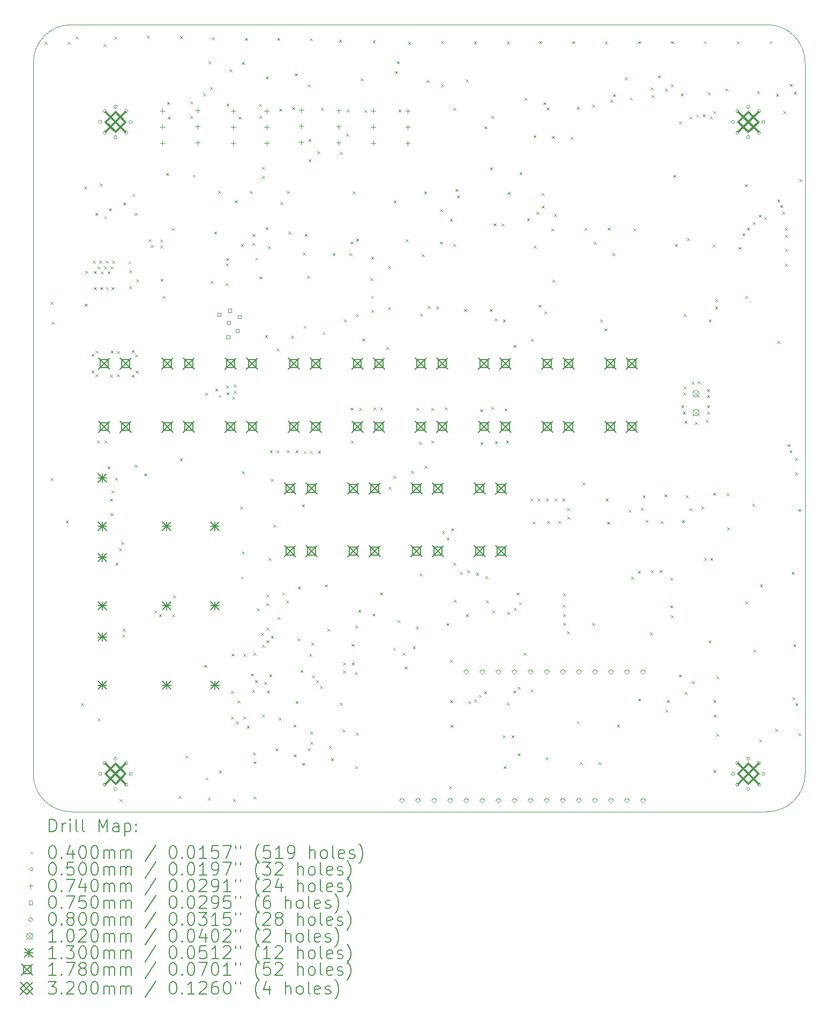
<source format=gbr>
%TF.GenerationSoftware,KiCad,Pcbnew,8.0.4*%
%TF.CreationDate,2024-10-16T17:02:38+10:30*%
%TF.ProjectId,power_and_monotoring,706f7765-725f-4616-9e64-5f6d6f6e6f74,rev?*%
%TF.SameCoordinates,Original*%
%TF.FileFunction,Drillmap*%
%TF.FilePolarity,Positive*%
%FSLAX45Y45*%
G04 Gerber Fmt 4.5, Leading zero omitted, Abs format (unit mm)*
G04 Created by KiCad (PCBNEW 8.0.4) date 2024-10-16 17:02:38*
%MOMM*%
%LPD*%
G01*
G04 APERTURE LIST*
%ADD10C,0.100000*%
%ADD11C,0.200000*%
%ADD12C,0.102000*%
%ADD13C,0.130000*%
%ADD14C,0.178000*%
%ADD15C,0.320000*%
G04 APERTURE END LIST*
D10*
X16330027Y-24815304D02*
G75*
G02*
X15731027Y-25415307I-599507J-496D01*
G01*
X15431027Y-25415304D02*
X4731015Y-25415304D01*
X15730532Y-12979680D02*
G75*
G02*
X16330540Y-13578680I508J-599500D01*
G01*
X4131015Y-24816304D02*
X4131520Y-13579680D01*
X4731015Y-25415304D02*
G75*
G02*
X4131016Y-24816304I-495J599504D01*
G01*
X4730520Y-12979680D02*
X15730532Y-12979680D01*
X15731027Y-25415304D02*
X15431027Y-25415304D01*
X16330532Y-13578680D02*
X16330027Y-24815304D01*
X4131520Y-13579680D02*
G75*
G02*
X4730520Y-12979680I599506J494D01*
G01*
D11*
D10*
X4308160Y-13248960D02*
X4348160Y-13288960D01*
X4348160Y-13248960D02*
X4308160Y-13288960D01*
X4401840Y-17358680D02*
X4441840Y-17398680D01*
X4441840Y-17358680D02*
X4401840Y-17398680D01*
X4403490Y-20144762D02*
X4443490Y-20184762D01*
X4443490Y-20144762D02*
X4403490Y-20184762D01*
X4421840Y-17673640D02*
X4461840Y-17713640D01*
X4461840Y-17673640D02*
X4421840Y-17713640D01*
X4643440Y-20813080D02*
X4683440Y-20853080D01*
X4683440Y-20813080D02*
X4643440Y-20853080D01*
X4673920Y-13254040D02*
X4713920Y-13294040D01*
X4713920Y-13254040D02*
X4673920Y-13294040D01*
X4800920Y-13167680D02*
X4840920Y-13207680D01*
X4840920Y-13167680D02*
X4800920Y-13207680D01*
X4882200Y-23698520D02*
X4922200Y-23738520D01*
X4922200Y-23698520D02*
X4882200Y-23738520D01*
X4936742Y-15536298D02*
X4976742Y-15576298D01*
X4976742Y-15536298D02*
X4936742Y-15576298D01*
X4946590Y-17387190D02*
X4986590Y-17427190D01*
X4986590Y-17387190D02*
X4946590Y-17427190D01*
X4953320Y-16865920D02*
X4993320Y-16905920D01*
X4993320Y-16865920D02*
X4953320Y-16905920D01*
X5049840Y-18181640D02*
X5089840Y-18221640D01*
X5089840Y-18181640D02*
X5049840Y-18221640D01*
X5049840Y-18440720D02*
X5089840Y-18480720D01*
X5089840Y-18440720D02*
X5049840Y-18480720D01*
X5070160Y-16703360D02*
X5110160Y-16743360D01*
X5110160Y-16703360D02*
X5070160Y-16743360D01*
X5085400Y-16871000D02*
X5125400Y-16911000D01*
X5125400Y-16871000D02*
X5085400Y-16911000D01*
X5085400Y-17125000D02*
X5125400Y-17165000D01*
X5125400Y-17125000D02*
X5085400Y-17165000D01*
X5108360Y-15954160D02*
X5148360Y-15994160D01*
X5148360Y-15954160D02*
X5108360Y-15994160D01*
X5110800Y-18501680D02*
X5150800Y-18541680D01*
X5150800Y-18501680D02*
X5110800Y-18541680D01*
X5115880Y-18125760D02*
X5155880Y-18165760D01*
X5155880Y-18125760D02*
X5115880Y-18165760D01*
X5141280Y-19553240D02*
X5181280Y-19593240D01*
X5181280Y-19553240D02*
X5141280Y-19593240D01*
X5146360Y-16799880D02*
X5186360Y-16839880D01*
X5186360Y-16799880D02*
X5146360Y-16839880D01*
X5146360Y-23937280D02*
X5186360Y-23977280D01*
X5186360Y-23937280D02*
X5146360Y-23977280D01*
X5171760Y-16703360D02*
X5211760Y-16743360D01*
X5211760Y-16703360D02*
X5171760Y-16743360D01*
X5183090Y-15486026D02*
X5223090Y-15526026D01*
X5223090Y-15486026D02*
X5183090Y-15526026D01*
X5187000Y-17125000D02*
X5227000Y-17165000D01*
X5227000Y-17125000D02*
X5187000Y-17165000D01*
X5197160Y-16876080D02*
X5237160Y-16916080D01*
X5237160Y-16876080D02*
X5197160Y-16916080D01*
X5237800Y-13284520D02*
X5277800Y-13324520D01*
X5277800Y-13284520D02*
X5237800Y-13324520D01*
X5247960Y-16799880D02*
X5287960Y-16839880D01*
X5287960Y-16799880D02*
X5247960Y-16839880D01*
X5253040Y-16007400D02*
X5293040Y-16047400D01*
X5293040Y-16007400D02*
X5253040Y-16047400D01*
X5258120Y-19553240D02*
X5298120Y-19593240D01*
X5298120Y-19553240D02*
X5258120Y-19593240D01*
X5273360Y-16703360D02*
X5313360Y-16743360D01*
X5313360Y-16703360D02*
X5273360Y-16743360D01*
X5278440Y-17125000D02*
X5318440Y-17165000D01*
X5318440Y-17125000D02*
X5278440Y-17165000D01*
X5303840Y-16876080D02*
X5343840Y-16916080D01*
X5343840Y-16876080D02*
X5303840Y-16916080D01*
X5303840Y-19959640D02*
X5343840Y-19999640D01*
X5343840Y-19959640D02*
X5303840Y-19999640D01*
X5322990Y-15880400D02*
X5362990Y-15920400D01*
X5362990Y-15880400D02*
X5322990Y-15920400D01*
X5343118Y-20469290D02*
X5383118Y-20509290D01*
X5383118Y-20469290D02*
X5343118Y-20509290D01*
X5344480Y-18511840D02*
X5384480Y-18551840D01*
X5384480Y-18511840D02*
X5344480Y-18551840D01*
X5349560Y-16799880D02*
X5389560Y-16839880D01*
X5389560Y-16799880D02*
X5349560Y-16839880D01*
X5351418Y-20697208D02*
X5391418Y-20737208D01*
X5391418Y-20697208D02*
X5351418Y-20737208D01*
X5354640Y-18125760D02*
X5394640Y-18165760D01*
X5394640Y-18125760D02*
X5354640Y-18165760D01*
X5369880Y-17125000D02*
X5409880Y-17165000D01*
X5409880Y-17125000D02*
X5369880Y-17165000D01*
X5369880Y-20335560D02*
X5409880Y-20375560D01*
X5409880Y-20335560D02*
X5369880Y-20375560D01*
X5374960Y-16703360D02*
X5414960Y-16743360D01*
X5414960Y-16703360D02*
X5374960Y-16743360D01*
X5410520Y-13167680D02*
X5450520Y-13207680D01*
X5450520Y-13167680D02*
X5410520Y-13207680D01*
X5420680Y-20132360D02*
X5460680Y-20172360D01*
X5460680Y-20132360D02*
X5420680Y-20172360D01*
X5430840Y-21478560D02*
X5470840Y-21518560D01*
X5470840Y-21478560D02*
X5430840Y-21518560D01*
X5451160Y-18135920D02*
X5491160Y-18175920D01*
X5491160Y-18135920D02*
X5451160Y-18175920D01*
X5451160Y-18501680D02*
X5491160Y-18541680D01*
X5491160Y-18501680D02*
X5451160Y-18541680D01*
X5486720Y-21255040D02*
X5526720Y-21295040D01*
X5526720Y-21255040D02*
X5486720Y-21295040D01*
X5496880Y-25213530D02*
X5536880Y-25253530D01*
X5536880Y-25213530D02*
X5496880Y-25253530D01*
X5522280Y-21148360D02*
X5562280Y-21188360D01*
X5562280Y-21148360D02*
X5522280Y-21188360D01*
X5537520Y-22616480D02*
X5577520Y-22656480D01*
X5577520Y-22616480D02*
X5537520Y-22656480D01*
X5542600Y-22525040D02*
X5582600Y-22565040D01*
X5582600Y-22525040D02*
X5542600Y-22565040D01*
X5556638Y-15787758D02*
X5596638Y-15827758D01*
X5596638Y-15787758D02*
X5556638Y-15827758D01*
X5634040Y-16718600D02*
X5674040Y-16758600D01*
X5674040Y-16718600D02*
X5634040Y-16758600D01*
X5649280Y-16860840D02*
X5689280Y-16900840D01*
X5689280Y-16860840D02*
X5649280Y-16900840D01*
X5649280Y-17114840D02*
X5689280Y-17154840D01*
X5689280Y-17114840D02*
X5649280Y-17154840D01*
X5684840Y-18120680D02*
X5724840Y-18160680D01*
X5724840Y-18120680D02*
X5684840Y-18160680D01*
X5684840Y-18506760D02*
X5724840Y-18546760D01*
X5724840Y-18506760D02*
X5684840Y-18546760D01*
X5693798Y-15650598D02*
X5733798Y-15690598D01*
X5733798Y-15650598D02*
X5693798Y-15690598D01*
X5730560Y-15951520D02*
X5770560Y-15991520D01*
X5770560Y-15951520D02*
X5730560Y-15991520D01*
X5734130Y-19934240D02*
X5774130Y-19974240D01*
X5774130Y-19934240D02*
X5734130Y-19974240D01*
X5740720Y-18186720D02*
X5780720Y-18226720D01*
X5780720Y-18186720D02*
X5740720Y-18226720D01*
X5745800Y-18445800D02*
X5785800Y-18485800D01*
X5785800Y-18445800D02*
X5745800Y-18485800D01*
X5755960Y-17003080D02*
X5795960Y-17043080D01*
X5795960Y-17003080D02*
X5755960Y-17043080D01*
X5882960Y-20071400D02*
X5922960Y-20111400D01*
X5922960Y-20071400D02*
X5882960Y-20111400D01*
X5923600Y-13147360D02*
X5963600Y-13187360D01*
X5963600Y-13147360D02*
X5923600Y-13187360D01*
X5954080Y-16368080D02*
X5994080Y-16408080D01*
X5994080Y-16368080D02*
X5954080Y-16408080D01*
X5984560Y-16459520D02*
X6024560Y-16499520D01*
X6024560Y-16459520D02*
X5984560Y-16499520D01*
X6045520Y-22235480D02*
X6085520Y-22275480D01*
X6085520Y-22235480D02*
X6045520Y-22275480D01*
X6116640Y-22296440D02*
X6156640Y-22336440D01*
X6156640Y-22296440D02*
X6116640Y-22336440D01*
X6136960Y-16378240D02*
X6176960Y-16418240D01*
X6176960Y-16378240D02*
X6136960Y-16418240D01*
X6136960Y-16469680D02*
X6176960Y-16509680D01*
X6176960Y-16469680D02*
X6136960Y-16509680D01*
X6142040Y-16992920D02*
X6182040Y-17032920D01*
X6182040Y-16992920D02*
X6142040Y-17032920D01*
X6173021Y-17267240D02*
X6213021Y-17307240D01*
X6213021Y-17267240D02*
X6173021Y-17307240D01*
X6233480Y-15321600D02*
X6273480Y-15361600D01*
X6273480Y-15321600D02*
X6233480Y-15361600D01*
X6243640Y-14198920D02*
X6283640Y-14238920D01*
X6283640Y-14198920D02*
X6243640Y-14238920D01*
X6253800Y-14432600D02*
X6293800Y-14472600D01*
X6293800Y-14432600D02*
X6253800Y-14472600D01*
X6314760Y-16189160D02*
X6354760Y-16229160D01*
X6354760Y-16189160D02*
X6314760Y-16229160D01*
X6324920Y-22291360D02*
X6364920Y-22331360D01*
X6364920Y-22291360D02*
X6324920Y-22331360D01*
X6340160Y-21996720D02*
X6380160Y-22036720D01*
X6380160Y-21996720D02*
X6340160Y-22036720D01*
X6426520Y-25166640D02*
X6466520Y-25206640D01*
X6466520Y-25166640D02*
X6426520Y-25206640D01*
X6446840Y-13157520D02*
X6486840Y-13197520D01*
X6486840Y-13157520D02*
X6446840Y-13197520D01*
X6446840Y-19827560D02*
X6486840Y-19867560D01*
X6486840Y-19827560D02*
X6446840Y-19867560D01*
X6533200Y-24531640D02*
X6573200Y-24571640D01*
X6573200Y-24531640D02*
X6533200Y-24571640D01*
X6609400Y-14193840D02*
X6649400Y-14233840D01*
X6649400Y-14193840D02*
X6609400Y-14233840D01*
X6609400Y-14422440D02*
X6649400Y-14462440D01*
X6649400Y-14422440D02*
X6609400Y-14462440D01*
X6650040Y-15347000D02*
X6690040Y-15387000D01*
X6690040Y-15347000D02*
X6650040Y-15387000D01*
X6812600Y-14066840D02*
X6852600Y-14106840D01*
X6852600Y-14066840D02*
X6812600Y-14106840D01*
X6832920Y-23094000D02*
X6872920Y-23134000D01*
X6872920Y-23094000D02*
X6832920Y-23134000D01*
X6848160Y-18796320D02*
X6888160Y-18836320D01*
X6888160Y-18796320D02*
X6848160Y-18836320D01*
X6853240Y-24872000D02*
X6893240Y-24912000D01*
X6893240Y-24872000D02*
X6853240Y-24912000D01*
X6893880Y-25186640D02*
X6933880Y-25226640D01*
X6933880Y-25186640D02*
X6893880Y-25226640D01*
X6899060Y-13553660D02*
X6939060Y-13593660D01*
X6939060Y-13553660D02*
X6899060Y-13593660D01*
X6924360Y-13960160D02*
X6964360Y-14000160D01*
X6964360Y-13960160D02*
X6924360Y-14000160D01*
X6934520Y-17028480D02*
X6974520Y-17068480D01*
X6974520Y-17028480D02*
X6934520Y-17068480D01*
X6949760Y-13172760D02*
X6989760Y-13212760D01*
X6989760Y-13172760D02*
X6949760Y-13212760D01*
X6988636Y-16246800D02*
X7028636Y-16286800D01*
X7028636Y-16246800D02*
X6988636Y-16286800D01*
X7005640Y-18730280D02*
X7045640Y-18770280D01*
X7045640Y-18730280D02*
X7005640Y-18770280D01*
X7055270Y-15606080D02*
X7095270Y-15646080D01*
X7095270Y-15606080D02*
X7055270Y-15646080D01*
X7056440Y-18826800D02*
X7096440Y-18866800D01*
X7096440Y-18826800D02*
X7056440Y-18866800D01*
X7066340Y-24765320D02*
X7106340Y-24805320D01*
X7106340Y-24765320D02*
X7066340Y-24805320D01*
X7173280Y-16749080D02*
X7213280Y-16789080D01*
X7213280Y-16749080D02*
X7173280Y-16789080D01*
X7173280Y-17064040D02*
X7213280Y-17104040D01*
X7213280Y-17064040D02*
X7173280Y-17104040D01*
X7178360Y-16667800D02*
X7218360Y-16707800D01*
X7218360Y-16667800D02*
X7178360Y-16707800D01*
X7178360Y-18679480D02*
X7218360Y-18719480D01*
X7218360Y-18679480D02*
X7178360Y-18719480D01*
X7183440Y-14224320D02*
X7223440Y-14264320D01*
X7223440Y-14224320D02*
X7183440Y-14264320D01*
X7183440Y-18786160D02*
X7223440Y-18826160D01*
X7223440Y-18786160D02*
X7183440Y-18826160D01*
X7229160Y-13685840D02*
X7269160Y-13725840D01*
X7269160Y-13685840D02*
X7229160Y-13725840D01*
X7254560Y-23505480D02*
X7294560Y-23545480D01*
X7294560Y-23505480D02*
X7254560Y-23545480D01*
X7254560Y-23913370D02*
X7294560Y-23953370D01*
X7294560Y-23913370D02*
X7254560Y-23953370D01*
X7263575Y-22915611D02*
X7303575Y-22955611D01*
X7303575Y-22915611D02*
X7263575Y-22955611D01*
X7269800Y-18857280D02*
X7309800Y-18897280D01*
X7309800Y-18857280D02*
X7269800Y-18897280D01*
X7290120Y-25213530D02*
X7330120Y-25253530D01*
X7330120Y-25213530D02*
X7290120Y-25253530D01*
X7295200Y-18659160D02*
X7335200Y-18699160D01*
X7335200Y-18659160D02*
X7295200Y-18699160D01*
X7295200Y-18760760D02*
X7335200Y-18800760D01*
X7335200Y-18760760D02*
X7295200Y-18800760D01*
X7315520Y-15753400D02*
X7355520Y-15793400D01*
X7355520Y-15753400D02*
X7315520Y-15793400D01*
X7330760Y-23988080D02*
X7370760Y-24028080D01*
X7370760Y-23988080D02*
X7330760Y-24028080D01*
X7356160Y-23657880D02*
X7396160Y-23697880D01*
X7396160Y-23657880D02*
X7356160Y-23697880D01*
X7371400Y-14432600D02*
X7411400Y-14472600D01*
X7411400Y-14432600D02*
X7371400Y-14472600D01*
X7401880Y-20589560D02*
X7441880Y-20629560D01*
X7441880Y-20589560D02*
X7401880Y-20629560D01*
X7412040Y-21697000D02*
X7452040Y-21737000D01*
X7452040Y-21697000D02*
X7412040Y-21737000D01*
X7413210Y-16444280D02*
X7453210Y-16484280D01*
X7453210Y-16444280D02*
X7413210Y-16484280D01*
X7422200Y-21300760D02*
X7462200Y-21340760D01*
X7462200Y-21300760D02*
X7422200Y-21340760D01*
X7427280Y-13569000D02*
X7467280Y-13609000D01*
X7467280Y-13569000D02*
X7427280Y-13609000D01*
X7427280Y-20035840D02*
X7467280Y-20075840D01*
X7467280Y-20035840D02*
X7427280Y-20075840D01*
X7451478Y-23910678D02*
X7491478Y-23950678D01*
X7491478Y-23910678D02*
X7451478Y-23950678D01*
X7451920Y-22921280D02*
X7491920Y-22961280D01*
X7491920Y-22921280D02*
X7451920Y-22961280D01*
X7473000Y-13188000D02*
X7513000Y-13228000D01*
X7513000Y-13188000D02*
X7473000Y-13228000D01*
X7504682Y-24055322D02*
X7544682Y-24095322D01*
X7544682Y-24055322D02*
X7504682Y-24095322D01*
X7553110Y-15606030D02*
X7593110Y-15646030D01*
X7593110Y-15606030D02*
X7553110Y-15646030D01*
X7571095Y-23229185D02*
X7611095Y-23269185D01*
X7611095Y-23229185D02*
X7571095Y-23269185D01*
X7583721Y-23484686D02*
X7623721Y-23524686D01*
X7623721Y-23484686D02*
X7583721Y-23524686D01*
X7593110Y-16286800D02*
X7633110Y-16326800D01*
X7633110Y-16286800D02*
X7593110Y-16326800D01*
X7593110Y-16429040D02*
X7633110Y-16469040D01*
X7633110Y-16429040D02*
X7593110Y-16469040D01*
X7605080Y-24475760D02*
X7645080Y-24515760D01*
X7645080Y-24475760D02*
X7605080Y-24515760D01*
X7610160Y-24618000D02*
X7650160Y-24658000D01*
X7650160Y-24618000D02*
X7610160Y-24658000D01*
X7610160Y-25171720D02*
X7650160Y-25211720D01*
X7650160Y-25171720D02*
X7610160Y-25211720D01*
X7614412Y-22905212D02*
X7654412Y-22945212D01*
X7654412Y-22905212D02*
X7614412Y-22945212D01*
X7632192Y-23336128D02*
X7672192Y-23376128D01*
X7672192Y-23336128D02*
X7632192Y-23376128D01*
X7641506Y-16657899D02*
X7681506Y-16697899D01*
X7681506Y-16657899D02*
X7641506Y-16697899D01*
X7660960Y-22199920D02*
X7700960Y-22239920D01*
X7700960Y-22199920D02*
X7660960Y-22239920D01*
X7696520Y-14234480D02*
X7736520Y-14274480D01*
X7736520Y-14234480D02*
X7696520Y-14274480D01*
X7701600Y-14417360D02*
X7741600Y-14457360D01*
X7741600Y-14417360D02*
X7701600Y-14457360D01*
X7702417Y-16954085D02*
X7742417Y-16994085D01*
X7742417Y-16954085D02*
X7702417Y-16994085D01*
X7731388Y-22590388D02*
X7771388Y-22630388D01*
X7771388Y-22590388D02*
X7731388Y-22630388D01*
X7743795Y-22775830D02*
X7783795Y-22815830D01*
X7783795Y-22775830D02*
X7743795Y-22815830D01*
X7747320Y-15225080D02*
X7787320Y-15265080D01*
X7787320Y-15225080D02*
X7747320Y-15265080D01*
X7747320Y-15366150D02*
X7787320Y-15406150D01*
X7787320Y-15366150D02*
X7747320Y-15406150D01*
X7747320Y-23876320D02*
X7787320Y-23916320D01*
X7787320Y-23876320D02*
X7747320Y-23916320D01*
X7782880Y-23359330D02*
X7822880Y-23399330D01*
X7822880Y-23359330D02*
X7782880Y-23399330D01*
X7793040Y-17881920D02*
X7833040Y-17921920D01*
X7833040Y-17881920D02*
X7793040Y-17921920D01*
X7802270Y-16180120D02*
X7842270Y-16220120D01*
X7842270Y-16180120D02*
X7802270Y-16220120D01*
X7808280Y-13797600D02*
X7848280Y-13837600D01*
X7848280Y-13797600D02*
X7808280Y-13837600D01*
X7813884Y-21981480D02*
X7853884Y-22021480D01*
X7853884Y-21981480D02*
X7813884Y-22021480D01*
X7813884Y-22118640D02*
X7853884Y-22158640D01*
X7853884Y-22118640D02*
X7813884Y-22158640D01*
X7813884Y-22506568D02*
X7853884Y-22546568D01*
X7853884Y-22506568D02*
X7813884Y-22546568D01*
X7814470Y-22705154D02*
X7854470Y-22745154D01*
X7854470Y-22705154D02*
X7814470Y-22745154D01*
X7823520Y-23499230D02*
X7863520Y-23539230D01*
X7863520Y-23499230D02*
X7823520Y-23539230D01*
X7842270Y-16474760D02*
X7882270Y-16514760D01*
X7882270Y-16474760D02*
X7842270Y-16514760D01*
X7846380Y-21404900D02*
X7886380Y-21444900D01*
X7886380Y-21404900D02*
X7846380Y-21444900D01*
X7860807Y-23239338D02*
X7900807Y-23279338D01*
X7900807Y-23239338D02*
X7860807Y-23279338D01*
X7869240Y-19700560D02*
X7909240Y-19740560D01*
X7909240Y-19700560D02*
X7869240Y-19740560D01*
X7884480Y-20152680D02*
X7924480Y-20192680D01*
X7924480Y-20152680D02*
X7884480Y-20192680D01*
X7886192Y-22633432D02*
X7926192Y-22673432D01*
X7926192Y-22633432D02*
X7886192Y-22673432D01*
X7923676Y-20877676D02*
X7963676Y-20917676D01*
X7963676Y-20877676D02*
X7923676Y-20917676D01*
X7960680Y-24414800D02*
X8000680Y-24454800D01*
X8000680Y-24414800D02*
X7960680Y-24454800D01*
X7972880Y-18093680D02*
X8012880Y-18133680D01*
X8012880Y-18093680D02*
X7972880Y-18133680D01*
X7975920Y-19700560D02*
X8015920Y-19740560D01*
X8015920Y-19700560D02*
X7975920Y-19740560D01*
X7981000Y-13188000D02*
X8021000Y-13228000D01*
X8021000Y-13188000D02*
X7981000Y-13228000D01*
X7993784Y-22337080D02*
X8033784Y-22377080D01*
X8033784Y-22337080D02*
X7993784Y-22377080D01*
X8011480Y-23927120D02*
X8051480Y-23967120D01*
X8051480Y-23927120D02*
X8011480Y-23967120D01*
X8016560Y-14305600D02*
X8056560Y-14345600D01*
X8056560Y-14305600D02*
X8016560Y-14345600D01*
X8036880Y-15783880D02*
X8076880Y-15823880D01*
X8076880Y-15783880D02*
X8036880Y-15823880D01*
X8063734Y-21951000D02*
X8103734Y-21991000D01*
X8103734Y-21951000D02*
X8063734Y-21991000D01*
X8128320Y-22072920D02*
X8168320Y-22112920D01*
X8168320Y-22072920D02*
X8128320Y-22112920D01*
X8138480Y-15606030D02*
X8178480Y-15646030D01*
X8178480Y-15606030D02*
X8138480Y-15646030D01*
X8138480Y-19700560D02*
X8178480Y-19740560D01*
X8178480Y-19700560D02*
X8138480Y-19740560D01*
X8158800Y-16246800D02*
X8198800Y-16286800D01*
X8198800Y-16246800D02*
X8158800Y-16286800D01*
X8204520Y-17892080D02*
X8244520Y-17932080D01*
X8244520Y-17892080D02*
X8204520Y-17932080D01*
X8219760Y-14280200D02*
X8259760Y-14320200D01*
X8259760Y-14280200D02*
X8219760Y-14320200D01*
X8241023Y-24038969D02*
X8281023Y-24078969D01*
X8281023Y-24038969D02*
X8241023Y-24078969D01*
X8246450Y-24507425D02*
X8286450Y-24547425D01*
X8286450Y-24507425D02*
X8246450Y-24547425D01*
X8265480Y-13746800D02*
X8305480Y-13786800D01*
X8305480Y-13746800D02*
X8265480Y-13786800D01*
X8275640Y-19705640D02*
X8315640Y-19745640D01*
X8315640Y-19705640D02*
X8275640Y-19745640D01*
X8275640Y-23662960D02*
X8315640Y-23702960D01*
X8315640Y-23662960D02*
X8275640Y-23702960D01*
X8306120Y-22677440D02*
X8346120Y-22717440D01*
X8346120Y-22677440D02*
X8306120Y-22717440D01*
X8314951Y-21858231D02*
X8354951Y-21898231D01*
X8354951Y-21858231D02*
X8314951Y-21898231D01*
X8351920Y-23175280D02*
X8391920Y-23215280D01*
X8391920Y-23175280D02*
X8351920Y-23215280D01*
X8377240Y-20559080D02*
X8417240Y-20599080D01*
X8417240Y-20559080D02*
X8377240Y-20599080D01*
X8382408Y-24643312D02*
X8422408Y-24683312D01*
X8422408Y-24643312D02*
X8382408Y-24683312D01*
X8387400Y-16581440D02*
X8427400Y-16621440D01*
X8427400Y-16581440D02*
X8387400Y-16621440D01*
X8402640Y-17734600D02*
X8442640Y-17774600D01*
X8442640Y-17734600D02*
X8402640Y-17774600D01*
X8402640Y-19715800D02*
X8442640Y-19755800D01*
X8442640Y-19715800D02*
X8402640Y-19755800D01*
X8420817Y-16279577D02*
X8460817Y-16319577D01*
X8460817Y-16279577D02*
X8420817Y-16319577D01*
X8458520Y-16942120D02*
X8498520Y-16982120D01*
X8498520Y-16942120D02*
X8458520Y-16982120D01*
X8463600Y-13921330D02*
X8503600Y-13961330D01*
X8503600Y-13921330D02*
X8463600Y-13961330D01*
X8468194Y-24410206D02*
X8508194Y-24450206D01*
X8508194Y-24410206D02*
X8468194Y-24450206D01*
X8480010Y-14783120D02*
X8520010Y-14823120D01*
X8520010Y-14783120D02*
X8480010Y-14823120D01*
X8480010Y-15103160D02*
X8520010Y-15143160D01*
X8520010Y-15103160D02*
X8480010Y-15143160D01*
X8489000Y-22921280D02*
X8529000Y-22961280D01*
X8529000Y-22921280D02*
X8489000Y-22961280D01*
X8499160Y-13193080D02*
X8539160Y-13233080D01*
X8539160Y-13193080D02*
X8499160Y-13233080D01*
X8504240Y-19715800D02*
X8544240Y-19755800D01*
X8544240Y-19715800D02*
X8504240Y-19755800D01*
X8509320Y-24145560D02*
X8549320Y-24185560D01*
X8549320Y-24145560D02*
X8509320Y-24185560D01*
X8509320Y-24310207D02*
X8549320Y-24350207D01*
X8549320Y-24310207D02*
X8509320Y-24350207D01*
X8524560Y-22743480D02*
X8564560Y-22783480D01*
X8564560Y-22743480D02*
X8524560Y-22783480D01*
X8534720Y-23261640D02*
X8574720Y-23301640D01*
X8574720Y-23261640D02*
X8534720Y-23301640D01*
X8599640Y-23337840D02*
X8639640Y-23377840D01*
X8639640Y-23337840D02*
X8599640Y-23377840D01*
X8619910Y-14976160D02*
X8659910Y-15016160D01*
X8659910Y-14976160D02*
X8619910Y-15016160D01*
X8631240Y-19710720D02*
X8671240Y-19750720D01*
X8671240Y-19710720D02*
X8631240Y-19750720D01*
X8661720Y-23429280D02*
X8701720Y-23469280D01*
X8701720Y-23429280D02*
X8661720Y-23469280D01*
X8676960Y-14293710D02*
X8716960Y-14333710D01*
X8716960Y-14293710D02*
X8676960Y-14333710D01*
X8707440Y-17836200D02*
X8747440Y-17876200D01*
X8747440Y-17836200D02*
X8707440Y-17876200D01*
X8737920Y-21824000D02*
X8777920Y-21864000D01*
X8777920Y-21824000D02*
X8737920Y-21864000D01*
X8779875Y-22521275D02*
X8819875Y-22561275D01*
X8819875Y-22521275D02*
X8779875Y-22561275D01*
X8803960Y-24379240D02*
X8843960Y-24419240D01*
X8843960Y-24379240D02*
X8803960Y-24419240D01*
X8835616Y-24569014D02*
X8875616Y-24609014D01*
X8875616Y-24569014D02*
X8835616Y-24609014D01*
X8861071Y-16586520D02*
X8901071Y-16626520D01*
X8901071Y-16586520D02*
X8861071Y-16626520D01*
X8961440Y-13218480D02*
X9001440Y-13258480D01*
X9001440Y-13218480D02*
X8961440Y-13258480D01*
X8971600Y-23688360D02*
X9011600Y-23728360D01*
X9011600Y-23688360D02*
X8971600Y-23728360D01*
X8976680Y-14985760D02*
X9016680Y-15025760D01*
X9016680Y-14985760D02*
X8976680Y-15025760D01*
X9017320Y-24115080D02*
X9057320Y-24155080D01*
X9057320Y-24115080D02*
X9017320Y-24155080D01*
X9023520Y-23053360D02*
X9063520Y-23093360D01*
X9063520Y-23053360D02*
X9023520Y-23093360D01*
X9023520Y-23180360D02*
X9063520Y-23220360D01*
X9063520Y-23180360D02*
X9023520Y-23220360D01*
X9040971Y-17634650D02*
X9080971Y-17674650D01*
X9080971Y-17634650D02*
X9040971Y-17674650D01*
X9078280Y-14696760D02*
X9118280Y-14736760D01*
X9118280Y-14696760D02*
X9078280Y-14736760D01*
X9083360Y-14315760D02*
X9123360Y-14355760D01*
X9123360Y-14315760D02*
X9083360Y-14355760D01*
X9129080Y-16585350D02*
X9169080Y-16625350D01*
X9169080Y-16585350D02*
X9129080Y-16625350D01*
X9144320Y-16405450D02*
X9184320Y-16445450D01*
X9184320Y-16405450D02*
X9144320Y-16445450D01*
X9144320Y-19030000D02*
X9184320Y-19070000D01*
X9184320Y-19030000D02*
X9144320Y-19070000D01*
X9149400Y-19553240D02*
X9189400Y-19593240D01*
X9189400Y-19553240D02*
X9149400Y-19593240D01*
X9163520Y-22763800D02*
X9203520Y-22803800D01*
X9203520Y-22763800D02*
X9163520Y-22803800D01*
X9164640Y-23053360D02*
X9204640Y-23093360D01*
X9204640Y-23053360D02*
X9164640Y-23093360D01*
X9178710Y-15611160D02*
X9218710Y-15651160D01*
X9218710Y-15611160D02*
X9178710Y-15651160D01*
X9210360Y-23205760D02*
X9250360Y-23245760D01*
X9250360Y-23205760D02*
X9210360Y-23245760D01*
X9215440Y-24694200D02*
X9255440Y-24734200D01*
X9255440Y-24694200D02*
X9215440Y-24734200D01*
X9220520Y-22474240D02*
X9260520Y-22514240D01*
X9260520Y-22474240D02*
X9220520Y-22514240D01*
X9225600Y-17552890D02*
X9265600Y-17592890D01*
X9265600Y-17552890D02*
X9225600Y-17592890D01*
X9225600Y-24165880D02*
X9265600Y-24205880D01*
X9265600Y-24165880D02*
X9225600Y-24205880D01*
X9231603Y-16356750D02*
X9271603Y-16396750D01*
X9271603Y-16356750D02*
X9231603Y-16396750D01*
X9266240Y-22225320D02*
X9306240Y-22265320D01*
X9306240Y-22225320D02*
X9266240Y-22265320D01*
X9281480Y-19035080D02*
X9321480Y-19075080D01*
X9321480Y-19035080D02*
X9281480Y-19075080D01*
X9306880Y-13828080D02*
X9346880Y-13868080D01*
X9346880Y-13828080D02*
X9306880Y-13868080D01*
X9332280Y-17937800D02*
X9372280Y-17977800D01*
X9372280Y-17937800D02*
X9332280Y-17977800D01*
X9362760Y-14325920D02*
X9402760Y-14365920D01*
X9402760Y-14325920D02*
X9362760Y-14365920D01*
X9459280Y-16987840D02*
X9499280Y-17027840D01*
X9499280Y-16987840D02*
X9459280Y-17027840D01*
X9468971Y-17260010D02*
X9508971Y-17300010D01*
X9508971Y-17260010D02*
X9468971Y-17300010D01*
X9469440Y-16647480D02*
X9509440Y-16687480D01*
X9509440Y-16647480D02*
X9469440Y-16687480D01*
X9474030Y-17482940D02*
X9514030Y-17522940D01*
X9514030Y-17482940D02*
X9474030Y-17522940D01*
X9489760Y-22281200D02*
X9529760Y-22321200D01*
X9529760Y-22281200D02*
X9489760Y-22321200D01*
X9494840Y-13223560D02*
X9534840Y-13263560D01*
X9534840Y-13223560D02*
X9494840Y-13263560D01*
X9510080Y-19024920D02*
X9550080Y-19064920D01*
X9550080Y-19024920D02*
X9510080Y-19064920D01*
X9611680Y-19024920D02*
X9651680Y-19064920D01*
X9651680Y-19024920D02*
X9611680Y-19064920D01*
X9611680Y-21951000D02*
X9651680Y-21991000D01*
X9651680Y-21951000D02*
X9611680Y-21991000D01*
X9708200Y-18069880D02*
X9748200Y-18109880D01*
X9748200Y-18069880D02*
X9708200Y-18109880D01*
X9733600Y-16788550D02*
X9773600Y-16828550D01*
X9773600Y-16788550D02*
X9733600Y-16828550D01*
X9733600Y-17439960D02*
X9773600Y-17479960D01*
X9773600Y-17439960D02*
X9733600Y-17479960D01*
X9742080Y-20279680D02*
X9782080Y-20319680D01*
X9782080Y-20279680D02*
X9742080Y-20319680D01*
X9818034Y-22821606D02*
X9858034Y-22861606D01*
X9858034Y-22821606D02*
X9818034Y-22861606D01*
X9819960Y-20106960D02*
X9859960Y-20146960D01*
X9859960Y-20106960D02*
X9819960Y-20146960D01*
X9825040Y-15758480D02*
X9865040Y-15798480D01*
X9865040Y-15758480D02*
X9825040Y-15798480D01*
X9845360Y-13711430D02*
X9885360Y-13751430D01*
X9885360Y-13711430D02*
X9845360Y-13751430D01*
X9875840Y-13558840D02*
X9915840Y-13598840D01*
X9915840Y-13558840D02*
X9875840Y-13598840D01*
X9886000Y-22387880D02*
X9926000Y-22427880D01*
X9926000Y-22387880D02*
X9886000Y-22427880D01*
X9901240Y-14320840D02*
X9941240Y-14360840D01*
X9941240Y-14320840D02*
X9901240Y-14360840D01*
X9967280Y-22900960D02*
X10007280Y-22940960D01*
X10007280Y-22900960D02*
X9967280Y-22940960D01*
X9997760Y-23119400D02*
X10037760Y-23159400D01*
X10037760Y-23119400D02*
X9997760Y-23159400D01*
X10013000Y-16365450D02*
X10053000Y-16405450D01*
X10053000Y-16365450D02*
X10013000Y-16405450D01*
X10053640Y-13248960D02*
X10093640Y-13288960D01*
X10093640Y-13248960D02*
X10053640Y-13288960D01*
X10101251Y-20021770D02*
X10141251Y-20061770D01*
X10141251Y-20021770D02*
X10101251Y-20061770D01*
X10129840Y-22804440D02*
X10169840Y-22844440D01*
X10169840Y-22804440D02*
X10129840Y-22844440D01*
X10175560Y-22489480D02*
X10215560Y-22529480D01*
X10215560Y-22489480D02*
X10175560Y-22529480D01*
X10185720Y-19035080D02*
X10225720Y-19075080D01*
X10225720Y-19035080D02*
X10185720Y-19075080D01*
X10226360Y-19568480D02*
X10266360Y-19608480D01*
X10266360Y-19568480D02*
X10226360Y-19608480D01*
X10236520Y-21651280D02*
X10276520Y-21691280D01*
X10276520Y-21651280D02*
X10236520Y-21691280D01*
X10243248Y-17541421D02*
X10283248Y-17581421D01*
X10283248Y-17541421D02*
X10243248Y-17581421D01*
X10267000Y-16606840D02*
X10307000Y-16646840D01*
X10307000Y-16606840D02*
X10267000Y-16646840D01*
X10307640Y-15611160D02*
X10347640Y-15651160D01*
X10347640Y-15611160D02*
X10307640Y-15651160D01*
X10312720Y-19949480D02*
X10352720Y-19989480D01*
X10352720Y-19949480D02*
X10312720Y-19989480D01*
X10348280Y-13851380D02*
X10388280Y-13891380D01*
X10388280Y-13851380D02*
X10348280Y-13891380D01*
X10360397Y-17424273D02*
X10400397Y-17464273D01*
X10400397Y-17424273D02*
X10360397Y-17464273D01*
X10419400Y-19548160D02*
X10459400Y-19588160D01*
X10459400Y-19548160D02*
X10419400Y-19588160D01*
X10424480Y-19035080D02*
X10464480Y-19075080D01*
X10464480Y-19035080D02*
X10424480Y-19075080D01*
X10500680Y-17431471D02*
X10540680Y-17471471D01*
X10540680Y-17431471D02*
X10500680Y-17471471D01*
X10555678Y-16405450D02*
X10595678Y-16445450D01*
X10595678Y-16405450D02*
X10555678Y-16445450D01*
X10556560Y-15890560D02*
X10596560Y-15930560D01*
X10596560Y-15890560D02*
X10556560Y-15930560D01*
X10571800Y-13233720D02*
X10611800Y-13273720D01*
X10611800Y-13233720D02*
X10571800Y-13273720D01*
X10576880Y-13921330D02*
X10616880Y-13961330D01*
X10616880Y-13921330D02*
X10576880Y-13961330D01*
X10593240Y-20980720D02*
X10633240Y-21020720D01*
X10633240Y-20980720D02*
X10593240Y-21020720D01*
X10632760Y-19024920D02*
X10672760Y-19064920D01*
X10672760Y-19024920D02*
X10632760Y-19064920D01*
X10658160Y-22433600D02*
X10698160Y-22473600D01*
X10698160Y-22433600D02*
X10658160Y-22473600D01*
X10663240Y-21082320D02*
X10703240Y-21122320D01*
X10703240Y-21082320D02*
X10663240Y-21122320D01*
X10698800Y-25009160D02*
X10738800Y-25049160D01*
X10738800Y-25009160D02*
X10698800Y-25049160D01*
X10714040Y-16047750D02*
X10754040Y-16087750D01*
X10754040Y-16047750D02*
X10714040Y-16087750D01*
X10719120Y-23012720D02*
X10759120Y-23052720D01*
X10759120Y-23012720D02*
X10719120Y-23052720D01*
X10719120Y-23652800D02*
X10759120Y-23692800D01*
X10759120Y-23652800D02*
X10719120Y-23692800D01*
X10725503Y-24042657D02*
X10765503Y-24082657D01*
X10765503Y-24042657D02*
X10725503Y-24082657D01*
X10733240Y-20935000D02*
X10773240Y-20975000D01*
X10773240Y-20935000D02*
X10733240Y-20975000D01*
X10769920Y-14293710D02*
X10809920Y-14333710D01*
X10809920Y-14293710D02*
X10769920Y-14333710D01*
X10769920Y-16445450D02*
X10809920Y-16485450D01*
X10809920Y-16445450D02*
X10769920Y-16485450D01*
X10769920Y-21483640D02*
X10809920Y-21523640D01*
X10809920Y-21483640D02*
X10769920Y-21523640D01*
X10780080Y-22067840D02*
X10820080Y-22107840D01*
X10820080Y-22067840D02*
X10780080Y-22107840D01*
X10805480Y-15575600D02*
X10845480Y-15615600D01*
X10845480Y-15575600D02*
X10805480Y-15615600D01*
X10825800Y-15677200D02*
X10865800Y-15717200D01*
X10865800Y-15677200D02*
X10825800Y-15717200D01*
X10871520Y-21625880D02*
X10911520Y-21665880D01*
X10911520Y-21625880D02*
X10871520Y-21665880D01*
X10937560Y-17471471D02*
X10977560Y-17511471D01*
X10977560Y-17471471D02*
X10937560Y-17511471D01*
X10962960Y-13841330D02*
X11002960Y-13881330D01*
X11002960Y-13841330D02*
X10962960Y-13881330D01*
X10968040Y-22291360D02*
X11008040Y-22331360D01*
X11008040Y-22291360D02*
X10968040Y-22331360D01*
X10988360Y-21600480D02*
X11028360Y-21640480D01*
X11028360Y-21600480D02*
X10988360Y-21640480D01*
X11003600Y-23662960D02*
X11043600Y-23702960D01*
X11043600Y-23662960D02*
X11003600Y-23702960D01*
X11095040Y-13243880D02*
X11135040Y-13283880D01*
X11135040Y-13243880D02*
X11095040Y-13283880D01*
X11100175Y-23637207D02*
X11140175Y-23677207D01*
X11140175Y-23637207D02*
X11100175Y-23677207D01*
X11129298Y-21642423D02*
X11169298Y-21682423D01*
X11169298Y-21642423D02*
X11129298Y-21682423D01*
X11171059Y-23566739D02*
X11211059Y-23606739D01*
X11211059Y-23566739D02*
X11171059Y-23606739D01*
X11191560Y-19055400D02*
X11231560Y-19095400D01*
X11231560Y-19055400D02*
X11191560Y-19095400D01*
X11196640Y-19573560D02*
X11236640Y-19613560D01*
X11236640Y-19573560D02*
X11196640Y-19613560D01*
X11256671Y-23515158D02*
X11296671Y-23555158D01*
X11296671Y-23515158D02*
X11256671Y-23555158D01*
X11262680Y-14585000D02*
X11302680Y-14625000D01*
X11302680Y-14585000D02*
X11262680Y-14625000D01*
X11277855Y-21691985D02*
X11317855Y-21731985D01*
X11317855Y-21691985D02*
X11277855Y-21731985D01*
X11288080Y-22072920D02*
X11328080Y-22112920D01*
X11328080Y-22072920D02*
X11288080Y-22112920D01*
X11346022Y-17471471D02*
X11386022Y-17511471D01*
X11386022Y-17471471D02*
X11346022Y-17511471D01*
X11349040Y-15230160D02*
X11389040Y-15270160D01*
X11389040Y-15230160D02*
X11349040Y-15270160D01*
X11369360Y-14421270D02*
X11409360Y-14461270D01*
X11409360Y-14421270D02*
X11369360Y-14461270D01*
X11369360Y-19019840D02*
X11409360Y-19059840D01*
X11409360Y-19019840D02*
X11369360Y-19059840D01*
X11384600Y-22235480D02*
X11424600Y-22275480D01*
X11424600Y-22235480D02*
X11384600Y-22275480D01*
X11404920Y-16117700D02*
X11444920Y-16157700D01*
X11444920Y-16117700D02*
X11404920Y-16157700D01*
X11420160Y-17617760D02*
X11460160Y-17657760D01*
X11460160Y-17617760D02*
X11420160Y-17657760D01*
X11425240Y-19558320D02*
X11465240Y-19598320D01*
X11465240Y-19558320D02*
X11425240Y-19598320D01*
X11531920Y-16124240D02*
X11571920Y-16164240D01*
X11571920Y-16124240D02*
X11531920Y-16164240D01*
X11548330Y-24206520D02*
X11588330Y-24246520D01*
X11588330Y-24206520D02*
X11548330Y-24246520D01*
X11552240Y-17634600D02*
X11592240Y-17674600D01*
X11592240Y-17634600D02*
X11552240Y-17674600D01*
X11562400Y-24694200D02*
X11602400Y-24734200D01*
X11602400Y-24694200D02*
X11562400Y-24734200D01*
X11577640Y-19040160D02*
X11617640Y-19080160D01*
X11617640Y-19040160D02*
X11577640Y-19080160D01*
X11603040Y-19553240D02*
X11643040Y-19593240D01*
X11643040Y-19553240D02*
X11603040Y-19593240D01*
X11613200Y-13243880D02*
X11653200Y-13283880D01*
X11653200Y-13243880D02*
X11613200Y-13283880D01*
X11618280Y-23688360D02*
X11658280Y-23728360D01*
X11658280Y-23688360D02*
X11618280Y-23728360D01*
X11623360Y-22260880D02*
X11663360Y-22300880D01*
X11663360Y-22260880D02*
X11623360Y-22300880D01*
X11628440Y-15621320D02*
X11668440Y-15661320D01*
X11668440Y-15621320D02*
X11628440Y-15661320D01*
X11688230Y-24206520D02*
X11728230Y-24246520D01*
X11728230Y-24206520D02*
X11688230Y-24246520D01*
X11714800Y-23500400D02*
X11754800Y-23540400D01*
X11754800Y-23500400D02*
X11714800Y-23540400D01*
X11719880Y-18039400D02*
X11759880Y-18079400D01*
X11759880Y-18039400D02*
X11719880Y-18079400D01*
X11724960Y-22194840D02*
X11764960Y-22234840D01*
X11764960Y-22194840D02*
X11724960Y-22234840D01*
X11770680Y-21951000D02*
X11810680Y-21991000D01*
X11810680Y-21951000D02*
X11770680Y-21991000D01*
X11785920Y-23434360D02*
X11825920Y-23474360D01*
X11825920Y-23434360D02*
X11785920Y-23474360D01*
X11785920Y-24491000D02*
X11825920Y-24531000D01*
X11825920Y-24491000D02*
X11785920Y-24531000D01*
X11806240Y-22103400D02*
X11846240Y-22143400D01*
X11846240Y-22103400D02*
X11806240Y-22143400D01*
X11814281Y-15305871D02*
X11854281Y-15345871D01*
X11854281Y-15305871D02*
X11814281Y-15345871D01*
X11877360Y-22900960D02*
X11917360Y-22940960D01*
X11917360Y-22900960D02*
X11877360Y-22940960D01*
X11896342Y-14134218D02*
X11936342Y-14174218D01*
X11936342Y-14134218D02*
X11896342Y-14174218D01*
X11933240Y-16037650D02*
X11973240Y-16077650D01*
X11973240Y-16037650D02*
X11933240Y-16077650D01*
X11989120Y-20462560D02*
X12029120Y-20502560D01*
X12029120Y-20462560D02*
X11989120Y-20502560D01*
X11989120Y-23480080D02*
X12029120Y-23520080D01*
X12029120Y-23480080D02*
X11989120Y-23520080D01*
X11999771Y-17942389D02*
X12039771Y-17982389D01*
X12039771Y-17942389D02*
X11999771Y-17982389D01*
X12019600Y-20828320D02*
X12059600Y-20868320D01*
X12059600Y-20828320D02*
X12019600Y-20868320D01*
X12034840Y-14722160D02*
X12074840Y-14762160D01*
X12074840Y-14722160D02*
X12034840Y-14762160D01*
X12040560Y-16465350D02*
X12080560Y-16505350D01*
X12080560Y-16465350D02*
X12040560Y-16505350D01*
X12079440Y-15936280D02*
X12119440Y-15976280D01*
X12119440Y-15936280D02*
X12079440Y-15976280D01*
X12100880Y-20462560D02*
X12140880Y-20502560D01*
X12140880Y-20462560D02*
X12100880Y-20502560D01*
X12113923Y-17404192D02*
X12153923Y-17444192D01*
X12153923Y-17404192D02*
X12113923Y-17444192D01*
X12121200Y-13238800D02*
X12161200Y-13278800D01*
X12161200Y-13238800D02*
X12121200Y-13278800D01*
X12165582Y-15637898D02*
X12205582Y-15677898D01*
X12205582Y-15637898D02*
X12165582Y-15677898D01*
X12168258Y-15838422D02*
X12208258Y-15878422D01*
X12208258Y-15838422D02*
X12168258Y-15878422D01*
X12192320Y-14204000D02*
X12232320Y-14244000D01*
X12232320Y-14204000D02*
X12192320Y-14244000D01*
X12207560Y-17511080D02*
X12247560Y-17551080D01*
X12247560Y-17511080D02*
X12207560Y-17551080D01*
X12222800Y-24551960D02*
X12262800Y-24591960D01*
X12262800Y-24551960D02*
X12222800Y-24591960D01*
X12232960Y-20462560D02*
X12272960Y-20502560D01*
X12272960Y-20462560D02*
X12232960Y-20502560D01*
X12245293Y-14288758D02*
X12285293Y-14328758D01*
X12285293Y-14288758D02*
X12245293Y-14328758D01*
X12253280Y-20823240D02*
X12293280Y-20863240D01*
X12293280Y-20823240D02*
X12253280Y-20863240D01*
X12316984Y-16197700D02*
X12356984Y-16237700D01*
X12356984Y-16197700D02*
X12316984Y-16237700D01*
X12329480Y-14737400D02*
X12369480Y-14777400D01*
X12369480Y-14737400D02*
X12329480Y-14777400D01*
X12332750Y-17013240D02*
X12372750Y-17053240D01*
X12372750Y-17013240D02*
X12332750Y-17053240D01*
X12360176Y-15969210D02*
X12400176Y-16009210D01*
X12400176Y-15969210D02*
X12360176Y-16009210D01*
X12370120Y-20467640D02*
X12410120Y-20507640D01*
X12410120Y-20467640D02*
X12370120Y-20507640D01*
X12431080Y-20823240D02*
X12471080Y-20863240D01*
X12471080Y-20823240D02*
X12431080Y-20863240D01*
X12492040Y-20467640D02*
X12532040Y-20507640D01*
X12532040Y-20467640D02*
X12492040Y-20507640D01*
X12497120Y-22144040D02*
X12537120Y-22184040D01*
X12537120Y-22144040D02*
X12497120Y-22184040D01*
X12502200Y-22296440D02*
X12542200Y-22336440D01*
X12542200Y-22296440D02*
X12502200Y-22336440D01*
X12502200Y-22428520D02*
X12542200Y-22468520D01*
X12542200Y-22428520D02*
X12502200Y-22468520D01*
X12507280Y-21961160D02*
X12547280Y-22001160D01*
X12547280Y-21961160D02*
X12507280Y-22001160D01*
X12562611Y-22566229D02*
X12602611Y-22606229D01*
X12602611Y-22566229D02*
X12562611Y-22606229D01*
X12563160Y-20614960D02*
X12603160Y-20654960D01*
X12603160Y-20614960D02*
X12563160Y-20654960D01*
X12573320Y-20752120D02*
X12613320Y-20792120D01*
X12613320Y-20752120D02*
X12573320Y-20792120D01*
X12624120Y-14747560D02*
X12664120Y-14787560D01*
X12664120Y-14747560D02*
X12624120Y-14787560D01*
X12649520Y-13238800D02*
X12689520Y-13278800D01*
X12689520Y-13238800D02*
X12649520Y-13278800D01*
X12720640Y-14273950D02*
X12760640Y-14313950D01*
X12760640Y-14273950D02*
X12720640Y-14313950D01*
X12720640Y-23983000D02*
X12760640Y-24023000D01*
X12760640Y-23983000D02*
X12720640Y-24023000D01*
X12766360Y-24633240D02*
X12806360Y-24673240D01*
X12806360Y-24633240D02*
X12766360Y-24673240D01*
X12807000Y-20208560D02*
X12847000Y-20248560D01*
X12847000Y-20208560D02*
X12807000Y-20248560D01*
X12842560Y-16190280D02*
X12882560Y-16230280D01*
X12882560Y-16190280D02*
X12842560Y-16230280D01*
X12959400Y-14244640D02*
X12999400Y-14284640D01*
X12999400Y-14244640D02*
X12959400Y-14284640D01*
X12959400Y-22428520D02*
X12999400Y-22468520D01*
X12999400Y-22428520D02*
X12959400Y-22468520D01*
X12989880Y-16407550D02*
X13029880Y-16447550D01*
X13029880Y-16407550D02*
X12989880Y-16447550D01*
X13066080Y-24628160D02*
X13106080Y-24668160D01*
X13106080Y-24628160D02*
X13066080Y-24668160D01*
X13086400Y-17636800D02*
X13126400Y-17676800D01*
X13126400Y-17636800D02*
X13086400Y-17676800D01*
X13159042Y-17776762D02*
X13199042Y-17816762D01*
X13199042Y-17776762D02*
X13159042Y-17816762D01*
X13167680Y-13243880D02*
X13207680Y-13283880D01*
X13207680Y-13243880D02*
X13167680Y-13283880D01*
X13177840Y-20462560D02*
X13217840Y-20502560D01*
X13217840Y-20462560D02*
X13177840Y-20502560D01*
X13198160Y-20833400D02*
X13238160Y-20873400D01*
X13238160Y-20833400D02*
X13198160Y-20873400D01*
X13208320Y-16185200D02*
X13248320Y-16225200D01*
X13248320Y-16185200D02*
X13208320Y-16225200D01*
X13248960Y-14167110D02*
X13288960Y-14207110D01*
X13288960Y-14167110D02*
X13248960Y-14207110D01*
X13284520Y-16585350D02*
X13324520Y-16625350D01*
X13324520Y-16585350D02*
X13284520Y-16625350D01*
X13294680Y-14077000D02*
X13334680Y-14117000D01*
X13334680Y-14077000D02*
X13294680Y-14117000D01*
X13355640Y-24038880D02*
X13395640Y-24078880D01*
X13395640Y-24038880D02*
X13355640Y-24078880D01*
X13477560Y-13812840D02*
X13517560Y-13852840D01*
X13517560Y-13812840D02*
X13477560Y-13852840D01*
X13538520Y-20645440D02*
X13578520Y-20685440D01*
X13578520Y-20645440D02*
X13538520Y-20685440D01*
X13559069Y-14127110D02*
X13599069Y-14167110D01*
X13599069Y-14127110D02*
X13559069Y-14167110D01*
X13579160Y-21702080D02*
X13619160Y-21742080D01*
X13619160Y-21702080D02*
X13579160Y-21742080D01*
X13614720Y-16195360D02*
X13654720Y-16235360D01*
X13654720Y-16195360D02*
X13614720Y-16235360D01*
X13685840Y-21610640D02*
X13725840Y-21650640D01*
X13725840Y-21610640D02*
X13685840Y-21650640D01*
X13690920Y-13238800D02*
X13730920Y-13278800D01*
X13730920Y-13238800D02*
X13690920Y-13278800D01*
X13690920Y-23627400D02*
X13730920Y-23667400D01*
X13730920Y-23627400D02*
X13690920Y-23667400D01*
X13731560Y-20609880D02*
X13771560Y-20649880D01*
X13771560Y-20609880D02*
X13731560Y-20649880D01*
X13762040Y-20416840D02*
X13802040Y-20456840D01*
X13802040Y-20416840D02*
X13762040Y-20456840D01*
X13807760Y-20802920D02*
X13847760Y-20842920D01*
X13847760Y-20802920D02*
X13807760Y-20842920D01*
X13873800Y-22580920D02*
X13913800Y-22620920D01*
X13913800Y-22580920D02*
X13873800Y-22620920D01*
X13883960Y-13970320D02*
X13923960Y-14010320D01*
X13923960Y-13970320D02*
X13883960Y-14010320D01*
X13894120Y-21600480D02*
X13934120Y-21640480D01*
X13934120Y-21600480D02*
X13894120Y-21640480D01*
X13899200Y-14087110D02*
X13939200Y-14127110D01*
X13939200Y-14087110D02*
X13899200Y-14127110D01*
X14000800Y-13780500D02*
X14040800Y-13820500D01*
X14040800Y-13780500D02*
X14000800Y-13820500D01*
X14031280Y-21595400D02*
X14071280Y-21635400D01*
X14071280Y-21595400D02*
X14031280Y-21635400D01*
X14046520Y-20818160D02*
X14086520Y-20858160D01*
X14086520Y-20818160D02*
X14046520Y-20858160D01*
X14102400Y-20401600D02*
X14142400Y-20441600D01*
X14142400Y-20401600D02*
X14102400Y-20441600D01*
X14112560Y-13990640D02*
X14152560Y-14030640D01*
X14152560Y-13990640D02*
X14112560Y-14030640D01*
X14122720Y-23799000D02*
X14162720Y-23839000D01*
X14162720Y-23799000D02*
X14122720Y-23839000D01*
X14143040Y-23647720D02*
X14183040Y-23687720D01*
X14183040Y-23647720D02*
X14143040Y-23687720D01*
X14198920Y-21717320D02*
X14238920Y-21757320D01*
X14238920Y-21717320D02*
X14198920Y-21757320D01*
X14198920Y-22154200D02*
X14238920Y-22194200D01*
X14238920Y-22154200D02*
X14198920Y-22194200D01*
X14204000Y-13920690D02*
X14244000Y-13960690D01*
X14244000Y-13920690D02*
X14204000Y-13960690D01*
X14209080Y-13238800D02*
X14249080Y-13278800D01*
X14249080Y-13238800D02*
X14209080Y-13278800D01*
X14209080Y-22311680D02*
X14249080Y-22351680D01*
X14249080Y-22311680D02*
X14209080Y-22351680D01*
X14244640Y-15352080D02*
X14284640Y-15392080D01*
X14284640Y-15352080D02*
X14244640Y-15392080D01*
X14270040Y-16445400D02*
X14310040Y-16485400D01*
X14310040Y-16445400D02*
X14270040Y-16485400D01*
X14331000Y-23246400D02*
X14371000Y-23286400D01*
X14371000Y-23246400D02*
X14331000Y-23286400D01*
X14332648Y-14507152D02*
X14372648Y-14547152D01*
X14372648Y-14507152D02*
X14332648Y-14547152D01*
X14363920Y-14066840D02*
X14403920Y-14106840D01*
X14403920Y-14066840D02*
X14363920Y-14106840D01*
X14371640Y-18994440D02*
X14411640Y-19034440D01*
X14411640Y-18994440D02*
X14371640Y-19034440D01*
X14386880Y-20808000D02*
X14426880Y-20848000D01*
X14426880Y-20808000D02*
X14386880Y-20848000D01*
X14397040Y-19090960D02*
X14437040Y-19130960D01*
X14437040Y-19090960D02*
X14397040Y-19130960D01*
X14402120Y-18786160D02*
X14442120Y-18826160D01*
X14442120Y-18786160D02*
X14402120Y-18826160D01*
X14407200Y-18694720D02*
X14447200Y-18734720D01*
X14447200Y-18694720D02*
X14407200Y-18734720D01*
X14412280Y-17551720D02*
X14452280Y-17591720D01*
X14452280Y-17551720D02*
X14412280Y-17591720D01*
X14422440Y-19238280D02*
X14462440Y-19278280D01*
X14462440Y-19238280D02*
X14422440Y-19278280D01*
X14427520Y-23520720D02*
X14467520Y-23560720D01*
X14467520Y-23520720D02*
X14427520Y-23560720D01*
X14442760Y-20416840D02*
X14482760Y-20456840D01*
X14482760Y-20416840D02*
X14442760Y-20456840D01*
X14463080Y-16352840D02*
X14503080Y-16392840D01*
X14503080Y-16352840D02*
X14463080Y-16392840D01*
X14503720Y-14427010D02*
X14543720Y-14467010D01*
X14543720Y-14427010D02*
X14503720Y-14467010D01*
X14503720Y-20620040D02*
X14543720Y-20660040D01*
X14543720Y-20620040D02*
X14503720Y-20660040D01*
X14534200Y-18618520D02*
X14574200Y-18658520D01*
X14574200Y-18618520D02*
X14534200Y-18658520D01*
X14534200Y-23353080D02*
X14574200Y-23393080D01*
X14574200Y-23353080D02*
X14534200Y-23393080D01*
X14585000Y-19253520D02*
X14625000Y-19293520D01*
X14625000Y-19253520D02*
X14585000Y-19293520D01*
X14609918Y-14397253D02*
X14649918Y-14437253D01*
X14649918Y-14397253D02*
X14609918Y-14437253D01*
X14630720Y-18613440D02*
X14670720Y-18653440D01*
X14670720Y-18613440D02*
X14630720Y-18653440D01*
X14686600Y-20589560D02*
X14726600Y-20629560D01*
X14726600Y-20589560D02*
X14686600Y-20629560D01*
X14709859Y-14395897D02*
X14749859Y-14435897D01*
X14749859Y-14395897D02*
X14709859Y-14435897D01*
X14727240Y-13238800D02*
X14767240Y-13278800D01*
X14767240Y-13238800D02*
X14727240Y-13278800D01*
X14732320Y-21402360D02*
X14772320Y-21442360D01*
X14772320Y-21402360D02*
X14732320Y-21442360D01*
X14757720Y-19223040D02*
X14797720Y-19263040D01*
X14797720Y-19223040D02*
X14757720Y-19263040D01*
X14778040Y-18740440D02*
X14818040Y-18780440D01*
X14818040Y-18740440D02*
X14778040Y-18780440D01*
X14778040Y-18831880D02*
X14818040Y-18871880D01*
X14818040Y-18831880D02*
X14778040Y-18871880D01*
X14778040Y-18989360D02*
X14818040Y-19029360D01*
X14818040Y-18989360D02*
X14778040Y-19029360D01*
X14783120Y-19090960D02*
X14823120Y-19130960D01*
X14823120Y-19090960D02*
X14783120Y-19130960D01*
X14788200Y-14047110D02*
X14828200Y-14087110D01*
X14828200Y-14047110D02*
X14788200Y-14087110D01*
X14803440Y-22707920D02*
X14843440Y-22747920D01*
X14843440Y-22707920D02*
X14803440Y-22747920D01*
X14804720Y-17636800D02*
X14844720Y-17676800D01*
X14844720Y-17636800D02*
X14804720Y-17676800D01*
X14826663Y-14428887D02*
X14866663Y-14468887D01*
X14866663Y-14428887D02*
X14826663Y-14468887D01*
X14828840Y-21407440D02*
X14868840Y-21447440D01*
X14868840Y-21407440D02*
X14828840Y-21447440D01*
X14869480Y-16448650D02*
X14909480Y-16488650D01*
X14909480Y-16448650D02*
X14869480Y-16488650D01*
X14874560Y-14341160D02*
X14914560Y-14381160D01*
X14914560Y-14341160D02*
X14874560Y-14381160D01*
X14874560Y-20376200D02*
X14914560Y-20416200D01*
X14914560Y-20376200D02*
X14874560Y-20416200D01*
X14879640Y-23647720D02*
X14919640Y-23687720D01*
X14919640Y-23647720D02*
X14879640Y-23687720D01*
X14879640Y-24755160D02*
X14919640Y-24795160D01*
X14919640Y-24755160D02*
X14879640Y-24795160D01*
X14884720Y-23881400D02*
X14924720Y-23921400D01*
X14924720Y-23881400D02*
X14884720Y-23921400D01*
X14905040Y-17434880D02*
X14945040Y-17474880D01*
X14945040Y-17434880D02*
X14905040Y-17474880D01*
X14912160Y-17316000D02*
X14952160Y-17356000D01*
X14952160Y-17316000D02*
X14912160Y-17356000D01*
X14925360Y-23276880D02*
X14965360Y-23316880D01*
X14965360Y-23276880D02*
X14925360Y-23316880D01*
X14925360Y-24181120D02*
X14965360Y-24221120D01*
X14965360Y-24181120D02*
X14925360Y-24221120D01*
X15072680Y-13987370D02*
X15112680Y-14027370D01*
X15112680Y-13987370D02*
X15072680Y-14027370D01*
X15087920Y-20381280D02*
X15127920Y-20421280D01*
X15127920Y-20381280D02*
X15087920Y-20421280D01*
X15093000Y-20919760D02*
X15133000Y-20959760D01*
X15133000Y-20919760D02*
X15093000Y-20959760D01*
X15245400Y-13243880D02*
X15285400Y-13283880D01*
X15285400Y-13243880D02*
X15245400Y-13283880D01*
X15275880Y-16488650D02*
X15315880Y-16528650D01*
X15315880Y-16488650D02*
X15275880Y-16528650D01*
X15336840Y-16276640D02*
X15376840Y-16316640D01*
X15376840Y-16276640D02*
X15336840Y-16316640D01*
X15372400Y-15499400D02*
X15412400Y-15539400D01*
X15412400Y-15499400D02*
X15372400Y-15539400D01*
X15382560Y-17267240D02*
X15422560Y-17307240D01*
X15422560Y-17267240D02*
X15382560Y-17307240D01*
X15382560Y-22088160D02*
X15422560Y-22128160D01*
X15422560Y-22088160D02*
X15382560Y-22128160D01*
X15407960Y-16185200D02*
X15447960Y-16225200D01*
X15447960Y-16185200D02*
X15407960Y-16225200D01*
X15494320Y-20548920D02*
X15534320Y-20588920D01*
X15534320Y-20548920D02*
X15494320Y-20588920D01*
X15499400Y-16093760D02*
X15539400Y-16133760D01*
X15539400Y-16093760D02*
X15499400Y-16133760D01*
X15509560Y-22855240D02*
X15549560Y-22895240D01*
X15549560Y-22855240D02*
X15509560Y-22895240D01*
X15570520Y-14027370D02*
X15610520Y-14067370D01*
X15610520Y-14027370D02*
X15570520Y-14067370D01*
X15595920Y-15982000D02*
X15635920Y-16022000D01*
X15635920Y-15982000D02*
X15595920Y-16022000D01*
X15606080Y-24277640D02*
X15646080Y-24317640D01*
X15646080Y-24277640D02*
X15606080Y-24317640D01*
X15616240Y-21818920D02*
X15656240Y-21858920D01*
X15656240Y-21818920D02*
X15616240Y-21858920D01*
X15682280Y-16022640D02*
X15722280Y-16062640D01*
X15722280Y-16022640D02*
X15682280Y-16062640D01*
X15768640Y-13238800D02*
X15808640Y-13278800D01*
X15808640Y-13238800D02*
X15768640Y-13278800D01*
X15860080Y-24104920D02*
X15900080Y-24144920D01*
X15900080Y-24104920D02*
X15860080Y-24144920D01*
X15870240Y-14071920D02*
X15910240Y-14111920D01*
X15910240Y-14071920D02*
X15870240Y-14111920D01*
X15888527Y-15737717D02*
X15928527Y-15777717D01*
X15928527Y-15737717D02*
X15888527Y-15777717D01*
X15891130Y-17978440D02*
X15931130Y-18018440D01*
X15931130Y-17978440D02*
X15891130Y-18018440D01*
X15931130Y-15828133D02*
X15971130Y-15868133D01*
X15971130Y-15828133D02*
X15931130Y-15868133D01*
X15970299Y-15932387D02*
X16010299Y-15972387D01*
X16010299Y-15932387D02*
X15970299Y-15972387D01*
X15982000Y-14341160D02*
X16022000Y-14381160D01*
X16022000Y-14341160D02*
X15982000Y-14381160D01*
X16011130Y-16190280D02*
X16051130Y-16230280D01*
X16051130Y-16190280D02*
X16011130Y-16230280D01*
X16011130Y-16296960D02*
X16051130Y-16336960D01*
X16051130Y-16296960D02*
X16011130Y-16336960D01*
X16011130Y-16520480D02*
X16051130Y-16560480D01*
X16051130Y-16520480D02*
X16011130Y-16560480D01*
X16011130Y-16759240D02*
X16051130Y-16799240D01*
X16051130Y-16759240D02*
X16011130Y-16799240D01*
X16051130Y-19604903D02*
X16091130Y-19644903D01*
X16091130Y-19604903D02*
X16051130Y-19644903D01*
X16081490Y-19701546D02*
X16121490Y-19741546D01*
X16121490Y-19701546D02*
X16081490Y-19741546D01*
X16088908Y-13915610D02*
X16128908Y-13955610D01*
X16128908Y-13915610D02*
X16088908Y-13955610D01*
X16115400Y-21627050D02*
X16155400Y-21667050D01*
X16155400Y-21627050D02*
X16115400Y-21667050D01*
X16130103Y-23603083D02*
X16170103Y-23643083D01*
X16170103Y-23603083D02*
X16130103Y-23643083D01*
X16140650Y-22768880D02*
X16180650Y-22808880D01*
X16180650Y-22768880D02*
X16140650Y-22808880D01*
X16149640Y-14036360D02*
X16189640Y-14076360D01*
X16189640Y-14036360D02*
X16149640Y-14076360D01*
X16171130Y-19822480D02*
X16211130Y-19862480D01*
X16211130Y-19822480D02*
X16171130Y-19862480D01*
X16171130Y-20051080D02*
X16211130Y-20091080D01*
X16211130Y-20051080D02*
X16171130Y-20091080D01*
X16175040Y-23698520D02*
X16215040Y-23738520D01*
X16215040Y-23698520D02*
X16175040Y-23738520D01*
X16220760Y-20630200D02*
X16260760Y-20670200D01*
X16260760Y-20630200D02*
X16220760Y-20670200D01*
X16220760Y-24176040D02*
X16260760Y-24216040D01*
X16260760Y-24176040D02*
X16220760Y-24216040D01*
X16241080Y-15418120D02*
X16281080Y-15458120D01*
X16281080Y-15418120D02*
X16241080Y-15458120D01*
X5215521Y-14515798D02*
G75*
G02*
X5165521Y-14515798I-25000J0D01*
G01*
X5165521Y-14515798D02*
G75*
G02*
X5215521Y-14515798I25000J0D01*
G01*
X5215521Y-24815798D02*
G75*
G02*
X5165521Y-24815798I-25000J0D01*
G01*
X5165521Y-24815798D02*
G75*
G02*
X5215521Y-24815798I25000J0D01*
G01*
X5285815Y-14346092D02*
G75*
G02*
X5235815Y-14346092I-25000J0D01*
G01*
X5235815Y-14346092D02*
G75*
G02*
X5285815Y-14346092I25000J0D01*
G01*
X5285815Y-14685504D02*
G75*
G02*
X5235815Y-14685504I-25000J0D01*
G01*
X5235815Y-14685504D02*
G75*
G02*
X5285815Y-14685504I25000J0D01*
G01*
X5285815Y-24646092D02*
G75*
G02*
X5235815Y-24646092I-25000J0D01*
G01*
X5235815Y-24646092D02*
G75*
G02*
X5285815Y-24646092I25000J0D01*
G01*
X5285815Y-24985504D02*
G75*
G02*
X5235815Y-24985504I-25000J0D01*
G01*
X5235815Y-24985504D02*
G75*
G02*
X5285815Y-24985504I25000J0D01*
G01*
X5455521Y-14275798D02*
G75*
G02*
X5405521Y-14275798I-25000J0D01*
G01*
X5405521Y-14275798D02*
G75*
G02*
X5455521Y-14275798I25000J0D01*
G01*
X5455521Y-14755798D02*
G75*
G02*
X5405521Y-14755798I-25000J0D01*
G01*
X5405521Y-14755798D02*
G75*
G02*
X5455521Y-14755798I25000J0D01*
G01*
X5455521Y-24575798D02*
G75*
G02*
X5405521Y-24575798I-25000J0D01*
G01*
X5405521Y-24575798D02*
G75*
G02*
X5455521Y-24575798I25000J0D01*
G01*
X5455521Y-25055798D02*
G75*
G02*
X5405521Y-25055798I-25000J0D01*
G01*
X5405521Y-25055798D02*
G75*
G02*
X5455521Y-25055798I25000J0D01*
G01*
X5625226Y-14346092D02*
G75*
G02*
X5575226Y-14346092I-25000J0D01*
G01*
X5575226Y-14346092D02*
G75*
G02*
X5625226Y-14346092I25000J0D01*
G01*
X5625226Y-14685504D02*
G75*
G02*
X5575226Y-14685504I-25000J0D01*
G01*
X5575226Y-14685504D02*
G75*
G02*
X5625226Y-14685504I25000J0D01*
G01*
X5625226Y-24646092D02*
G75*
G02*
X5575226Y-24646092I-25000J0D01*
G01*
X5575226Y-24646092D02*
G75*
G02*
X5625226Y-24646092I25000J0D01*
G01*
X5625226Y-24985504D02*
G75*
G02*
X5575226Y-24985504I-25000J0D01*
G01*
X5575226Y-24985504D02*
G75*
G02*
X5625226Y-24985504I25000J0D01*
G01*
X5695521Y-14515798D02*
G75*
G02*
X5645521Y-14515798I-25000J0D01*
G01*
X5645521Y-14515798D02*
G75*
G02*
X5695521Y-14515798I25000J0D01*
G01*
X5695521Y-24815798D02*
G75*
G02*
X5645521Y-24815798I-25000J0D01*
G01*
X5645521Y-24815798D02*
G75*
G02*
X5695521Y-24815798I25000J0D01*
G01*
X15215521Y-14515798D02*
G75*
G02*
X15165521Y-14515798I-25000J0D01*
G01*
X15165521Y-14515798D02*
G75*
G02*
X15215521Y-14515798I25000J0D01*
G01*
X15215521Y-24815798D02*
G75*
G02*
X15165521Y-24815798I-25000J0D01*
G01*
X15165521Y-24815798D02*
G75*
G02*
X15215521Y-24815798I25000J0D01*
G01*
X15285815Y-14346092D02*
G75*
G02*
X15235815Y-14346092I-25000J0D01*
G01*
X15235815Y-14346092D02*
G75*
G02*
X15285815Y-14346092I25000J0D01*
G01*
X15285815Y-14685504D02*
G75*
G02*
X15235815Y-14685504I-25000J0D01*
G01*
X15235815Y-14685504D02*
G75*
G02*
X15285815Y-14685504I25000J0D01*
G01*
X15285815Y-24646092D02*
G75*
G02*
X15235815Y-24646092I-25000J0D01*
G01*
X15235815Y-24646092D02*
G75*
G02*
X15285815Y-24646092I25000J0D01*
G01*
X15285815Y-24985504D02*
G75*
G02*
X15235815Y-24985504I-25000J0D01*
G01*
X15235815Y-24985504D02*
G75*
G02*
X15285815Y-24985504I25000J0D01*
G01*
X15455521Y-14275798D02*
G75*
G02*
X15405521Y-14275798I-25000J0D01*
G01*
X15405521Y-14275798D02*
G75*
G02*
X15455521Y-14275798I25000J0D01*
G01*
X15455521Y-14755798D02*
G75*
G02*
X15405521Y-14755798I-25000J0D01*
G01*
X15405521Y-14755798D02*
G75*
G02*
X15455521Y-14755798I25000J0D01*
G01*
X15455521Y-24575798D02*
G75*
G02*
X15405521Y-24575798I-25000J0D01*
G01*
X15405521Y-24575798D02*
G75*
G02*
X15455521Y-24575798I25000J0D01*
G01*
X15455521Y-25055798D02*
G75*
G02*
X15405521Y-25055798I-25000J0D01*
G01*
X15405521Y-25055798D02*
G75*
G02*
X15455521Y-25055798I25000J0D01*
G01*
X15625226Y-14346092D02*
G75*
G02*
X15575226Y-14346092I-25000J0D01*
G01*
X15575226Y-14346092D02*
G75*
G02*
X15625226Y-14346092I25000J0D01*
G01*
X15625226Y-14685504D02*
G75*
G02*
X15575226Y-14685504I-25000J0D01*
G01*
X15575226Y-14685504D02*
G75*
G02*
X15625226Y-14685504I25000J0D01*
G01*
X15625226Y-24646092D02*
G75*
G02*
X15575226Y-24646092I-25000J0D01*
G01*
X15575226Y-24646092D02*
G75*
G02*
X15625226Y-24646092I25000J0D01*
G01*
X15625226Y-24985504D02*
G75*
G02*
X15575226Y-24985504I-25000J0D01*
G01*
X15575226Y-24985504D02*
G75*
G02*
X15625226Y-24985504I25000J0D01*
G01*
X15695521Y-14515798D02*
G75*
G02*
X15645521Y-14515798I-25000J0D01*
G01*
X15645521Y-14515798D02*
G75*
G02*
X15695521Y-14515798I25000J0D01*
G01*
X15695521Y-24815798D02*
G75*
G02*
X15645521Y-24815798I-25000J0D01*
G01*
X15645521Y-24815798D02*
G75*
G02*
X15695521Y-24815798I25000J0D01*
G01*
X6172200Y-14303840D02*
X6172200Y-14377840D01*
X6135200Y-14340840D02*
X6209200Y-14340840D01*
X6172200Y-14557840D02*
X6172200Y-14631840D01*
X6135200Y-14594840D02*
X6209200Y-14594840D01*
X6172200Y-14811840D02*
X6172200Y-14885840D01*
X6135200Y-14848840D02*
X6209200Y-14848840D01*
X6725920Y-14298760D02*
X6725920Y-14372760D01*
X6688920Y-14335760D02*
X6762920Y-14335760D01*
X6725920Y-14552760D02*
X6725920Y-14626760D01*
X6688920Y-14589760D02*
X6762920Y-14589760D01*
X6725920Y-14806760D02*
X6725920Y-14880760D01*
X6688920Y-14843760D02*
X6762920Y-14843760D01*
X7289800Y-14308920D02*
X7289800Y-14382920D01*
X7252800Y-14345920D02*
X7326800Y-14345920D01*
X7289800Y-14562920D02*
X7289800Y-14636920D01*
X7252800Y-14599920D02*
X7326800Y-14599920D01*
X7289800Y-14816920D02*
X7289800Y-14890920D01*
X7252800Y-14853920D02*
X7326800Y-14853920D01*
X7818120Y-14308920D02*
X7818120Y-14382920D01*
X7781120Y-14345920D02*
X7855120Y-14345920D01*
X7818120Y-14562920D02*
X7818120Y-14636920D01*
X7781120Y-14599920D02*
X7855120Y-14599920D01*
X7818120Y-14816920D02*
X7818120Y-14890920D01*
X7781120Y-14853920D02*
X7855120Y-14853920D01*
X8366760Y-14290769D02*
X8366760Y-14364769D01*
X8329760Y-14327769D02*
X8403760Y-14327769D01*
X8366760Y-14544769D02*
X8366760Y-14618769D01*
X8329760Y-14581769D02*
X8403760Y-14581769D01*
X8366760Y-14798769D02*
X8366760Y-14872769D01*
X8329760Y-14835769D02*
X8403760Y-14835769D01*
X8956040Y-14298760D02*
X8956040Y-14372760D01*
X8919040Y-14335760D02*
X8993040Y-14335760D01*
X8956040Y-14552760D02*
X8956040Y-14626760D01*
X8919040Y-14589760D02*
X8993040Y-14589760D01*
X8956040Y-14806760D02*
X8956040Y-14880760D01*
X8919040Y-14843760D02*
X8993040Y-14843760D01*
X9504680Y-14303840D02*
X9504680Y-14377840D01*
X9467680Y-14340840D02*
X9541680Y-14340840D01*
X9504680Y-14557840D02*
X9504680Y-14631840D01*
X9467680Y-14594840D02*
X9541680Y-14594840D01*
X9504680Y-14811840D02*
X9504680Y-14885840D01*
X9467680Y-14848840D02*
X9541680Y-14848840D01*
X10048240Y-14308920D02*
X10048240Y-14382920D01*
X10011240Y-14345920D02*
X10085240Y-14345920D01*
X10048240Y-14562920D02*
X10048240Y-14636920D01*
X10011240Y-14599920D02*
X10085240Y-14599920D01*
X10048240Y-14816920D02*
X10048240Y-14890920D01*
X10011240Y-14853920D02*
X10085240Y-14853920D01*
X7097877Y-17588077D02*
X7097877Y-17535043D01*
X7044843Y-17535043D01*
X7044843Y-17588077D01*
X7097877Y-17588077D01*
X7235037Y-17938597D02*
X7235037Y-17885563D01*
X7182003Y-17885563D01*
X7182003Y-17938597D01*
X7235037Y-17938597D01*
X7250277Y-17715077D02*
X7250277Y-17662043D01*
X7197243Y-17662043D01*
X7197243Y-17715077D01*
X7250277Y-17715077D01*
X7265517Y-17522037D02*
X7265517Y-17469003D01*
X7212483Y-17469003D01*
X7212483Y-17522037D01*
X7265517Y-17522037D01*
X7382357Y-17836997D02*
X7382357Y-17783963D01*
X7329323Y-17783963D01*
X7329323Y-17836997D01*
X7382357Y-17836997D01*
X7417917Y-17618557D02*
X7417917Y-17565523D01*
X7364883Y-17565523D01*
X7364883Y-17618557D01*
X7417917Y-17618557D01*
X9956800Y-25272360D02*
X9996800Y-25232360D01*
X9956800Y-25192360D01*
X9916800Y-25232360D01*
X9956800Y-25272360D01*
X10210800Y-25272360D02*
X10250800Y-25232360D01*
X10210800Y-25192360D01*
X10170800Y-25232360D01*
X10210800Y-25272360D01*
X10464800Y-25272360D02*
X10504800Y-25232360D01*
X10464800Y-25192360D01*
X10424800Y-25232360D01*
X10464800Y-25272360D01*
X10718800Y-25272360D02*
X10758800Y-25232360D01*
X10718800Y-25192360D01*
X10678800Y-25232360D01*
X10718800Y-25272360D01*
X10972800Y-23240360D02*
X11012800Y-23200360D01*
X10972800Y-23160360D01*
X10932800Y-23200360D01*
X10972800Y-23240360D01*
X10972800Y-25272360D02*
X11012800Y-25232360D01*
X10972800Y-25192360D01*
X10932800Y-25232360D01*
X10972800Y-25272360D01*
X11226800Y-23240360D02*
X11266800Y-23200360D01*
X11226800Y-23160360D01*
X11186800Y-23200360D01*
X11226800Y-23240360D01*
X11226800Y-25272360D02*
X11266800Y-25232360D01*
X11226800Y-25192360D01*
X11186800Y-25232360D01*
X11226800Y-25272360D01*
X11480800Y-23240360D02*
X11520800Y-23200360D01*
X11480800Y-23160360D01*
X11440800Y-23200360D01*
X11480800Y-23240360D01*
X11480800Y-25272360D02*
X11520800Y-25232360D01*
X11480800Y-25192360D01*
X11440800Y-25232360D01*
X11480800Y-25272360D01*
X11734800Y-23240360D02*
X11774800Y-23200360D01*
X11734800Y-23160360D01*
X11694800Y-23200360D01*
X11734800Y-23240360D01*
X11734800Y-25272360D02*
X11774800Y-25232360D01*
X11734800Y-25192360D01*
X11694800Y-25232360D01*
X11734800Y-25272360D01*
X11988800Y-23240360D02*
X12028800Y-23200360D01*
X11988800Y-23160360D01*
X11948800Y-23200360D01*
X11988800Y-23240360D01*
X11988800Y-25272360D02*
X12028800Y-25232360D01*
X11988800Y-25192360D01*
X11948800Y-25232360D01*
X11988800Y-25272360D01*
X12242800Y-23240360D02*
X12282800Y-23200360D01*
X12242800Y-23160360D01*
X12202800Y-23200360D01*
X12242800Y-23240360D01*
X12242800Y-25272360D02*
X12282800Y-25232360D01*
X12242800Y-25192360D01*
X12202800Y-25232360D01*
X12242800Y-25272360D01*
X12496800Y-23240360D02*
X12536800Y-23200360D01*
X12496800Y-23160360D01*
X12456800Y-23200360D01*
X12496800Y-23240360D01*
X12496800Y-25272360D02*
X12536800Y-25232360D01*
X12496800Y-25192360D01*
X12456800Y-25232360D01*
X12496800Y-25272360D01*
X12750800Y-23240360D02*
X12790800Y-23200360D01*
X12750800Y-23160360D01*
X12710800Y-23200360D01*
X12750800Y-23240360D01*
X12750800Y-25272360D02*
X12790800Y-25232360D01*
X12750800Y-25192360D01*
X12710800Y-25232360D01*
X12750800Y-25272360D01*
X13004800Y-23240360D02*
X13044800Y-23200360D01*
X13004800Y-23160360D01*
X12964800Y-23200360D01*
X13004800Y-23240360D01*
X13004800Y-25272360D02*
X13044800Y-25232360D01*
X13004800Y-25192360D01*
X12964800Y-25232360D01*
X13004800Y-25272360D01*
X13258800Y-23240360D02*
X13298800Y-23200360D01*
X13258800Y-23160360D01*
X13218800Y-23200360D01*
X13258800Y-23240360D01*
X13258800Y-25272360D02*
X13298800Y-25232360D01*
X13258800Y-25192360D01*
X13218800Y-25232360D01*
X13258800Y-25272360D01*
X13512800Y-23240360D02*
X13552800Y-23200360D01*
X13512800Y-23160360D01*
X13472800Y-23200360D01*
X13512800Y-23240360D01*
X13512800Y-25272360D02*
X13552800Y-25232360D01*
X13512800Y-25192360D01*
X13472800Y-25232360D01*
X13512800Y-25272360D01*
X13766800Y-23240360D02*
X13806800Y-23200360D01*
X13766800Y-23160360D01*
X13726800Y-23200360D01*
X13766800Y-23240360D01*
X13766800Y-25272360D02*
X13806800Y-25232360D01*
X13766800Y-25192360D01*
X13726800Y-25232360D01*
X13766800Y-25272360D01*
D12*
X14553140Y-18757560D02*
X14655140Y-18859560D01*
X14655140Y-18757560D02*
X14553140Y-18859560D01*
X14655140Y-18808560D02*
G75*
G02*
X14553140Y-18808560I-51000J0D01*
G01*
X14553140Y-18808560D02*
G75*
G02*
X14655140Y-18808560I51000J0D01*
G01*
X14553140Y-19057560D02*
X14655140Y-19159560D01*
X14655140Y-19057560D02*
X14553140Y-19159560D01*
X14655140Y-19108560D02*
G75*
G02*
X14553140Y-19108560I-51000J0D01*
G01*
X14553140Y-19108560D02*
G75*
G02*
X14655140Y-19108560I51000J0D01*
G01*
D13*
X5157240Y-20077200D02*
X5287240Y-20207200D01*
X5287240Y-20077200D02*
X5157240Y-20207200D01*
X5222240Y-20077200D02*
X5222240Y-20207200D01*
X5157240Y-20142200D02*
X5287240Y-20142200D01*
X5157240Y-20839200D02*
X5287240Y-20969200D01*
X5287240Y-20839200D02*
X5157240Y-20969200D01*
X5222240Y-20839200D02*
X5222240Y-20969200D01*
X5157240Y-20904200D02*
X5287240Y-20904200D01*
X5157240Y-21332200D02*
X5287240Y-21462200D01*
X5287240Y-21332200D02*
X5157240Y-21462200D01*
X5222240Y-21332200D02*
X5222240Y-21462200D01*
X5157240Y-21397200D02*
X5287240Y-21397200D01*
X5157240Y-22094200D02*
X5287240Y-22224200D01*
X5287240Y-22094200D02*
X5157240Y-22224200D01*
X5222240Y-22094200D02*
X5222240Y-22224200D01*
X5157240Y-22159200D02*
X5287240Y-22159200D01*
X5157240Y-22587200D02*
X5287240Y-22717200D01*
X5287240Y-22587200D02*
X5157240Y-22717200D01*
X5222240Y-22587200D02*
X5222240Y-22717200D01*
X5157240Y-22652200D02*
X5287240Y-22652200D01*
X5157240Y-23349200D02*
X5287240Y-23479200D01*
X5287240Y-23349200D02*
X5157240Y-23479200D01*
X5222240Y-23349200D02*
X5222240Y-23479200D01*
X5157240Y-23414200D02*
X5287240Y-23414200D01*
X6173240Y-20839200D02*
X6303240Y-20969200D01*
X6303240Y-20839200D02*
X6173240Y-20969200D01*
X6238240Y-20839200D02*
X6238240Y-20969200D01*
X6173240Y-20904200D02*
X6303240Y-20904200D01*
X6173240Y-22094200D02*
X6303240Y-22224200D01*
X6303240Y-22094200D02*
X6173240Y-22224200D01*
X6238240Y-22094200D02*
X6238240Y-22224200D01*
X6173240Y-22159200D02*
X6303240Y-22159200D01*
X6173240Y-23349200D02*
X6303240Y-23479200D01*
X6303240Y-23349200D02*
X6173240Y-23479200D01*
X6238240Y-23349200D02*
X6238240Y-23479200D01*
X6173240Y-23414200D02*
X6303240Y-23414200D01*
X6935240Y-20839200D02*
X7065240Y-20969200D01*
X7065240Y-20839200D02*
X6935240Y-20969200D01*
X7000240Y-20839200D02*
X7000240Y-20969200D01*
X6935240Y-20904200D02*
X7065240Y-20904200D01*
X6935240Y-22094200D02*
X7065240Y-22224200D01*
X7065240Y-22094200D02*
X6935240Y-22224200D01*
X7000240Y-22094200D02*
X7000240Y-22224200D01*
X6935240Y-22159200D02*
X7065240Y-22159200D01*
X6935240Y-23349200D02*
X7065240Y-23479200D01*
X7065240Y-23349200D02*
X6935240Y-23479200D01*
X7000240Y-23349200D02*
X7000240Y-23479200D01*
X6935240Y-23414200D02*
X7065240Y-23414200D01*
D14*
X5164080Y-18248120D02*
X5342080Y-18426120D01*
X5342080Y-18248120D02*
X5164080Y-18426120D01*
X5316013Y-18400053D02*
X5316013Y-18274187D01*
X5190147Y-18274187D01*
X5190147Y-18400053D01*
X5316013Y-18400053D01*
X5164080Y-19240120D02*
X5342080Y-19418120D01*
X5342080Y-19240120D02*
X5164080Y-19418120D01*
X5316013Y-19392053D02*
X5316013Y-19266187D01*
X5190147Y-19266187D01*
X5190147Y-19392053D01*
X5316013Y-19392053D01*
X5504080Y-18248120D02*
X5682080Y-18426120D01*
X5682080Y-18248120D02*
X5504080Y-18426120D01*
X5656013Y-18400053D02*
X5656013Y-18274187D01*
X5530147Y-18274187D01*
X5530147Y-18400053D01*
X5656013Y-18400053D01*
X5504080Y-19240120D02*
X5682080Y-19418120D01*
X5682080Y-19240120D02*
X5504080Y-19418120D01*
X5656013Y-19392053D02*
X5656013Y-19266187D01*
X5530147Y-19266187D01*
X5530147Y-19392053D01*
X5656013Y-19392053D01*
X6164080Y-18248120D02*
X6342080Y-18426120D01*
X6342080Y-18248120D02*
X6164080Y-18426120D01*
X6316013Y-18400053D02*
X6316013Y-18274187D01*
X6190147Y-18274187D01*
X6190147Y-18400053D01*
X6316013Y-18400053D01*
X6164080Y-19240120D02*
X6342080Y-19418120D01*
X6342080Y-19240120D02*
X6164080Y-19418120D01*
X6316013Y-19392053D02*
X6316013Y-19266187D01*
X6190147Y-19266187D01*
X6190147Y-19392053D01*
X6316013Y-19392053D01*
X6504080Y-18248120D02*
X6682080Y-18426120D01*
X6682080Y-18248120D02*
X6504080Y-18426120D01*
X6656013Y-18400053D02*
X6656013Y-18274187D01*
X6530147Y-18274187D01*
X6530147Y-18400053D01*
X6656013Y-18400053D01*
X6504080Y-19240120D02*
X6682080Y-19418120D01*
X6682080Y-19240120D02*
X6504080Y-19418120D01*
X6656013Y-19392053D02*
X6656013Y-19266187D01*
X6530147Y-19266187D01*
X6530147Y-19392053D01*
X6656013Y-19392053D01*
X7164080Y-18248120D02*
X7342080Y-18426120D01*
X7342080Y-18248120D02*
X7164080Y-18426120D01*
X7316013Y-18400053D02*
X7316013Y-18274187D01*
X7190147Y-18274187D01*
X7190147Y-18400053D01*
X7316013Y-18400053D01*
X7164080Y-19240120D02*
X7342080Y-19418120D01*
X7342080Y-19240120D02*
X7164080Y-19418120D01*
X7316013Y-19392053D02*
X7316013Y-19266187D01*
X7190147Y-19266187D01*
X7190147Y-19392053D01*
X7316013Y-19392053D01*
X7504080Y-18248120D02*
X7682080Y-18426120D01*
X7682080Y-18248120D02*
X7504080Y-18426120D01*
X7656013Y-18400053D02*
X7656013Y-18274187D01*
X7530147Y-18274187D01*
X7530147Y-18400053D01*
X7656013Y-18400053D01*
X7504080Y-19240120D02*
X7682080Y-19418120D01*
X7682080Y-19240120D02*
X7504080Y-19418120D01*
X7656013Y-19392053D02*
X7656013Y-19266187D01*
X7530147Y-19266187D01*
X7530147Y-19392053D01*
X7656013Y-19392053D01*
X8099760Y-20217600D02*
X8277760Y-20395600D01*
X8277760Y-20217600D02*
X8099760Y-20395600D01*
X8251693Y-20369533D02*
X8251693Y-20243667D01*
X8125827Y-20243667D01*
X8125827Y-20369533D01*
X8251693Y-20369533D01*
X8099760Y-21209600D02*
X8277760Y-21387600D01*
X8277760Y-21209600D02*
X8099760Y-21387600D01*
X8251693Y-21361533D02*
X8251693Y-21235667D01*
X8125827Y-21235667D01*
X8125827Y-21361533D01*
X8251693Y-21361533D01*
X8164080Y-18248120D02*
X8342080Y-18426120D01*
X8342080Y-18248120D02*
X8164080Y-18426120D01*
X8316013Y-18400053D02*
X8316013Y-18274187D01*
X8190147Y-18274187D01*
X8190147Y-18400053D01*
X8316013Y-18400053D01*
X8164080Y-19240120D02*
X8342080Y-19418120D01*
X8342080Y-19240120D02*
X8164080Y-19418120D01*
X8316013Y-19392053D02*
X8316013Y-19266187D01*
X8190147Y-19266187D01*
X8190147Y-19392053D01*
X8316013Y-19392053D01*
X8439760Y-20217600D02*
X8617760Y-20395600D01*
X8617760Y-20217600D02*
X8439760Y-20395600D01*
X8591693Y-20369533D02*
X8591693Y-20243667D01*
X8465827Y-20243667D01*
X8465827Y-20369533D01*
X8591693Y-20369533D01*
X8439760Y-21209600D02*
X8617760Y-21387600D01*
X8617760Y-21209600D02*
X8439760Y-21387600D01*
X8591693Y-21361533D02*
X8591693Y-21235667D01*
X8465827Y-21235667D01*
X8465827Y-21361533D01*
X8591693Y-21361533D01*
X8504080Y-18248120D02*
X8682080Y-18426120D01*
X8682080Y-18248120D02*
X8504080Y-18426120D01*
X8656013Y-18400053D02*
X8656013Y-18274187D01*
X8530147Y-18274187D01*
X8530147Y-18400053D01*
X8656013Y-18400053D01*
X8504080Y-19240120D02*
X8682080Y-19418120D01*
X8682080Y-19240120D02*
X8504080Y-19418120D01*
X8656013Y-19392053D02*
X8656013Y-19266187D01*
X8530147Y-19266187D01*
X8530147Y-19392053D01*
X8656013Y-19392053D01*
X9099760Y-20217600D02*
X9277760Y-20395600D01*
X9277760Y-20217600D02*
X9099760Y-20395600D01*
X9251693Y-20369533D02*
X9251693Y-20243667D01*
X9125827Y-20243667D01*
X9125827Y-20369533D01*
X9251693Y-20369533D01*
X9099760Y-21209600D02*
X9277760Y-21387600D01*
X9277760Y-21209600D02*
X9099760Y-21387600D01*
X9251693Y-21361533D02*
X9251693Y-21235667D01*
X9125827Y-21235667D01*
X9125827Y-21361533D01*
X9251693Y-21361533D01*
X9164080Y-18248120D02*
X9342080Y-18426120D01*
X9342080Y-18248120D02*
X9164080Y-18426120D01*
X9316013Y-18400053D02*
X9316013Y-18274187D01*
X9190147Y-18274187D01*
X9190147Y-18400053D01*
X9316013Y-18400053D01*
X9164080Y-19240120D02*
X9342080Y-19418120D01*
X9342080Y-19240120D02*
X9164080Y-19418120D01*
X9316013Y-19392053D02*
X9316013Y-19266187D01*
X9190147Y-19266187D01*
X9190147Y-19392053D01*
X9316013Y-19392053D01*
X9439760Y-20217600D02*
X9617760Y-20395600D01*
X9617760Y-20217600D02*
X9439760Y-20395600D01*
X9591693Y-20369533D02*
X9591693Y-20243667D01*
X9465827Y-20243667D01*
X9465827Y-20369533D01*
X9591693Y-20369533D01*
X9439760Y-21209600D02*
X9617760Y-21387600D01*
X9617760Y-21209600D02*
X9439760Y-21387600D01*
X9591693Y-21361533D02*
X9591693Y-21235667D01*
X9465827Y-21235667D01*
X9465827Y-21361533D01*
X9591693Y-21361533D01*
X9504080Y-18248120D02*
X9682080Y-18426120D01*
X9682080Y-18248120D02*
X9504080Y-18426120D01*
X9656013Y-18400053D02*
X9656013Y-18274187D01*
X9530147Y-18274187D01*
X9530147Y-18400053D01*
X9656013Y-18400053D01*
X9504080Y-19240120D02*
X9682080Y-19418120D01*
X9682080Y-19240120D02*
X9504080Y-19418120D01*
X9656013Y-19392053D02*
X9656013Y-19266187D01*
X9530147Y-19266187D01*
X9530147Y-19392053D01*
X9656013Y-19392053D01*
X10099760Y-20217600D02*
X10277760Y-20395600D01*
X10277760Y-20217600D02*
X10099760Y-20395600D01*
X10251693Y-20369533D02*
X10251693Y-20243667D01*
X10125827Y-20243667D01*
X10125827Y-20369533D01*
X10251693Y-20369533D01*
X10099760Y-21209600D02*
X10277760Y-21387600D01*
X10277760Y-21209600D02*
X10099760Y-21387600D01*
X10251693Y-21361533D02*
X10251693Y-21235667D01*
X10125827Y-21235667D01*
X10125827Y-21361533D01*
X10251693Y-21361533D01*
X10164080Y-18248120D02*
X10342080Y-18426120D01*
X10342080Y-18248120D02*
X10164080Y-18426120D01*
X10316013Y-18400053D02*
X10316013Y-18274187D01*
X10190147Y-18274187D01*
X10190147Y-18400053D01*
X10316013Y-18400053D01*
X10164080Y-19240120D02*
X10342080Y-19418120D01*
X10342080Y-19240120D02*
X10164080Y-19418120D01*
X10316013Y-19392053D02*
X10316013Y-19266187D01*
X10190147Y-19266187D01*
X10190147Y-19392053D01*
X10316013Y-19392053D01*
X10439760Y-20217600D02*
X10617760Y-20395600D01*
X10617760Y-20217600D02*
X10439760Y-20395600D01*
X10591693Y-20369533D02*
X10591693Y-20243667D01*
X10465827Y-20243667D01*
X10465827Y-20369533D01*
X10591693Y-20369533D01*
X10439760Y-21209600D02*
X10617760Y-21387600D01*
X10617760Y-21209600D02*
X10439760Y-21387600D01*
X10591693Y-21361533D02*
X10591693Y-21235667D01*
X10465827Y-21235667D01*
X10465827Y-21361533D01*
X10591693Y-21361533D01*
X10504080Y-18248120D02*
X10682080Y-18426120D01*
X10682080Y-18248120D02*
X10504080Y-18426120D01*
X10656013Y-18400053D02*
X10656013Y-18274187D01*
X10530147Y-18274187D01*
X10530147Y-18400053D01*
X10656013Y-18400053D01*
X10504080Y-19240120D02*
X10682080Y-19418120D01*
X10682080Y-19240120D02*
X10504080Y-19418120D01*
X10656013Y-19392053D02*
X10656013Y-19266187D01*
X10530147Y-19266187D01*
X10530147Y-19392053D01*
X10656013Y-19392053D01*
X11099760Y-20217600D02*
X11277760Y-20395600D01*
X11277760Y-20217600D02*
X11099760Y-20395600D01*
X11251693Y-20369533D02*
X11251693Y-20243667D01*
X11125827Y-20243667D01*
X11125827Y-20369533D01*
X11251693Y-20369533D01*
X11099760Y-21209600D02*
X11277760Y-21387600D01*
X11277760Y-21209600D02*
X11099760Y-21387600D01*
X11251693Y-21361533D02*
X11251693Y-21235667D01*
X11125827Y-21235667D01*
X11125827Y-21361533D01*
X11251693Y-21361533D01*
X11164080Y-18248120D02*
X11342080Y-18426120D01*
X11342080Y-18248120D02*
X11164080Y-18426120D01*
X11316013Y-18400053D02*
X11316013Y-18274187D01*
X11190147Y-18274187D01*
X11190147Y-18400053D01*
X11316013Y-18400053D01*
X11164080Y-19240120D02*
X11342080Y-19418120D01*
X11342080Y-19240120D02*
X11164080Y-19418120D01*
X11316013Y-19392053D02*
X11316013Y-19266187D01*
X11190147Y-19266187D01*
X11190147Y-19392053D01*
X11316013Y-19392053D01*
X11439760Y-20217600D02*
X11617760Y-20395600D01*
X11617760Y-20217600D02*
X11439760Y-20395600D01*
X11591693Y-20369533D02*
X11591693Y-20243667D01*
X11465827Y-20243667D01*
X11465827Y-20369533D01*
X11591693Y-20369533D01*
X11439760Y-21209600D02*
X11617760Y-21387600D01*
X11617760Y-21209600D02*
X11439760Y-21387600D01*
X11591693Y-21361533D02*
X11591693Y-21235667D01*
X11465827Y-21235667D01*
X11465827Y-21361533D01*
X11591693Y-21361533D01*
X11504080Y-18248120D02*
X11682080Y-18426120D01*
X11682080Y-18248120D02*
X11504080Y-18426120D01*
X11656013Y-18400053D02*
X11656013Y-18274187D01*
X11530147Y-18274187D01*
X11530147Y-18400053D01*
X11656013Y-18400053D01*
X11504080Y-19240120D02*
X11682080Y-19418120D01*
X11682080Y-19240120D02*
X11504080Y-19418120D01*
X11656013Y-19392053D02*
X11656013Y-19266187D01*
X11530147Y-19266187D01*
X11530147Y-19392053D01*
X11656013Y-19392053D01*
X12164080Y-18248120D02*
X12342080Y-18426120D01*
X12342080Y-18248120D02*
X12164080Y-18426120D01*
X12316013Y-18400053D02*
X12316013Y-18274187D01*
X12190147Y-18274187D01*
X12190147Y-18400053D01*
X12316013Y-18400053D01*
X12164080Y-19240120D02*
X12342080Y-19418120D01*
X12342080Y-19240120D02*
X12164080Y-19418120D01*
X12316013Y-19392053D02*
X12316013Y-19266187D01*
X12190147Y-19266187D01*
X12190147Y-19392053D01*
X12316013Y-19392053D01*
X12504080Y-18248120D02*
X12682080Y-18426120D01*
X12682080Y-18248120D02*
X12504080Y-18426120D01*
X12656013Y-18400053D02*
X12656013Y-18274187D01*
X12530147Y-18274187D01*
X12530147Y-18400053D01*
X12656013Y-18400053D01*
X12504080Y-19240120D02*
X12682080Y-19418120D01*
X12682080Y-19240120D02*
X12504080Y-19418120D01*
X12656013Y-19392053D02*
X12656013Y-19266187D01*
X12530147Y-19266187D01*
X12530147Y-19392053D01*
X12656013Y-19392053D01*
X13164080Y-18248120D02*
X13342080Y-18426120D01*
X13342080Y-18248120D02*
X13164080Y-18426120D01*
X13316013Y-18400053D02*
X13316013Y-18274187D01*
X13190147Y-18274187D01*
X13190147Y-18400053D01*
X13316013Y-18400053D01*
X13164080Y-19240120D02*
X13342080Y-19418120D01*
X13342080Y-19240120D02*
X13164080Y-19418120D01*
X13316013Y-19392053D02*
X13316013Y-19266187D01*
X13190147Y-19266187D01*
X13190147Y-19392053D01*
X13316013Y-19392053D01*
X13504080Y-18248120D02*
X13682080Y-18426120D01*
X13682080Y-18248120D02*
X13504080Y-18426120D01*
X13656013Y-18400053D02*
X13656013Y-18274187D01*
X13530147Y-18274187D01*
X13530147Y-18400053D01*
X13656013Y-18400053D01*
X13504080Y-19240120D02*
X13682080Y-19418120D01*
X13682080Y-19240120D02*
X13504080Y-19418120D01*
X13656013Y-19392053D02*
X13656013Y-19266187D01*
X13530147Y-19266187D01*
X13530147Y-19392053D01*
X13656013Y-19392053D01*
D15*
X5270521Y-14355798D02*
X5590521Y-14675798D01*
X5590521Y-14355798D02*
X5270521Y-14675798D01*
X5430521Y-14675798D02*
X5590521Y-14515798D01*
X5430521Y-14355798D01*
X5270521Y-14515798D01*
X5430521Y-14675798D01*
X5270521Y-24655798D02*
X5590521Y-24975798D01*
X5590521Y-24655798D02*
X5270521Y-24975798D01*
X5430521Y-24975798D02*
X5590521Y-24815798D01*
X5430521Y-24655798D01*
X5270521Y-24815798D01*
X5430521Y-24975798D01*
X15270521Y-14355798D02*
X15590521Y-14675798D01*
X15590521Y-14355798D02*
X15270521Y-14675798D01*
X15430521Y-14675798D02*
X15590521Y-14515798D01*
X15430521Y-14355798D01*
X15270521Y-14515798D01*
X15430521Y-14675798D01*
X15270521Y-24655798D02*
X15590521Y-24975798D01*
X15590521Y-24655798D02*
X15270521Y-24975798D01*
X15430521Y-24975798D02*
X15590521Y-24815798D01*
X15430521Y-24655798D01*
X15270521Y-24815798D01*
X15430521Y-24975798D01*
D11*
X4386792Y-25731788D02*
X4386792Y-25531788D01*
X4386792Y-25531788D02*
X4434411Y-25531788D01*
X4434411Y-25531788D02*
X4462982Y-25541312D01*
X4462982Y-25541312D02*
X4482030Y-25560359D01*
X4482030Y-25560359D02*
X4491554Y-25579407D01*
X4491554Y-25579407D02*
X4501077Y-25617502D01*
X4501077Y-25617502D02*
X4501077Y-25646074D01*
X4501077Y-25646074D02*
X4491554Y-25684169D01*
X4491554Y-25684169D02*
X4482030Y-25703216D01*
X4482030Y-25703216D02*
X4462982Y-25722264D01*
X4462982Y-25722264D02*
X4434411Y-25731788D01*
X4434411Y-25731788D02*
X4386792Y-25731788D01*
X4586792Y-25731788D02*
X4586792Y-25598455D01*
X4586792Y-25636550D02*
X4596316Y-25617502D01*
X4596316Y-25617502D02*
X4605839Y-25607978D01*
X4605839Y-25607978D02*
X4624887Y-25598455D01*
X4624887Y-25598455D02*
X4643935Y-25598455D01*
X4710601Y-25731788D02*
X4710601Y-25598455D01*
X4710601Y-25531788D02*
X4701077Y-25541312D01*
X4701077Y-25541312D02*
X4710601Y-25550836D01*
X4710601Y-25550836D02*
X4720125Y-25541312D01*
X4720125Y-25541312D02*
X4710601Y-25531788D01*
X4710601Y-25531788D02*
X4710601Y-25550836D01*
X4834411Y-25731788D02*
X4815363Y-25722264D01*
X4815363Y-25722264D02*
X4805839Y-25703216D01*
X4805839Y-25703216D02*
X4805839Y-25531788D01*
X4939173Y-25731788D02*
X4920125Y-25722264D01*
X4920125Y-25722264D02*
X4910601Y-25703216D01*
X4910601Y-25703216D02*
X4910601Y-25531788D01*
X5167744Y-25731788D02*
X5167744Y-25531788D01*
X5167744Y-25531788D02*
X5234411Y-25674645D01*
X5234411Y-25674645D02*
X5301077Y-25531788D01*
X5301077Y-25531788D02*
X5301077Y-25731788D01*
X5482030Y-25731788D02*
X5482030Y-25627026D01*
X5482030Y-25627026D02*
X5472506Y-25607978D01*
X5472506Y-25607978D02*
X5453458Y-25598455D01*
X5453458Y-25598455D02*
X5415363Y-25598455D01*
X5415363Y-25598455D02*
X5396316Y-25607978D01*
X5482030Y-25722264D02*
X5462982Y-25731788D01*
X5462982Y-25731788D02*
X5415363Y-25731788D01*
X5415363Y-25731788D02*
X5396316Y-25722264D01*
X5396316Y-25722264D02*
X5386792Y-25703216D01*
X5386792Y-25703216D02*
X5386792Y-25684169D01*
X5386792Y-25684169D02*
X5396316Y-25665121D01*
X5396316Y-25665121D02*
X5415363Y-25655597D01*
X5415363Y-25655597D02*
X5462982Y-25655597D01*
X5462982Y-25655597D02*
X5482030Y-25646074D01*
X5577268Y-25598455D02*
X5577268Y-25798455D01*
X5577268Y-25607978D02*
X5596315Y-25598455D01*
X5596315Y-25598455D02*
X5634411Y-25598455D01*
X5634411Y-25598455D02*
X5653458Y-25607978D01*
X5653458Y-25607978D02*
X5662982Y-25617502D01*
X5662982Y-25617502D02*
X5672506Y-25636550D01*
X5672506Y-25636550D02*
X5672506Y-25693693D01*
X5672506Y-25693693D02*
X5662982Y-25712740D01*
X5662982Y-25712740D02*
X5653458Y-25722264D01*
X5653458Y-25722264D02*
X5634411Y-25731788D01*
X5634411Y-25731788D02*
X5596315Y-25731788D01*
X5596315Y-25731788D02*
X5577268Y-25722264D01*
X5758220Y-25712740D02*
X5767744Y-25722264D01*
X5767744Y-25722264D02*
X5758220Y-25731788D01*
X5758220Y-25731788D02*
X5748696Y-25722264D01*
X5748696Y-25722264D02*
X5758220Y-25712740D01*
X5758220Y-25712740D02*
X5758220Y-25731788D01*
X5758220Y-25607978D02*
X5767744Y-25617502D01*
X5767744Y-25617502D02*
X5758220Y-25627026D01*
X5758220Y-25627026D02*
X5748696Y-25617502D01*
X5748696Y-25617502D02*
X5758220Y-25607978D01*
X5758220Y-25607978D02*
X5758220Y-25627026D01*
D10*
X4086015Y-26040304D02*
X4126015Y-26080304D01*
X4126015Y-26040304D02*
X4086015Y-26080304D01*
D11*
X4424887Y-25951788D02*
X4443935Y-25951788D01*
X4443935Y-25951788D02*
X4462982Y-25961312D01*
X4462982Y-25961312D02*
X4472506Y-25970836D01*
X4472506Y-25970836D02*
X4482030Y-25989883D01*
X4482030Y-25989883D02*
X4491554Y-26027978D01*
X4491554Y-26027978D02*
X4491554Y-26075597D01*
X4491554Y-26075597D02*
X4482030Y-26113693D01*
X4482030Y-26113693D02*
X4472506Y-26132740D01*
X4472506Y-26132740D02*
X4462982Y-26142264D01*
X4462982Y-26142264D02*
X4443935Y-26151788D01*
X4443935Y-26151788D02*
X4424887Y-26151788D01*
X4424887Y-26151788D02*
X4405839Y-26142264D01*
X4405839Y-26142264D02*
X4396316Y-26132740D01*
X4396316Y-26132740D02*
X4386792Y-26113693D01*
X4386792Y-26113693D02*
X4377268Y-26075597D01*
X4377268Y-26075597D02*
X4377268Y-26027978D01*
X4377268Y-26027978D02*
X4386792Y-25989883D01*
X4386792Y-25989883D02*
X4396316Y-25970836D01*
X4396316Y-25970836D02*
X4405839Y-25961312D01*
X4405839Y-25961312D02*
X4424887Y-25951788D01*
X4577268Y-26132740D02*
X4586792Y-26142264D01*
X4586792Y-26142264D02*
X4577268Y-26151788D01*
X4577268Y-26151788D02*
X4567744Y-26142264D01*
X4567744Y-26142264D02*
X4577268Y-26132740D01*
X4577268Y-26132740D02*
X4577268Y-26151788D01*
X4758220Y-26018455D02*
X4758220Y-26151788D01*
X4710601Y-25942264D02*
X4662982Y-26085121D01*
X4662982Y-26085121D02*
X4786792Y-26085121D01*
X4901077Y-25951788D02*
X4920125Y-25951788D01*
X4920125Y-25951788D02*
X4939173Y-25961312D01*
X4939173Y-25961312D02*
X4948697Y-25970836D01*
X4948697Y-25970836D02*
X4958220Y-25989883D01*
X4958220Y-25989883D02*
X4967744Y-26027978D01*
X4967744Y-26027978D02*
X4967744Y-26075597D01*
X4967744Y-26075597D02*
X4958220Y-26113693D01*
X4958220Y-26113693D02*
X4948697Y-26132740D01*
X4948697Y-26132740D02*
X4939173Y-26142264D01*
X4939173Y-26142264D02*
X4920125Y-26151788D01*
X4920125Y-26151788D02*
X4901077Y-26151788D01*
X4901077Y-26151788D02*
X4882030Y-26142264D01*
X4882030Y-26142264D02*
X4872506Y-26132740D01*
X4872506Y-26132740D02*
X4862982Y-26113693D01*
X4862982Y-26113693D02*
X4853458Y-26075597D01*
X4853458Y-26075597D02*
X4853458Y-26027978D01*
X4853458Y-26027978D02*
X4862982Y-25989883D01*
X4862982Y-25989883D02*
X4872506Y-25970836D01*
X4872506Y-25970836D02*
X4882030Y-25961312D01*
X4882030Y-25961312D02*
X4901077Y-25951788D01*
X5091554Y-25951788D02*
X5110601Y-25951788D01*
X5110601Y-25951788D02*
X5129649Y-25961312D01*
X5129649Y-25961312D02*
X5139173Y-25970836D01*
X5139173Y-25970836D02*
X5148697Y-25989883D01*
X5148697Y-25989883D02*
X5158220Y-26027978D01*
X5158220Y-26027978D02*
X5158220Y-26075597D01*
X5158220Y-26075597D02*
X5148697Y-26113693D01*
X5148697Y-26113693D02*
X5139173Y-26132740D01*
X5139173Y-26132740D02*
X5129649Y-26142264D01*
X5129649Y-26142264D02*
X5110601Y-26151788D01*
X5110601Y-26151788D02*
X5091554Y-26151788D01*
X5091554Y-26151788D02*
X5072506Y-26142264D01*
X5072506Y-26142264D02*
X5062982Y-26132740D01*
X5062982Y-26132740D02*
X5053458Y-26113693D01*
X5053458Y-26113693D02*
X5043935Y-26075597D01*
X5043935Y-26075597D02*
X5043935Y-26027978D01*
X5043935Y-26027978D02*
X5053458Y-25989883D01*
X5053458Y-25989883D02*
X5062982Y-25970836D01*
X5062982Y-25970836D02*
X5072506Y-25961312D01*
X5072506Y-25961312D02*
X5091554Y-25951788D01*
X5243935Y-26151788D02*
X5243935Y-26018455D01*
X5243935Y-26037502D02*
X5253458Y-26027978D01*
X5253458Y-26027978D02*
X5272506Y-26018455D01*
X5272506Y-26018455D02*
X5301078Y-26018455D01*
X5301078Y-26018455D02*
X5320125Y-26027978D01*
X5320125Y-26027978D02*
X5329649Y-26047026D01*
X5329649Y-26047026D02*
X5329649Y-26151788D01*
X5329649Y-26047026D02*
X5339173Y-26027978D01*
X5339173Y-26027978D02*
X5358220Y-26018455D01*
X5358220Y-26018455D02*
X5386792Y-26018455D01*
X5386792Y-26018455D02*
X5405839Y-26027978D01*
X5405839Y-26027978D02*
X5415363Y-26047026D01*
X5415363Y-26047026D02*
X5415363Y-26151788D01*
X5510601Y-26151788D02*
X5510601Y-26018455D01*
X5510601Y-26037502D02*
X5520125Y-26027978D01*
X5520125Y-26027978D02*
X5539173Y-26018455D01*
X5539173Y-26018455D02*
X5567744Y-26018455D01*
X5567744Y-26018455D02*
X5586792Y-26027978D01*
X5586792Y-26027978D02*
X5596316Y-26047026D01*
X5596316Y-26047026D02*
X5596316Y-26151788D01*
X5596316Y-26047026D02*
X5605839Y-26027978D01*
X5605839Y-26027978D02*
X5624887Y-26018455D01*
X5624887Y-26018455D02*
X5653458Y-26018455D01*
X5653458Y-26018455D02*
X5672506Y-26027978D01*
X5672506Y-26027978D02*
X5682030Y-26047026D01*
X5682030Y-26047026D02*
X5682030Y-26151788D01*
X6072506Y-25942264D02*
X5901078Y-26199407D01*
X6329649Y-25951788D02*
X6348697Y-25951788D01*
X6348697Y-25951788D02*
X6367744Y-25961312D01*
X6367744Y-25961312D02*
X6377268Y-25970836D01*
X6377268Y-25970836D02*
X6386792Y-25989883D01*
X6386792Y-25989883D02*
X6396316Y-26027978D01*
X6396316Y-26027978D02*
X6396316Y-26075597D01*
X6396316Y-26075597D02*
X6386792Y-26113693D01*
X6386792Y-26113693D02*
X6377268Y-26132740D01*
X6377268Y-26132740D02*
X6367744Y-26142264D01*
X6367744Y-26142264D02*
X6348697Y-26151788D01*
X6348697Y-26151788D02*
X6329649Y-26151788D01*
X6329649Y-26151788D02*
X6310601Y-26142264D01*
X6310601Y-26142264D02*
X6301078Y-26132740D01*
X6301078Y-26132740D02*
X6291554Y-26113693D01*
X6291554Y-26113693D02*
X6282030Y-26075597D01*
X6282030Y-26075597D02*
X6282030Y-26027978D01*
X6282030Y-26027978D02*
X6291554Y-25989883D01*
X6291554Y-25989883D02*
X6301078Y-25970836D01*
X6301078Y-25970836D02*
X6310601Y-25961312D01*
X6310601Y-25961312D02*
X6329649Y-25951788D01*
X6482030Y-26132740D02*
X6491554Y-26142264D01*
X6491554Y-26142264D02*
X6482030Y-26151788D01*
X6482030Y-26151788D02*
X6472506Y-26142264D01*
X6472506Y-26142264D02*
X6482030Y-26132740D01*
X6482030Y-26132740D02*
X6482030Y-26151788D01*
X6615363Y-25951788D02*
X6634411Y-25951788D01*
X6634411Y-25951788D02*
X6653459Y-25961312D01*
X6653459Y-25961312D02*
X6662982Y-25970836D01*
X6662982Y-25970836D02*
X6672506Y-25989883D01*
X6672506Y-25989883D02*
X6682030Y-26027978D01*
X6682030Y-26027978D02*
X6682030Y-26075597D01*
X6682030Y-26075597D02*
X6672506Y-26113693D01*
X6672506Y-26113693D02*
X6662982Y-26132740D01*
X6662982Y-26132740D02*
X6653459Y-26142264D01*
X6653459Y-26142264D02*
X6634411Y-26151788D01*
X6634411Y-26151788D02*
X6615363Y-26151788D01*
X6615363Y-26151788D02*
X6596316Y-26142264D01*
X6596316Y-26142264D02*
X6586792Y-26132740D01*
X6586792Y-26132740D02*
X6577268Y-26113693D01*
X6577268Y-26113693D02*
X6567744Y-26075597D01*
X6567744Y-26075597D02*
X6567744Y-26027978D01*
X6567744Y-26027978D02*
X6577268Y-25989883D01*
X6577268Y-25989883D02*
X6586792Y-25970836D01*
X6586792Y-25970836D02*
X6596316Y-25961312D01*
X6596316Y-25961312D02*
X6615363Y-25951788D01*
X6872506Y-26151788D02*
X6758220Y-26151788D01*
X6815363Y-26151788D02*
X6815363Y-25951788D01*
X6815363Y-25951788D02*
X6796316Y-25980359D01*
X6796316Y-25980359D02*
X6777268Y-25999407D01*
X6777268Y-25999407D02*
X6758220Y-26008931D01*
X7053459Y-25951788D02*
X6958220Y-25951788D01*
X6958220Y-25951788D02*
X6948697Y-26047026D01*
X6948697Y-26047026D02*
X6958220Y-26037502D01*
X6958220Y-26037502D02*
X6977268Y-26027978D01*
X6977268Y-26027978D02*
X7024887Y-26027978D01*
X7024887Y-26027978D02*
X7043935Y-26037502D01*
X7043935Y-26037502D02*
X7053459Y-26047026D01*
X7053459Y-26047026D02*
X7062982Y-26066074D01*
X7062982Y-26066074D02*
X7062982Y-26113693D01*
X7062982Y-26113693D02*
X7053459Y-26132740D01*
X7053459Y-26132740D02*
X7043935Y-26142264D01*
X7043935Y-26142264D02*
X7024887Y-26151788D01*
X7024887Y-26151788D02*
X6977268Y-26151788D01*
X6977268Y-26151788D02*
X6958220Y-26142264D01*
X6958220Y-26142264D02*
X6948697Y-26132740D01*
X7129649Y-25951788D02*
X7262982Y-25951788D01*
X7262982Y-25951788D02*
X7177268Y-26151788D01*
X7329649Y-25951788D02*
X7329649Y-25989883D01*
X7405840Y-25951788D02*
X7405840Y-25989883D01*
X7701078Y-26227978D02*
X7691554Y-26218455D01*
X7691554Y-26218455D02*
X7672506Y-26189883D01*
X7672506Y-26189883D02*
X7662982Y-26170836D01*
X7662982Y-26170836D02*
X7653459Y-26142264D01*
X7653459Y-26142264D02*
X7643935Y-26094645D01*
X7643935Y-26094645D02*
X7643935Y-26056550D01*
X7643935Y-26056550D02*
X7653459Y-26008931D01*
X7653459Y-26008931D02*
X7662982Y-25980359D01*
X7662982Y-25980359D02*
X7672506Y-25961312D01*
X7672506Y-25961312D02*
X7691554Y-25932740D01*
X7691554Y-25932740D02*
X7701078Y-25923216D01*
X7872506Y-25951788D02*
X7777268Y-25951788D01*
X7777268Y-25951788D02*
X7767744Y-26047026D01*
X7767744Y-26047026D02*
X7777268Y-26037502D01*
X7777268Y-26037502D02*
X7796316Y-26027978D01*
X7796316Y-26027978D02*
X7843935Y-26027978D01*
X7843935Y-26027978D02*
X7862982Y-26037502D01*
X7862982Y-26037502D02*
X7872506Y-26047026D01*
X7872506Y-26047026D02*
X7882030Y-26066074D01*
X7882030Y-26066074D02*
X7882030Y-26113693D01*
X7882030Y-26113693D02*
X7872506Y-26132740D01*
X7872506Y-26132740D02*
X7862982Y-26142264D01*
X7862982Y-26142264D02*
X7843935Y-26151788D01*
X7843935Y-26151788D02*
X7796316Y-26151788D01*
X7796316Y-26151788D02*
X7777268Y-26142264D01*
X7777268Y-26142264D02*
X7767744Y-26132740D01*
X8072506Y-26151788D02*
X7958221Y-26151788D01*
X8015363Y-26151788D02*
X8015363Y-25951788D01*
X8015363Y-25951788D02*
X7996316Y-25980359D01*
X7996316Y-25980359D02*
X7977268Y-25999407D01*
X7977268Y-25999407D02*
X7958221Y-26008931D01*
X8167744Y-26151788D02*
X8205840Y-26151788D01*
X8205840Y-26151788D02*
X8224887Y-26142264D01*
X8224887Y-26142264D02*
X8234411Y-26132740D01*
X8234411Y-26132740D02*
X8253459Y-26104169D01*
X8253459Y-26104169D02*
X8262982Y-26066074D01*
X8262982Y-26066074D02*
X8262982Y-25989883D01*
X8262982Y-25989883D02*
X8253459Y-25970836D01*
X8253459Y-25970836D02*
X8243935Y-25961312D01*
X8243935Y-25961312D02*
X8224887Y-25951788D01*
X8224887Y-25951788D02*
X8186792Y-25951788D01*
X8186792Y-25951788D02*
X8167744Y-25961312D01*
X8167744Y-25961312D02*
X8158221Y-25970836D01*
X8158221Y-25970836D02*
X8148697Y-25989883D01*
X8148697Y-25989883D02*
X8148697Y-26037502D01*
X8148697Y-26037502D02*
X8158221Y-26056550D01*
X8158221Y-26056550D02*
X8167744Y-26066074D01*
X8167744Y-26066074D02*
X8186792Y-26075597D01*
X8186792Y-26075597D02*
X8224887Y-26075597D01*
X8224887Y-26075597D02*
X8243935Y-26066074D01*
X8243935Y-26066074D02*
X8253459Y-26056550D01*
X8253459Y-26056550D02*
X8262982Y-26037502D01*
X8501078Y-26151788D02*
X8501078Y-25951788D01*
X8586792Y-26151788D02*
X8586792Y-26047026D01*
X8586792Y-26047026D02*
X8577268Y-26027978D01*
X8577268Y-26027978D02*
X8558221Y-26018455D01*
X8558221Y-26018455D02*
X8529649Y-26018455D01*
X8529649Y-26018455D02*
X8510602Y-26027978D01*
X8510602Y-26027978D02*
X8501078Y-26037502D01*
X8710602Y-26151788D02*
X8691554Y-26142264D01*
X8691554Y-26142264D02*
X8682030Y-26132740D01*
X8682030Y-26132740D02*
X8672506Y-26113693D01*
X8672506Y-26113693D02*
X8672506Y-26056550D01*
X8672506Y-26056550D02*
X8682030Y-26037502D01*
X8682030Y-26037502D02*
X8691554Y-26027978D01*
X8691554Y-26027978D02*
X8710602Y-26018455D01*
X8710602Y-26018455D02*
X8739173Y-26018455D01*
X8739173Y-26018455D02*
X8758221Y-26027978D01*
X8758221Y-26027978D02*
X8767745Y-26037502D01*
X8767745Y-26037502D02*
X8777268Y-26056550D01*
X8777268Y-26056550D02*
X8777268Y-26113693D01*
X8777268Y-26113693D02*
X8767745Y-26132740D01*
X8767745Y-26132740D02*
X8758221Y-26142264D01*
X8758221Y-26142264D02*
X8739173Y-26151788D01*
X8739173Y-26151788D02*
X8710602Y-26151788D01*
X8891554Y-26151788D02*
X8872506Y-26142264D01*
X8872506Y-26142264D02*
X8862983Y-26123216D01*
X8862983Y-26123216D02*
X8862983Y-25951788D01*
X9043935Y-26142264D02*
X9024887Y-26151788D01*
X9024887Y-26151788D02*
X8986792Y-26151788D01*
X8986792Y-26151788D02*
X8967745Y-26142264D01*
X8967745Y-26142264D02*
X8958221Y-26123216D01*
X8958221Y-26123216D02*
X8958221Y-26047026D01*
X8958221Y-26047026D02*
X8967745Y-26027978D01*
X8967745Y-26027978D02*
X8986792Y-26018455D01*
X8986792Y-26018455D02*
X9024887Y-26018455D01*
X9024887Y-26018455D02*
X9043935Y-26027978D01*
X9043935Y-26027978D02*
X9053459Y-26047026D01*
X9053459Y-26047026D02*
X9053459Y-26066074D01*
X9053459Y-26066074D02*
X8958221Y-26085121D01*
X9129649Y-26142264D02*
X9148697Y-26151788D01*
X9148697Y-26151788D02*
X9186792Y-26151788D01*
X9186792Y-26151788D02*
X9205840Y-26142264D01*
X9205840Y-26142264D02*
X9215364Y-26123216D01*
X9215364Y-26123216D02*
X9215364Y-26113693D01*
X9215364Y-26113693D02*
X9205840Y-26094645D01*
X9205840Y-26094645D02*
X9186792Y-26085121D01*
X9186792Y-26085121D02*
X9158221Y-26085121D01*
X9158221Y-26085121D02*
X9139173Y-26075597D01*
X9139173Y-26075597D02*
X9129649Y-26056550D01*
X9129649Y-26056550D02*
X9129649Y-26047026D01*
X9129649Y-26047026D02*
X9139173Y-26027978D01*
X9139173Y-26027978D02*
X9158221Y-26018455D01*
X9158221Y-26018455D02*
X9186792Y-26018455D01*
X9186792Y-26018455D02*
X9205840Y-26027978D01*
X9282030Y-26227978D02*
X9291554Y-26218455D01*
X9291554Y-26218455D02*
X9310602Y-26189883D01*
X9310602Y-26189883D02*
X9320126Y-26170836D01*
X9320126Y-26170836D02*
X9329649Y-26142264D01*
X9329649Y-26142264D02*
X9339173Y-26094645D01*
X9339173Y-26094645D02*
X9339173Y-26056550D01*
X9339173Y-26056550D02*
X9329649Y-26008931D01*
X9329649Y-26008931D02*
X9320126Y-25980359D01*
X9320126Y-25980359D02*
X9310602Y-25961312D01*
X9310602Y-25961312D02*
X9291554Y-25932740D01*
X9291554Y-25932740D02*
X9282030Y-25923216D01*
D10*
X4126015Y-26324304D02*
G75*
G02*
X4076015Y-26324304I-25000J0D01*
G01*
X4076015Y-26324304D02*
G75*
G02*
X4126015Y-26324304I25000J0D01*
G01*
D11*
X4424887Y-26215788D02*
X4443935Y-26215788D01*
X4443935Y-26215788D02*
X4462982Y-26225312D01*
X4462982Y-26225312D02*
X4472506Y-26234836D01*
X4472506Y-26234836D02*
X4482030Y-26253883D01*
X4482030Y-26253883D02*
X4491554Y-26291978D01*
X4491554Y-26291978D02*
X4491554Y-26339597D01*
X4491554Y-26339597D02*
X4482030Y-26377693D01*
X4482030Y-26377693D02*
X4472506Y-26396740D01*
X4472506Y-26396740D02*
X4462982Y-26406264D01*
X4462982Y-26406264D02*
X4443935Y-26415788D01*
X4443935Y-26415788D02*
X4424887Y-26415788D01*
X4424887Y-26415788D02*
X4405839Y-26406264D01*
X4405839Y-26406264D02*
X4396316Y-26396740D01*
X4396316Y-26396740D02*
X4386792Y-26377693D01*
X4386792Y-26377693D02*
X4377268Y-26339597D01*
X4377268Y-26339597D02*
X4377268Y-26291978D01*
X4377268Y-26291978D02*
X4386792Y-26253883D01*
X4386792Y-26253883D02*
X4396316Y-26234836D01*
X4396316Y-26234836D02*
X4405839Y-26225312D01*
X4405839Y-26225312D02*
X4424887Y-26215788D01*
X4577268Y-26396740D02*
X4586792Y-26406264D01*
X4586792Y-26406264D02*
X4577268Y-26415788D01*
X4577268Y-26415788D02*
X4567744Y-26406264D01*
X4567744Y-26406264D02*
X4577268Y-26396740D01*
X4577268Y-26396740D02*
X4577268Y-26415788D01*
X4767744Y-26215788D02*
X4672506Y-26215788D01*
X4672506Y-26215788D02*
X4662982Y-26311026D01*
X4662982Y-26311026D02*
X4672506Y-26301502D01*
X4672506Y-26301502D02*
X4691554Y-26291978D01*
X4691554Y-26291978D02*
X4739173Y-26291978D01*
X4739173Y-26291978D02*
X4758220Y-26301502D01*
X4758220Y-26301502D02*
X4767744Y-26311026D01*
X4767744Y-26311026D02*
X4777268Y-26330074D01*
X4777268Y-26330074D02*
X4777268Y-26377693D01*
X4777268Y-26377693D02*
X4767744Y-26396740D01*
X4767744Y-26396740D02*
X4758220Y-26406264D01*
X4758220Y-26406264D02*
X4739173Y-26415788D01*
X4739173Y-26415788D02*
X4691554Y-26415788D01*
X4691554Y-26415788D02*
X4672506Y-26406264D01*
X4672506Y-26406264D02*
X4662982Y-26396740D01*
X4901077Y-26215788D02*
X4920125Y-26215788D01*
X4920125Y-26215788D02*
X4939173Y-26225312D01*
X4939173Y-26225312D02*
X4948697Y-26234836D01*
X4948697Y-26234836D02*
X4958220Y-26253883D01*
X4958220Y-26253883D02*
X4967744Y-26291978D01*
X4967744Y-26291978D02*
X4967744Y-26339597D01*
X4967744Y-26339597D02*
X4958220Y-26377693D01*
X4958220Y-26377693D02*
X4948697Y-26396740D01*
X4948697Y-26396740D02*
X4939173Y-26406264D01*
X4939173Y-26406264D02*
X4920125Y-26415788D01*
X4920125Y-26415788D02*
X4901077Y-26415788D01*
X4901077Y-26415788D02*
X4882030Y-26406264D01*
X4882030Y-26406264D02*
X4872506Y-26396740D01*
X4872506Y-26396740D02*
X4862982Y-26377693D01*
X4862982Y-26377693D02*
X4853458Y-26339597D01*
X4853458Y-26339597D02*
X4853458Y-26291978D01*
X4853458Y-26291978D02*
X4862982Y-26253883D01*
X4862982Y-26253883D02*
X4872506Y-26234836D01*
X4872506Y-26234836D02*
X4882030Y-26225312D01*
X4882030Y-26225312D02*
X4901077Y-26215788D01*
X5091554Y-26215788D02*
X5110601Y-26215788D01*
X5110601Y-26215788D02*
X5129649Y-26225312D01*
X5129649Y-26225312D02*
X5139173Y-26234836D01*
X5139173Y-26234836D02*
X5148697Y-26253883D01*
X5148697Y-26253883D02*
X5158220Y-26291978D01*
X5158220Y-26291978D02*
X5158220Y-26339597D01*
X5158220Y-26339597D02*
X5148697Y-26377693D01*
X5148697Y-26377693D02*
X5139173Y-26396740D01*
X5139173Y-26396740D02*
X5129649Y-26406264D01*
X5129649Y-26406264D02*
X5110601Y-26415788D01*
X5110601Y-26415788D02*
X5091554Y-26415788D01*
X5091554Y-26415788D02*
X5072506Y-26406264D01*
X5072506Y-26406264D02*
X5062982Y-26396740D01*
X5062982Y-26396740D02*
X5053458Y-26377693D01*
X5053458Y-26377693D02*
X5043935Y-26339597D01*
X5043935Y-26339597D02*
X5043935Y-26291978D01*
X5043935Y-26291978D02*
X5053458Y-26253883D01*
X5053458Y-26253883D02*
X5062982Y-26234836D01*
X5062982Y-26234836D02*
X5072506Y-26225312D01*
X5072506Y-26225312D02*
X5091554Y-26215788D01*
X5243935Y-26415788D02*
X5243935Y-26282455D01*
X5243935Y-26301502D02*
X5253458Y-26291978D01*
X5253458Y-26291978D02*
X5272506Y-26282455D01*
X5272506Y-26282455D02*
X5301078Y-26282455D01*
X5301078Y-26282455D02*
X5320125Y-26291978D01*
X5320125Y-26291978D02*
X5329649Y-26311026D01*
X5329649Y-26311026D02*
X5329649Y-26415788D01*
X5329649Y-26311026D02*
X5339173Y-26291978D01*
X5339173Y-26291978D02*
X5358220Y-26282455D01*
X5358220Y-26282455D02*
X5386792Y-26282455D01*
X5386792Y-26282455D02*
X5405839Y-26291978D01*
X5405839Y-26291978D02*
X5415363Y-26311026D01*
X5415363Y-26311026D02*
X5415363Y-26415788D01*
X5510601Y-26415788D02*
X5510601Y-26282455D01*
X5510601Y-26301502D02*
X5520125Y-26291978D01*
X5520125Y-26291978D02*
X5539173Y-26282455D01*
X5539173Y-26282455D02*
X5567744Y-26282455D01*
X5567744Y-26282455D02*
X5586792Y-26291978D01*
X5586792Y-26291978D02*
X5596316Y-26311026D01*
X5596316Y-26311026D02*
X5596316Y-26415788D01*
X5596316Y-26311026D02*
X5605839Y-26291978D01*
X5605839Y-26291978D02*
X5624887Y-26282455D01*
X5624887Y-26282455D02*
X5653458Y-26282455D01*
X5653458Y-26282455D02*
X5672506Y-26291978D01*
X5672506Y-26291978D02*
X5682030Y-26311026D01*
X5682030Y-26311026D02*
X5682030Y-26415788D01*
X6072506Y-26206264D02*
X5901078Y-26463407D01*
X6329649Y-26215788D02*
X6348697Y-26215788D01*
X6348697Y-26215788D02*
X6367744Y-26225312D01*
X6367744Y-26225312D02*
X6377268Y-26234836D01*
X6377268Y-26234836D02*
X6386792Y-26253883D01*
X6386792Y-26253883D02*
X6396316Y-26291978D01*
X6396316Y-26291978D02*
X6396316Y-26339597D01*
X6396316Y-26339597D02*
X6386792Y-26377693D01*
X6386792Y-26377693D02*
X6377268Y-26396740D01*
X6377268Y-26396740D02*
X6367744Y-26406264D01*
X6367744Y-26406264D02*
X6348697Y-26415788D01*
X6348697Y-26415788D02*
X6329649Y-26415788D01*
X6329649Y-26415788D02*
X6310601Y-26406264D01*
X6310601Y-26406264D02*
X6301078Y-26396740D01*
X6301078Y-26396740D02*
X6291554Y-26377693D01*
X6291554Y-26377693D02*
X6282030Y-26339597D01*
X6282030Y-26339597D02*
X6282030Y-26291978D01*
X6282030Y-26291978D02*
X6291554Y-26253883D01*
X6291554Y-26253883D02*
X6301078Y-26234836D01*
X6301078Y-26234836D02*
X6310601Y-26225312D01*
X6310601Y-26225312D02*
X6329649Y-26215788D01*
X6482030Y-26396740D02*
X6491554Y-26406264D01*
X6491554Y-26406264D02*
X6482030Y-26415788D01*
X6482030Y-26415788D02*
X6472506Y-26406264D01*
X6472506Y-26406264D02*
X6482030Y-26396740D01*
X6482030Y-26396740D02*
X6482030Y-26415788D01*
X6615363Y-26215788D02*
X6634411Y-26215788D01*
X6634411Y-26215788D02*
X6653459Y-26225312D01*
X6653459Y-26225312D02*
X6662982Y-26234836D01*
X6662982Y-26234836D02*
X6672506Y-26253883D01*
X6672506Y-26253883D02*
X6682030Y-26291978D01*
X6682030Y-26291978D02*
X6682030Y-26339597D01*
X6682030Y-26339597D02*
X6672506Y-26377693D01*
X6672506Y-26377693D02*
X6662982Y-26396740D01*
X6662982Y-26396740D02*
X6653459Y-26406264D01*
X6653459Y-26406264D02*
X6634411Y-26415788D01*
X6634411Y-26415788D02*
X6615363Y-26415788D01*
X6615363Y-26415788D02*
X6596316Y-26406264D01*
X6596316Y-26406264D02*
X6586792Y-26396740D01*
X6586792Y-26396740D02*
X6577268Y-26377693D01*
X6577268Y-26377693D02*
X6567744Y-26339597D01*
X6567744Y-26339597D02*
X6567744Y-26291978D01*
X6567744Y-26291978D02*
X6577268Y-26253883D01*
X6577268Y-26253883D02*
X6586792Y-26234836D01*
X6586792Y-26234836D02*
X6596316Y-26225312D01*
X6596316Y-26225312D02*
X6615363Y-26215788D01*
X6872506Y-26415788D02*
X6758220Y-26415788D01*
X6815363Y-26415788D02*
X6815363Y-26215788D01*
X6815363Y-26215788D02*
X6796316Y-26244359D01*
X6796316Y-26244359D02*
X6777268Y-26263407D01*
X6777268Y-26263407D02*
X6758220Y-26272931D01*
X6967744Y-26415788D02*
X7005839Y-26415788D01*
X7005839Y-26415788D02*
X7024887Y-26406264D01*
X7024887Y-26406264D02*
X7034411Y-26396740D01*
X7034411Y-26396740D02*
X7053459Y-26368169D01*
X7053459Y-26368169D02*
X7062982Y-26330074D01*
X7062982Y-26330074D02*
X7062982Y-26253883D01*
X7062982Y-26253883D02*
X7053459Y-26234836D01*
X7053459Y-26234836D02*
X7043935Y-26225312D01*
X7043935Y-26225312D02*
X7024887Y-26215788D01*
X7024887Y-26215788D02*
X6986792Y-26215788D01*
X6986792Y-26215788D02*
X6967744Y-26225312D01*
X6967744Y-26225312D02*
X6958220Y-26234836D01*
X6958220Y-26234836D02*
X6948697Y-26253883D01*
X6948697Y-26253883D02*
X6948697Y-26301502D01*
X6948697Y-26301502D02*
X6958220Y-26320550D01*
X6958220Y-26320550D02*
X6967744Y-26330074D01*
X6967744Y-26330074D02*
X6986792Y-26339597D01*
X6986792Y-26339597D02*
X7024887Y-26339597D01*
X7024887Y-26339597D02*
X7043935Y-26330074D01*
X7043935Y-26330074D02*
X7053459Y-26320550D01*
X7053459Y-26320550D02*
X7062982Y-26301502D01*
X7129649Y-26215788D02*
X7262982Y-26215788D01*
X7262982Y-26215788D02*
X7177268Y-26415788D01*
X7329649Y-26215788D02*
X7329649Y-26253883D01*
X7405840Y-26215788D02*
X7405840Y-26253883D01*
X7701078Y-26491978D02*
X7691554Y-26482455D01*
X7691554Y-26482455D02*
X7672506Y-26453883D01*
X7672506Y-26453883D02*
X7662982Y-26434836D01*
X7662982Y-26434836D02*
X7653459Y-26406264D01*
X7653459Y-26406264D02*
X7643935Y-26358645D01*
X7643935Y-26358645D02*
X7643935Y-26320550D01*
X7643935Y-26320550D02*
X7653459Y-26272931D01*
X7653459Y-26272931D02*
X7662982Y-26244359D01*
X7662982Y-26244359D02*
X7672506Y-26225312D01*
X7672506Y-26225312D02*
X7691554Y-26196740D01*
X7691554Y-26196740D02*
X7701078Y-26187216D01*
X7758221Y-26215788D02*
X7882030Y-26215788D01*
X7882030Y-26215788D02*
X7815363Y-26291978D01*
X7815363Y-26291978D02*
X7843935Y-26291978D01*
X7843935Y-26291978D02*
X7862982Y-26301502D01*
X7862982Y-26301502D02*
X7872506Y-26311026D01*
X7872506Y-26311026D02*
X7882030Y-26330074D01*
X7882030Y-26330074D02*
X7882030Y-26377693D01*
X7882030Y-26377693D02*
X7872506Y-26396740D01*
X7872506Y-26396740D02*
X7862982Y-26406264D01*
X7862982Y-26406264D02*
X7843935Y-26415788D01*
X7843935Y-26415788D02*
X7786792Y-26415788D01*
X7786792Y-26415788D02*
X7767744Y-26406264D01*
X7767744Y-26406264D02*
X7758221Y-26396740D01*
X7958221Y-26234836D02*
X7967744Y-26225312D01*
X7967744Y-26225312D02*
X7986792Y-26215788D01*
X7986792Y-26215788D02*
X8034411Y-26215788D01*
X8034411Y-26215788D02*
X8053459Y-26225312D01*
X8053459Y-26225312D02*
X8062982Y-26234836D01*
X8062982Y-26234836D02*
X8072506Y-26253883D01*
X8072506Y-26253883D02*
X8072506Y-26272931D01*
X8072506Y-26272931D02*
X8062982Y-26301502D01*
X8062982Y-26301502D02*
X7948697Y-26415788D01*
X7948697Y-26415788D02*
X8072506Y-26415788D01*
X8310602Y-26415788D02*
X8310602Y-26215788D01*
X8396316Y-26415788D02*
X8396316Y-26311026D01*
X8396316Y-26311026D02*
X8386792Y-26291978D01*
X8386792Y-26291978D02*
X8367744Y-26282455D01*
X8367744Y-26282455D02*
X8339173Y-26282455D01*
X8339173Y-26282455D02*
X8320125Y-26291978D01*
X8320125Y-26291978D02*
X8310602Y-26301502D01*
X8520125Y-26415788D02*
X8501078Y-26406264D01*
X8501078Y-26406264D02*
X8491554Y-26396740D01*
X8491554Y-26396740D02*
X8482030Y-26377693D01*
X8482030Y-26377693D02*
X8482030Y-26320550D01*
X8482030Y-26320550D02*
X8491554Y-26301502D01*
X8491554Y-26301502D02*
X8501078Y-26291978D01*
X8501078Y-26291978D02*
X8520125Y-26282455D01*
X8520125Y-26282455D02*
X8548697Y-26282455D01*
X8548697Y-26282455D02*
X8567745Y-26291978D01*
X8567745Y-26291978D02*
X8577268Y-26301502D01*
X8577268Y-26301502D02*
X8586792Y-26320550D01*
X8586792Y-26320550D02*
X8586792Y-26377693D01*
X8586792Y-26377693D02*
X8577268Y-26396740D01*
X8577268Y-26396740D02*
X8567745Y-26406264D01*
X8567745Y-26406264D02*
X8548697Y-26415788D01*
X8548697Y-26415788D02*
X8520125Y-26415788D01*
X8701078Y-26415788D02*
X8682030Y-26406264D01*
X8682030Y-26406264D02*
X8672506Y-26387216D01*
X8672506Y-26387216D02*
X8672506Y-26215788D01*
X8853459Y-26406264D02*
X8834411Y-26415788D01*
X8834411Y-26415788D02*
X8796316Y-26415788D01*
X8796316Y-26415788D02*
X8777268Y-26406264D01*
X8777268Y-26406264D02*
X8767745Y-26387216D01*
X8767745Y-26387216D02*
X8767745Y-26311026D01*
X8767745Y-26311026D02*
X8777268Y-26291978D01*
X8777268Y-26291978D02*
X8796316Y-26282455D01*
X8796316Y-26282455D02*
X8834411Y-26282455D01*
X8834411Y-26282455D02*
X8853459Y-26291978D01*
X8853459Y-26291978D02*
X8862983Y-26311026D01*
X8862983Y-26311026D02*
X8862983Y-26330074D01*
X8862983Y-26330074D02*
X8767745Y-26349121D01*
X8939173Y-26406264D02*
X8958221Y-26415788D01*
X8958221Y-26415788D02*
X8996316Y-26415788D01*
X8996316Y-26415788D02*
X9015364Y-26406264D01*
X9015364Y-26406264D02*
X9024887Y-26387216D01*
X9024887Y-26387216D02*
X9024887Y-26377693D01*
X9024887Y-26377693D02*
X9015364Y-26358645D01*
X9015364Y-26358645D02*
X8996316Y-26349121D01*
X8996316Y-26349121D02*
X8967745Y-26349121D01*
X8967745Y-26349121D02*
X8948697Y-26339597D01*
X8948697Y-26339597D02*
X8939173Y-26320550D01*
X8939173Y-26320550D02*
X8939173Y-26311026D01*
X8939173Y-26311026D02*
X8948697Y-26291978D01*
X8948697Y-26291978D02*
X8967745Y-26282455D01*
X8967745Y-26282455D02*
X8996316Y-26282455D01*
X8996316Y-26282455D02*
X9015364Y-26291978D01*
X9091554Y-26491978D02*
X9101078Y-26482455D01*
X9101078Y-26482455D02*
X9120126Y-26453883D01*
X9120126Y-26453883D02*
X9129649Y-26434836D01*
X9129649Y-26434836D02*
X9139173Y-26406264D01*
X9139173Y-26406264D02*
X9148697Y-26358645D01*
X9148697Y-26358645D02*
X9148697Y-26320550D01*
X9148697Y-26320550D02*
X9139173Y-26272931D01*
X9139173Y-26272931D02*
X9129649Y-26244359D01*
X9129649Y-26244359D02*
X9120126Y-26225312D01*
X9120126Y-26225312D02*
X9101078Y-26196740D01*
X9101078Y-26196740D02*
X9091554Y-26187216D01*
D10*
X4089015Y-26551304D02*
X4089015Y-26625304D01*
X4052015Y-26588304D02*
X4126015Y-26588304D01*
D11*
X4424887Y-26479788D02*
X4443935Y-26479788D01*
X4443935Y-26479788D02*
X4462982Y-26489312D01*
X4462982Y-26489312D02*
X4472506Y-26498836D01*
X4472506Y-26498836D02*
X4482030Y-26517883D01*
X4482030Y-26517883D02*
X4491554Y-26555978D01*
X4491554Y-26555978D02*
X4491554Y-26603597D01*
X4491554Y-26603597D02*
X4482030Y-26641693D01*
X4482030Y-26641693D02*
X4472506Y-26660740D01*
X4472506Y-26660740D02*
X4462982Y-26670264D01*
X4462982Y-26670264D02*
X4443935Y-26679788D01*
X4443935Y-26679788D02*
X4424887Y-26679788D01*
X4424887Y-26679788D02*
X4405839Y-26670264D01*
X4405839Y-26670264D02*
X4396316Y-26660740D01*
X4396316Y-26660740D02*
X4386792Y-26641693D01*
X4386792Y-26641693D02*
X4377268Y-26603597D01*
X4377268Y-26603597D02*
X4377268Y-26555978D01*
X4377268Y-26555978D02*
X4386792Y-26517883D01*
X4386792Y-26517883D02*
X4396316Y-26498836D01*
X4396316Y-26498836D02*
X4405839Y-26489312D01*
X4405839Y-26489312D02*
X4424887Y-26479788D01*
X4577268Y-26660740D02*
X4586792Y-26670264D01*
X4586792Y-26670264D02*
X4577268Y-26679788D01*
X4577268Y-26679788D02*
X4567744Y-26670264D01*
X4567744Y-26670264D02*
X4577268Y-26660740D01*
X4577268Y-26660740D02*
X4577268Y-26679788D01*
X4653458Y-26479788D02*
X4786792Y-26479788D01*
X4786792Y-26479788D02*
X4701077Y-26679788D01*
X4948697Y-26546455D02*
X4948697Y-26679788D01*
X4901077Y-26470264D02*
X4853458Y-26613121D01*
X4853458Y-26613121D02*
X4977268Y-26613121D01*
X5091554Y-26479788D02*
X5110601Y-26479788D01*
X5110601Y-26479788D02*
X5129649Y-26489312D01*
X5129649Y-26489312D02*
X5139173Y-26498836D01*
X5139173Y-26498836D02*
X5148697Y-26517883D01*
X5148697Y-26517883D02*
X5158220Y-26555978D01*
X5158220Y-26555978D02*
X5158220Y-26603597D01*
X5158220Y-26603597D02*
X5148697Y-26641693D01*
X5148697Y-26641693D02*
X5139173Y-26660740D01*
X5139173Y-26660740D02*
X5129649Y-26670264D01*
X5129649Y-26670264D02*
X5110601Y-26679788D01*
X5110601Y-26679788D02*
X5091554Y-26679788D01*
X5091554Y-26679788D02*
X5072506Y-26670264D01*
X5072506Y-26670264D02*
X5062982Y-26660740D01*
X5062982Y-26660740D02*
X5053458Y-26641693D01*
X5053458Y-26641693D02*
X5043935Y-26603597D01*
X5043935Y-26603597D02*
X5043935Y-26555978D01*
X5043935Y-26555978D02*
X5053458Y-26517883D01*
X5053458Y-26517883D02*
X5062982Y-26498836D01*
X5062982Y-26498836D02*
X5072506Y-26489312D01*
X5072506Y-26489312D02*
X5091554Y-26479788D01*
X5243935Y-26679788D02*
X5243935Y-26546455D01*
X5243935Y-26565502D02*
X5253458Y-26555978D01*
X5253458Y-26555978D02*
X5272506Y-26546455D01*
X5272506Y-26546455D02*
X5301078Y-26546455D01*
X5301078Y-26546455D02*
X5320125Y-26555978D01*
X5320125Y-26555978D02*
X5329649Y-26575026D01*
X5329649Y-26575026D02*
X5329649Y-26679788D01*
X5329649Y-26575026D02*
X5339173Y-26555978D01*
X5339173Y-26555978D02*
X5358220Y-26546455D01*
X5358220Y-26546455D02*
X5386792Y-26546455D01*
X5386792Y-26546455D02*
X5405839Y-26555978D01*
X5405839Y-26555978D02*
X5415363Y-26575026D01*
X5415363Y-26575026D02*
X5415363Y-26679788D01*
X5510601Y-26679788D02*
X5510601Y-26546455D01*
X5510601Y-26565502D02*
X5520125Y-26555978D01*
X5520125Y-26555978D02*
X5539173Y-26546455D01*
X5539173Y-26546455D02*
X5567744Y-26546455D01*
X5567744Y-26546455D02*
X5586792Y-26555978D01*
X5586792Y-26555978D02*
X5596316Y-26575026D01*
X5596316Y-26575026D02*
X5596316Y-26679788D01*
X5596316Y-26575026D02*
X5605839Y-26555978D01*
X5605839Y-26555978D02*
X5624887Y-26546455D01*
X5624887Y-26546455D02*
X5653458Y-26546455D01*
X5653458Y-26546455D02*
X5672506Y-26555978D01*
X5672506Y-26555978D02*
X5682030Y-26575026D01*
X5682030Y-26575026D02*
X5682030Y-26679788D01*
X6072506Y-26470264D02*
X5901078Y-26727407D01*
X6329649Y-26479788D02*
X6348697Y-26479788D01*
X6348697Y-26479788D02*
X6367744Y-26489312D01*
X6367744Y-26489312D02*
X6377268Y-26498836D01*
X6377268Y-26498836D02*
X6386792Y-26517883D01*
X6386792Y-26517883D02*
X6396316Y-26555978D01*
X6396316Y-26555978D02*
X6396316Y-26603597D01*
X6396316Y-26603597D02*
X6386792Y-26641693D01*
X6386792Y-26641693D02*
X6377268Y-26660740D01*
X6377268Y-26660740D02*
X6367744Y-26670264D01*
X6367744Y-26670264D02*
X6348697Y-26679788D01*
X6348697Y-26679788D02*
X6329649Y-26679788D01*
X6329649Y-26679788D02*
X6310601Y-26670264D01*
X6310601Y-26670264D02*
X6301078Y-26660740D01*
X6301078Y-26660740D02*
X6291554Y-26641693D01*
X6291554Y-26641693D02*
X6282030Y-26603597D01*
X6282030Y-26603597D02*
X6282030Y-26555978D01*
X6282030Y-26555978D02*
X6291554Y-26517883D01*
X6291554Y-26517883D02*
X6301078Y-26498836D01*
X6301078Y-26498836D02*
X6310601Y-26489312D01*
X6310601Y-26489312D02*
X6329649Y-26479788D01*
X6482030Y-26660740D02*
X6491554Y-26670264D01*
X6491554Y-26670264D02*
X6482030Y-26679788D01*
X6482030Y-26679788D02*
X6472506Y-26670264D01*
X6472506Y-26670264D02*
X6482030Y-26660740D01*
X6482030Y-26660740D02*
X6482030Y-26679788D01*
X6615363Y-26479788D02*
X6634411Y-26479788D01*
X6634411Y-26479788D02*
X6653459Y-26489312D01*
X6653459Y-26489312D02*
X6662982Y-26498836D01*
X6662982Y-26498836D02*
X6672506Y-26517883D01*
X6672506Y-26517883D02*
X6682030Y-26555978D01*
X6682030Y-26555978D02*
X6682030Y-26603597D01*
X6682030Y-26603597D02*
X6672506Y-26641693D01*
X6672506Y-26641693D02*
X6662982Y-26660740D01*
X6662982Y-26660740D02*
X6653459Y-26670264D01*
X6653459Y-26670264D02*
X6634411Y-26679788D01*
X6634411Y-26679788D02*
X6615363Y-26679788D01*
X6615363Y-26679788D02*
X6596316Y-26670264D01*
X6596316Y-26670264D02*
X6586792Y-26660740D01*
X6586792Y-26660740D02*
X6577268Y-26641693D01*
X6577268Y-26641693D02*
X6567744Y-26603597D01*
X6567744Y-26603597D02*
X6567744Y-26555978D01*
X6567744Y-26555978D02*
X6577268Y-26517883D01*
X6577268Y-26517883D02*
X6586792Y-26498836D01*
X6586792Y-26498836D02*
X6596316Y-26489312D01*
X6596316Y-26489312D02*
X6615363Y-26479788D01*
X6758220Y-26498836D02*
X6767744Y-26489312D01*
X6767744Y-26489312D02*
X6786792Y-26479788D01*
X6786792Y-26479788D02*
X6834411Y-26479788D01*
X6834411Y-26479788D02*
X6853459Y-26489312D01*
X6853459Y-26489312D02*
X6862982Y-26498836D01*
X6862982Y-26498836D02*
X6872506Y-26517883D01*
X6872506Y-26517883D02*
X6872506Y-26536931D01*
X6872506Y-26536931D02*
X6862982Y-26565502D01*
X6862982Y-26565502D02*
X6748697Y-26679788D01*
X6748697Y-26679788D02*
X6872506Y-26679788D01*
X6967744Y-26679788D02*
X7005839Y-26679788D01*
X7005839Y-26679788D02*
X7024887Y-26670264D01*
X7024887Y-26670264D02*
X7034411Y-26660740D01*
X7034411Y-26660740D02*
X7053459Y-26632169D01*
X7053459Y-26632169D02*
X7062982Y-26594074D01*
X7062982Y-26594074D02*
X7062982Y-26517883D01*
X7062982Y-26517883D02*
X7053459Y-26498836D01*
X7053459Y-26498836D02*
X7043935Y-26489312D01*
X7043935Y-26489312D02*
X7024887Y-26479788D01*
X7024887Y-26479788D02*
X6986792Y-26479788D01*
X6986792Y-26479788D02*
X6967744Y-26489312D01*
X6967744Y-26489312D02*
X6958220Y-26498836D01*
X6958220Y-26498836D02*
X6948697Y-26517883D01*
X6948697Y-26517883D02*
X6948697Y-26565502D01*
X6948697Y-26565502D02*
X6958220Y-26584550D01*
X6958220Y-26584550D02*
X6967744Y-26594074D01*
X6967744Y-26594074D02*
X6986792Y-26603597D01*
X6986792Y-26603597D02*
X7024887Y-26603597D01*
X7024887Y-26603597D02*
X7043935Y-26594074D01*
X7043935Y-26594074D02*
X7053459Y-26584550D01*
X7053459Y-26584550D02*
X7062982Y-26565502D01*
X7253459Y-26679788D02*
X7139173Y-26679788D01*
X7196316Y-26679788D02*
X7196316Y-26479788D01*
X7196316Y-26479788D02*
X7177268Y-26508359D01*
X7177268Y-26508359D02*
X7158220Y-26527407D01*
X7158220Y-26527407D02*
X7139173Y-26536931D01*
X7329649Y-26479788D02*
X7329649Y-26517883D01*
X7405840Y-26479788D02*
X7405840Y-26517883D01*
X7701078Y-26755978D02*
X7691554Y-26746455D01*
X7691554Y-26746455D02*
X7672506Y-26717883D01*
X7672506Y-26717883D02*
X7662982Y-26698836D01*
X7662982Y-26698836D02*
X7653459Y-26670264D01*
X7653459Y-26670264D02*
X7643935Y-26622645D01*
X7643935Y-26622645D02*
X7643935Y-26584550D01*
X7643935Y-26584550D02*
X7653459Y-26536931D01*
X7653459Y-26536931D02*
X7662982Y-26508359D01*
X7662982Y-26508359D02*
X7672506Y-26489312D01*
X7672506Y-26489312D02*
X7691554Y-26460740D01*
X7691554Y-26460740D02*
X7701078Y-26451216D01*
X7767744Y-26498836D02*
X7777268Y-26489312D01*
X7777268Y-26489312D02*
X7796316Y-26479788D01*
X7796316Y-26479788D02*
X7843935Y-26479788D01*
X7843935Y-26479788D02*
X7862982Y-26489312D01*
X7862982Y-26489312D02*
X7872506Y-26498836D01*
X7872506Y-26498836D02*
X7882030Y-26517883D01*
X7882030Y-26517883D02*
X7882030Y-26536931D01*
X7882030Y-26536931D02*
X7872506Y-26565502D01*
X7872506Y-26565502D02*
X7758221Y-26679788D01*
X7758221Y-26679788D02*
X7882030Y-26679788D01*
X8053459Y-26546455D02*
X8053459Y-26679788D01*
X8005840Y-26470264D02*
X7958221Y-26613121D01*
X7958221Y-26613121D02*
X8082030Y-26613121D01*
X8310602Y-26679788D02*
X8310602Y-26479788D01*
X8396316Y-26679788D02*
X8396316Y-26575026D01*
X8396316Y-26575026D02*
X8386792Y-26555978D01*
X8386792Y-26555978D02*
X8367744Y-26546455D01*
X8367744Y-26546455D02*
X8339173Y-26546455D01*
X8339173Y-26546455D02*
X8320125Y-26555978D01*
X8320125Y-26555978D02*
X8310602Y-26565502D01*
X8520125Y-26679788D02*
X8501078Y-26670264D01*
X8501078Y-26670264D02*
X8491554Y-26660740D01*
X8491554Y-26660740D02*
X8482030Y-26641693D01*
X8482030Y-26641693D02*
X8482030Y-26584550D01*
X8482030Y-26584550D02*
X8491554Y-26565502D01*
X8491554Y-26565502D02*
X8501078Y-26555978D01*
X8501078Y-26555978D02*
X8520125Y-26546455D01*
X8520125Y-26546455D02*
X8548697Y-26546455D01*
X8548697Y-26546455D02*
X8567745Y-26555978D01*
X8567745Y-26555978D02*
X8577268Y-26565502D01*
X8577268Y-26565502D02*
X8586792Y-26584550D01*
X8586792Y-26584550D02*
X8586792Y-26641693D01*
X8586792Y-26641693D02*
X8577268Y-26660740D01*
X8577268Y-26660740D02*
X8567745Y-26670264D01*
X8567745Y-26670264D02*
X8548697Y-26679788D01*
X8548697Y-26679788D02*
X8520125Y-26679788D01*
X8701078Y-26679788D02*
X8682030Y-26670264D01*
X8682030Y-26670264D02*
X8672506Y-26651216D01*
X8672506Y-26651216D02*
X8672506Y-26479788D01*
X8853459Y-26670264D02*
X8834411Y-26679788D01*
X8834411Y-26679788D02*
X8796316Y-26679788D01*
X8796316Y-26679788D02*
X8777268Y-26670264D01*
X8777268Y-26670264D02*
X8767745Y-26651216D01*
X8767745Y-26651216D02*
X8767745Y-26575026D01*
X8767745Y-26575026D02*
X8777268Y-26555978D01*
X8777268Y-26555978D02*
X8796316Y-26546455D01*
X8796316Y-26546455D02*
X8834411Y-26546455D01*
X8834411Y-26546455D02*
X8853459Y-26555978D01*
X8853459Y-26555978D02*
X8862983Y-26575026D01*
X8862983Y-26575026D02*
X8862983Y-26594074D01*
X8862983Y-26594074D02*
X8767745Y-26613121D01*
X8939173Y-26670264D02*
X8958221Y-26679788D01*
X8958221Y-26679788D02*
X8996316Y-26679788D01*
X8996316Y-26679788D02*
X9015364Y-26670264D01*
X9015364Y-26670264D02*
X9024887Y-26651216D01*
X9024887Y-26651216D02*
X9024887Y-26641693D01*
X9024887Y-26641693D02*
X9015364Y-26622645D01*
X9015364Y-26622645D02*
X8996316Y-26613121D01*
X8996316Y-26613121D02*
X8967745Y-26613121D01*
X8967745Y-26613121D02*
X8948697Y-26603597D01*
X8948697Y-26603597D02*
X8939173Y-26584550D01*
X8939173Y-26584550D02*
X8939173Y-26575026D01*
X8939173Y-26575026D02*
X8948697Y-26555978D01*
X8948697Y-26555978D02*
X8967745Y-26546455D01*
X8967745Y-26546455D02*
X8996316Y-26546455D01*
X8996316Y-26546455D02*
X9015364Y-26555978D01*
X9091554Y-26755978D02*
X9101078Y-26746455D01*
X9101078Y-26746455D02*
X9120126Y-26717883D01*
X9120126Y-26717883D02*
X9129649Y-26698836D01*
X9129649Y-26698836D02*
X9139173Y-26670264D01*
X9139173Y-26670264D02*
X9148697Y-26622645D01*
X9148697Y-26622645D02*
X9148697Y-26584550D01*
X9148697Y-26584550D02*
X9139173Y-26536931D01*
X9139173Y-26536931D02*
X9129649Y-26508359D01*
X9129649Y-26508359D02*
X9120126Y-26489312D01*
X9120126Y-26489312D02*
X9101078Y-26460740D01*
X9101078Y-26460740D02*
X9091554Y-26451216D01*
D10*
X4115032Y-26878821D02*
X4115032Y-26825787D01*
X4061998Y-26825787D01*
X4061998Y-26878821D01*
X4115032Y-26878821D01*
D11*
X4424887Y-26743788D02*
X4443935Y-26743788D01*
X4443935Y-26743788D02*
X4462982Y-26753312D01*
X4462982Y-26753312D02*
X4472506Y-26762836D01*
X4472506Y-26762836D02*
X4482030Y-26781883D01*
X4482030Y-26781883D02*
X4491554Y-26819978D01*
X4491554Y-26819978D02*
X4491554Y-26867597D01*
X4491554Y-26867597D02*
X4482030Y-26905693D01*
X4482030Y-26905693D02*
X4472506Y-26924740D01*
X4472506Y-26924740D02*
X4462982Y-26934264D01*
X4462982Y-26934264D02*
X4443935Y-26943788D01*
X4443935Y-26943788D02*
X4424887Y-26943788D01*
X4424887Y-26943788D02*
X4405839Y-26934264D01*
X4405839Y-26934264D02*
X4396316Y-26924740D01*
X4396316Y-26924740D02*
X4386792Y-26905693D01*
X4386792Y-26905693D02*
X4377268Y-26867597D01*
X4377268Y-26867597D02*
X4377268Y-26819978D01*
X4377268Y-26819978D02*
X4386792Y-26781883D01*
X4386792Y-26781883D02*
X4396316Y-26762836D01*
X4396316Y-26762836D02*
X4405839Y-26753312D01*
X4405839Y-26753312D02*
X4424887Y-26743788D01*
X4577268Y-26924740D02*
X4586792Y-26934264D01*
X4586792Y-26934264D02*
X4577268Y-26943788D01*
X4577268Y-26943788D02*
X4567744Y-26934264D01*
X4567744Y-26934264D02*
X4577268Y-26924740D01*
X4577268Y-26924740D02*
X4577268Y-26943788D01*
X4653458Y-26743788D02*
X4786792Y-26743788D01*
X4786792Y-26743788D02*
X4701077Y-26943788D01*
X4958220Y-26743788D02*
X4862982Y-26743788D01*
X4862982Y-26743788D02*
X4853458Y-26839026D01*
X4853458Y-26839026D02*
X4862982Y-26829502D01*
X4862982Y-26829502D02*
X4882030Y-26819978D01*
X4882030Y-26819978D02*
X4929649Y-26819978D01*
X4929649Y-26819978D02*
X4948697Y-26829502D01*
X4948697Y-26829502D02*
X4958220Y-26839026D01*
X4958220Y-26839026D02*
X4967744Y-26858074D01*
X4967744Y-26858074D02*
X4967744Y-26905693D01*
X4967744Y-26905693D02*
X4958220Y-26924740D01*
X4958220Y-26924740D02*
X4948697Y-26934264D01*
X4948697Y-26934264D02*
X4929649Y-26943788D01*
X4929649Y-26943788D02*
X4882030Y-26943788D01*
X4882030Y-26943788D02*
X4862982Y-26934264D01*
X4862982Y-26934264D02*
X4853458Y-26924740D01*
X5091554Y-26743788D02*
X5110601Y-26743788D01*
X5110601Y-26743788D02*
X5129649Y-26753312D01*
X5129649Y-26753312D02*
X5139173Y-26762836D01*
X5139173Y-26762836D02*
X5148697Y-26781883D01*
X5148697Y-26781883D02*
X5158220Y-26819978D01*
X5158220Y-26819978D02*
X5158220Y-26867597D01*
X5158220Y-26867597D02*
X5148697Y-26905693D01*
X5148697Y-26905693D02*
X5139173Y-26924740D01*
X5139173Y-26924740D02*
X5129649Y-26934264D01*
X5129649Y-26934264D02*
X5110601Y-26943788D01*
X5110601Y-26943788D02*
X5091554Y-26943788D01*
X5091554Y-26943788D02*
X5072506Y-26934264D01*
X5072506Y-26934264D02*
X5062982Y-26924740D01*
X5062982Y-26924740D02*
X5053458Y-26905693D01*
X5053458Y-26905693D02*
X5043935Y-26867597D01*
X5043935Y-26867597D02*
X5043935Y-26819978D01*
X5043935Y-26819978D02*
X5053458Y-26781883D01*
X5053458Y-26781883D02*
X5062982Y-26762836D01*
X5062982Y-26762836D02*
X5072506Y-26753312D01*
X5072506Y-26753312D02*
X5091554Y-26743788D01*
X5243935Y-26943788D02*
X5243935Y-26810455D01*
X5243935Y-26829502D02*
X5253458Y-26819978D01*
X5253458Y-26819978D02*
X5272506Y-26810455D01*
X5272506Y-26810455D02*
X5301078Y-26810455D01*
X5301078Y-26810455D02*
X5320125Y-26819978D01*
X5320125Y-26819978D02*
X5329649Y-26839026D01*
X5329649Y-26839026D02*
X5329649Y-26943788D01*
X5329649Y-26839026D02*
X5339173Y-26819978D01*
X5339173Y-26819978D02*
X5358220Y-26810455D01*
X5358220Y-26810455D02*
X5386792Y-26810455D01*
X5386792Y-26810455D02*
X5405839Y-26819978D01*
X5405839Y-26819978D02*
X5415363Y-26839026D01*
X5415363Y-26839026D02*
X5415363Y-26943788D01*
X5510601Y-26943788D02*
X5510601Y-26810455D01*
X5510601Y-26829502D02*
X5520125Y-26819978D01*
X5520125Y-26819978D02*
X5539173Y-26810455D01*
X5539173Y-26810455D02*
X5567744Y-26810455D01*
X5567744Y-26810455D02*
X5586792Y-26819978D01*
X5586792Y-26819978D02*
X5596316Y-26839026D01*
X5596316Y-26839026D02*
X5596316Y-26943788D01*
X5596316Y-26839026D02*
X5605839Y-26819978D01*
X5605839Y-26819978D02*
X5624887Y-26810455D01*
X5624887Y-26810455D02*
X5653458Y-26810455D01*
X5653458Y-26810455D02*
X5672506Y-26819978D01*
X5672506Y-26819978D02*
X5682030Y-26839026D01*
X5682030Y-26839026D02*
X5682030Y-26943788D01*
X6072506Y-26734264D02*
X5901078Y-26991407D01*
X6329649Y-26743788D02*
X6348697Y-26743788D01*
X6348697Y-26743788D02*
X6367744Y-26753312D01*
X6367744Y-26753312D02*
X6377268Y-26762836D01*
X6377268Y-26762836D02*
X6386792Y-26781883D01*
X6386792Y-26781883D02*
X6396316Y-26819978D01*
X6396316Y-26819978D02*
X6396316Y-26867597D01*
X6396316Y-26867597D02*
X6386792Y-26905693D01*
X6386792Y-26905693D02*
X6377268Y-26924740D01*
X6377268Y-26924740D02*
X6367744Y-26934264D01*
X6367744Y-26934264D02*
X6348697Y-26943788D01*
X6348697Y-26943788D02*
X6329649Y-26943788D01*
X6329649Y-26943788D02*
X6310601Y-26934264D01*
X6310601Y-26934264D02*
X6301078Y-26924740D01*
X6301078Y-26924740D02*
X6291554Y-26905693D01*
X6291554Y-26905693D02*
X6282030Y-26867597D01*
X6282030Y-26867597D02*
X6282030Y-26819978D01*
X6282030Y-26819978D02*
X6291554Y-26781883D01*
X6291554Y-26781883D02*
X6301078Y-26762836D01*
X6301078Y-26762836D02*
X6310601Y-26753312D01*
X6310601Y-26753312D02*
X6329649Y-26743788D01*
X6482030Y-26924740D02*
X6491554Y-26934264D01*
X6491554Y-26934264D02*
X6482030Y-26943788D01*
X6482030Y-26943788D02*
X6472506Y-26934264D01*
X6472506Y-26934264D02*
X6482030Y-26924740D01*
X6482030Y-26924740D02*
X6482030Y-26943788D01*
X6615363Y-26743788D02*
X6634411Y-26743788D01*
X6634411Y-26743788D02*
X6653459Y-26753312D01*
X6653459Y-26753312D02*
X6662982Y-26762836D01*
X6662982Y-26762836D02*
X6672506Y-26781883D01*
X6672506Y-26781883D02*
X6682030Y-26819978D01*
X6682030Y-26819978D02*
X6682030Y-26867597D01*
X6682030Y-26867597D02*
X6672506Y-26905693D01*
X6672506Y-26905693D02*
X6662982Y-26924740D01*
X6662982Y-26924740D02*
X6653459Y-26934264D01*
X6653459Y-26934264D02*
X6634411Y-26943788D01*
X6634411Y-26943788D02*
X6615363Y-26943788D01*
X6615363Y-26943788D02*
X6596316Y-26934264D01*
X6596316Y-26934264D02*
X6586792Y-26924740D01*
X6586792Y-26924740D02*
X6577268Y-26905693D01*
X6577268Y-26905693D02*
X6567744Y-26867597D01*
X6567744Y-26867597D02*
X6567744Y-26819978D01*
X6567744Y-26819978D02*
X6577268Y-26781883D01*
X6577268Y-26781883D02*
X6586792Y-26762836D01*
X6586792Y-26762836D02*
X6596316Y-26753312D01*
X6596316Y-26753312D02*
X6615363Y-26743788D01*
X6758220Y-26762836D02*
X6767744Y-26753312D01*
X6767744Y-26753312D02*
X6786792Y-26743788D01*
X6786792Y-26743788D02*
X6834411Y-26743788D01*
X6834411Y-26743788D02*
X6853459Y-26753312D01*
X6853459Y-26753312D02*
X6862982Y-26762836D01*
X6862982Y-26762836D02*
X6872506Y-26781883D01*
X6872506Y-26781883D02*
X6872506Y-26800931D01*
X6872506Y-26800931D02*
X6862982Y-26829502D01*
X6862982Y-26829502D02*
X6748697Y-26943788D01*
X6748697Y-26943788D02*
X6872506Y-26943788D01*
X6967744Y-26943788D02*
X7005839Y-26943788D01*
X7005839Y-26943788D02*
X7024887Y-26934264D01*
X7024887Y-26934264D02*
X7034411Y-26924740D01*
X7034411Y-26924740D02*
X7053459Y-26896169D01*
X7053459Y-26896169D02*
X7062982Y-26858074D01*
X7062982Y-26858074D02*
X7062982Y-26781883D01*
X7062982Y-26781883D02*
X7053459Y-26762836D01*
X7053459Y-26762836D02*
X7043935Y-26753312D01*
X7043935Y-26753312D02*
X7024887Y-26743788D01*
X7024887Y-26743788D02*
X6986792Y-26743788D01*
X6986792Y-26743788D02*
X6967744Y-26753312D01*
X6967744Y-26753312D02*
X6958220Y-26762836D01*
X6958220Y-26762836D02*
X6948697Y-26781883D01*
X6948697Y-26781883D02*
X6948697Y-26829502D01*
X6948697Y-26829502D02*
X6958220Y-26848550D01*
X6958220Y-26848550D02*
X6967744Y-26858074D01*
X6967744Y-26858074D02*
X6986792Y-26867597D01*
X6986792Y-26867597D02*
X7024887Y-26867597D01*
X7024887Y-26867597D02*
X7043935Y-26858074D01*
X7043935Y-26858074D02*
X7053459Y-26848550D01*
X7053459Y-26848550D02*
X7062982Y-26829502D01*
X7243935Y-26743788D02*
X7148697Y-26743788D01*
X7148697Y-26743788D02*
X7139173Y-26839026D01*
X7139173Y-26839026D02*
X7148697Y-26829502D01*
X7148697Y-26829502D02*
X7167744Y-26819978D01*
X7167744Y-26819978D02*
X7215363Y-26819978D01*
X7215363Y-26819978D02*
X7234411Y-26829502D01*
X7234411Y-26829502D02*
X7243935Y-26839026D01*
X7243935Y-26839026D02*
X7253459Y-26858074D01*
X7253459Y-26858074D02*
X7253459Y-26905693D01*
X7253459Y-26905693D02*
X7243935Y-26924740D01*
X7243935Y-26924740D02*
X7234411Y-26934264D01*
X7234411Y-26934264D02*
X7215363Y-26943788D01*
X7215363Y-26943788D02*
X7167744Y-26943788D01*
X7167744Y-26943788D02*
X7148697Y-26934264D01*
X7148697Y-26934264D02*
X7139173Y-26924740D01*
X7329649Y-26743788D02*
X7329649Y-26781883D01*
X7405840Y-26743788D02*
X7405840Y-26781883D01*
X7701078Y-27019978D02*
X7691554Y-27010455D01*
X7691554Y-27010455D02*
X7672506Y-26981883D01*
X7672506Y-26981883D02*
X7662982Y-26962836D01*
X7662982Y-26962836D02*
X7653459Y-26934264D01*
X7653459Y-26934264D02*
X7643935Y-26886645D01*
X7643935Y-26886645D02*
X7643935Y-26848550D01*
X7643935Y-26848550D02*
X7653459Y-26800931D01*
X7653459Y-26800931D02*
X7662982Y-26772359D01*
X7662982Y-26772359D02*
X7672506Y-26753312D01*
X7672506Y-26753312D02*
X7691554Y-26724740D01*
X7691554Y-26724740D02*
X7701078Y-26715216D01*
X7862982Y-26743788D02*
X7824887Y-26743788D01*
X7824887Y-26743788D02*
X7805840Y-26753312D01*
X7805840Y-26753312D02*
X7796316Y-26762836D01*
X7796316Y-26762836D02*
X7777268Y-26791407D01*
X7777268Y-26791407D02*
X7767744Y-26829502D01*
X7767744Y-26829502D02*
X7767744Y-26905693D01*
X7767744Y-26905693D02*
X7777268Y-26924740D01*
X7777268Y-26924740D02*
X7786792Y-26934264D01*
X7786792Y-26934264D02*
X7805840Y-26943788D01*
X7805840Y-26943788D02*
X7843935Y-26943788D01*
X7843935Y-26943788D02*
X7862982Y-26934264D01*
X7862982Y-26934264D02*
X7872506Y-26924740D01*
X7872506Y-26924740D02*
X7882030Y-26905693D01*
X7882030Y-26905693D02*
X7882030Y-26858074D01*
X7882030Y-26858074D02*
X7872506Y-26839026D01*
X7872506Y-26839026D02*
X7862982Y-26829502D01*
X7862982Y-26829502D02*
X7843935Y-26819978D01*
X7843935Y-26819978D02*
X7805840Y-26819978D01*
X7805840Y-26819978D02*
X7786792Y-26829502D01*
X7786792Y-26829502D02*
X7777268Y-26839026D01*
X7777268Y-26839026D02*
X7767744Y-26858074D01*
X8120125Y-26943788D02*
X8120125Y-26743788D01*
X8205840Y-26943788D02*
X8205840Y-26839026D01*
X8205840Y-26839026D02*
X8196316Y-26819978D01*
X8196316Y-26819978D02*
X8177268Y-26810455D01*
X8177268Y-26810455D02*
X8148697Y-26810455D01*
X8148697Y-26810455D02*
X8129649Y-26819978D01*
X8129649Y-26819978D02*
X8120125Y-26829502D01*
X8329649Y-26943788D02*
X8310602Y-26934264D01*
X8310602Y-26934264D02*
X8301078Y-26924740D01*
X8301078Y-26924740D02*
X8291554Y-26905693D01*
X8291554Y-26905693D02*
X8291554Y-26848550D01*
X8291554Y-26848550D02*
X8301078Y-26829502D01*
X8301078Y-26829502D02*
X8310602Y-26819978D01*
X8310602Y-26819978D02*
X8329649Y-26810455D01*
X8329649Y-26810455D02*
X8358221Y-26810455D01*
X8358221Y-26810455D02*
X8377268Y-26819978D01*
X8377268Y-26819978D02*
X8386792Y-26829502D01*
X8386792Y-26829502D02*
X8396316Y-26848550D01*
X8396316Y-26848550D02*
X8396316Y-26905693D01*
X8396316Y-26905693D02*
X8386792Y-26924740D01*
X8386792Y-26924740D02*
X8377268Y-26934264D01*
X8377268Y-26934264D02*
X8358221Y-26943788D01*
X8358221Y-26943788D02*
X8329649Y-26943788D01*
X8510602Y-26943788D02*
X8491554Y-26934264D01*
X8491554Y-26934264D02*
X8482030Y-26915216D01*
X8482030Y-26915216D02*
X8482030Y-26743788D01*
X8662983Y-26934264D02*
X8643935Y-26943788D01*
X8643935Y-26943788D02*
X8605840Y-26943788D01*
X8605840Y-26943788D02*
X8586792Y-26934264D01*
X8586792Y-26934264D02*
X8577268Y-26915216D01*
X8577268Y-26915216D02*
X8577268Y-26839026D01*
X8577268Y-26839026D02*
X8586792Y-26819978D01*
X8586792Y-26819978D02*
X8605840Y-26810455D01*
X8605840Y-26810455D02*
X8643935Y-26810455D01*
X8643935Y-26810455D02*
X8662983Y-26819978D01*
X8662983Y-26819978D02*
X8672506Y-26839026D01*
X8672506Y-26839026D02*
X8672506Y-26858074D01*
X8672506Y-26858074D02*
X8577268Y-26877121D01*
X8748697Y-26934264D02*
X8767745Y-26943788D01*
X8767745Y-26943788D02*
X8805840Y-26943788D01*
X8805840Y-26943788D02*
X8824887Y-26934264D01*
X8824887Y-26934264D02*
X8834411Y-26915216D01*
X8834411Y-26915216D02*
X8834411Y-26905693D01*
X8834411Y-26905693D02*
X8824887Y-26886645D01*
X8824887Y-26886645D02*
X8805840Y-26877121D01*
X8805840Y-26877121D02*
X8777268Y-26877121D01*
X8777268Y-26877121D02*
X8758221Y-26867597D01*
X8758221Y-26867597D02*
X8748697Y-26848550D01*
X8748697Y-26848550D02*
X8748697Y-26839026D01*
X8748697Y-26839026D02*
X8758221Y-26819978D01*
X8758221Y-26819978D02*
X8777268Y-26810455D01*
X8777268Y-26810455D02*
X8805840Y-26810455D01*
X8805840Y-26810455D02*
X8824887Y-26819978D01*
X8901078Y-27019978D02*
X8910602Y-27010455D01*
X8910602Y-27010455D02*
X8929649Y-26981883D01*
X8929649Y-26981883D02*
X8939173Y-26962836D01*
X8939173Y-26962836D02*
X8948697Y-26934264D01*
X8948697Y-26934264D02*
X8958221Y-26886645D01*
X8958221Y-26886645D02*
X8958221Y-26848550D01*
X8958221Y-26848550D02*
X8948697Y-26800931D01*
X8948697Y-26800931D02*
X8939173Y-26772359D01*
X8939173Y-26772359D02*
X8929649Y-26753312D01*
X8929649Y-26753312D02*
X8910602Y-26724740D01*
X8910602Y-26724740D02*
X8901078Y-26715216D01*
D10*
X4086015Y-27156304D02*
X4126015Y-27116304D01*
X4086015Y-27076304D01*
X4046015Y-27116304D01*
X4086015Y-27156304D01*
D11*
X4424887Y-27007788D02*
X4443935Y-27007788D01*
X4443935Y-27007788D02*
X4462982Y-27017312D01*
X4462982Y-27017312D02*
X4472506Y-27026836D01*
X4472506Y-27026836D02*
X4482030Y-27045883D01*
X4482030Y-27045883D02*
X4491554Y-27083978D01*
X4491554Y-27083978D02*
X4491554Y-27131597D01*
X4491554Y-27131597D02*
X4482030Y-27169693D01*
X4482030Y-27169693D02*
X4472506Y-27188740D01*
X4472506Y-27188740D02*
X4462982Y-27198264D01*
X4462982Y-27198264D02*
X4443935Y-27207788D01*
X4443935Y-27207788D02*
X4424887Y-27207788D01*
X4424887Y-27207788D02*
X4405839Y-27198264D01*
X4405839Y-27198264D02*
X4396316Y-27188740D01*
X4396316Y-27188740D02*
X4386792Y-27169693D01*
X4386792Y-27169693D02*
X4377268Y-27131597D01*
X4377268Y-27131597D02*
X4377268Y-27083978D01*
X4377268Y-27083978D02*
X4386792Y-27045883D01*
X4386792Y-27045883D02*
X4396316Y-27026836D01*
X4396316Y-27026836D02*
X4405839Y-27017312D01*
X4405839Y-27017312D02*
X4424887Y-27007788D01*
X4577268Y-27188740D02*
X4586792Y-27198264D01*
X4586792Y-27198264D02*
X4577268Y-27207788D01*
X4577268Y-27207788D02*
X4567744Y-27198264D01*
X4567744Y-27198264D02*
X4577268Y-27188740D01*
X4577268Y-27188740D02*
X4577268Y-27207788D01*
X4701077Y-27093502D02*
X4682030Y-27083978D01*
X4682030Y-27083978D02*
X4672506Y-27074455D01*
X4672506Y-27074455D02*
X4662982Y-27055407D01*
X4662982Y-27055407D02*
X4662982Y-27045883D01*
X4662982Y-27045883D02*
X4672506Y-27026836D01*
X4672506Y-27026836D02*
X4682030Y-27017312D01*
X4682030Y-27017312D02*
X4701077Y-27007788D01*
X4701077Y-27007788D02*
X4739173Y-27007788D01*
X4739173Y-27007788D02*
X4758220Y-27017312D01*
X4758220Y-27017312D02*
X4767744Y-27026836D01*
X4767744Y-27026836D02*
X4777268Y-27045883D01*
X4777268Y-27045883D02*
X4777268Y-27055407D01*
X4777268Y-27055407D02*
X4767744Y-27074455D01*
X4767744Y-27074455D02*
X4758220Y-27083978D01*
X4758220Y-27083978D02*
X4739173Y-27093502D01*
X4739173Y-27093502D02*
X4701077Y-27093502D01*
X4701077Y-27093502D02*
X4682030Y-27103026D01*
X4682030Y-27103026D02*
X4672506Y-27112550D01*
X4672506Y-27112550D02*
X4662982Y-27131597D01*
X4662982Y-27131597D02*
X4662982Y-27169693D01*
X4662982Y-27169693D02*
X4672506Y-27188740D01*
X4672506Y-27188740D02*
X4682030Y-27198264D01*
X4682030Y-27198264D02*
X4701077Y-27207788D01*
X4701077Y-27207788D02*
X4739173Y-27207788D01*
X4739173Y-27207788D02*
X4758220Y-27198264D01*
X4758220Y-27198264D02*
X4767744Y-27188740D01*
X4767744Y-27188740D02*
X4777268Y-27169693D01*
X4777268Y-27169693D02*
X4777268Y-27131597D01*
X4777268Y-27131597D02*
X4767744Y-27112550D01*
X4767744Y-27112550D02*
X4758220Y-27103026D01*
X4758220Y-27103026D02*
X4739173Y-27093502D01*
X4901077Y-27007788D02*
X4920125Y-27007788D01*
X4920125Y-27007788D02*
X4939173Y-27017312D01*
X4939173Y-27017312D02*
X4948697Y-27026836D01*
X4948697Y-27026836D02*
X4958220Y-27045883D01*
X4958220Y-27045883D02*
X4967744Y-27083978D01*
X4967744Y-27083978D02*
X4967744Y-27131597D01*
X4967744Y-27131597D02*
X4958220Y-27169693D01*
X4958220Y-27169693D02*
X4948697Y-27188740D01*
X4948697Y-27188740D02*
X4939173Y-27198264D01*
X4939173Y-27198264D02*
X4920125Y-27207788D01*
X4920125Y-27207788D02*
X4901077Y-27207788D01*
X4901077Y-27207788D02*
X4882030Y-27198264D01*
X4882030Y-27198264D02*
X4872506Y-27188740D01*
X4872506Y-27188740D02*
X4862982Y-27169693D01*
X4862982Y-27169693D02*
X4853458Y-27131597D01*
X4853458Y-27131597D02*
X4853458Y-27083978D01*
X4853458Y-27083978D02*
X4862982Y-27045883D01*
X4862982Y-27045883D02*
X4872506Y-27026836D01*
X4872506Y-27026836D02*
X4882030Y-27017312D01*
X4882030Y-27017312D02*
X4901077Y-27007788D01*
X5091554Y-27007788D02*
X5110601Y-27007788D01*
X5110601Y-27007788D02*
X5129649Y-27017312D01*
X5129649Y-27017312D02*
X5139173Y-27026836D01*
X5139173Y-27026836D02*
X5148697Y-27045883D01*
X5148697Y-27045883D02*
X5158220Y-27083978D01*
X5158220Y-27083978D02*
X5158220Y-27131597D01*
X5158220Y-27131597D02*
X5148697Y-27169693D01*
X5148697Y-27169693D02*
X5139173Y-27188740D01*
X5139173Y-27188740D02*
X5129649Y-27198264D01*
X5129649Y-27198264D02*
X5110601Y-27207788D01*
X5110601Y-27207788D02*
X5091554Y-27207788D01*
X5091554Y-27207788D02*
X5072506Y-27198264D01*
X5072506Y-27198264D02*
X5062982Y-27188740D01*
X5062982Y-27188740D02*
X5053458Y-27169693D01*
X5053458Y-27169693D02*
X5043935Y-27131597D01*
X5043935Y-27131597D02*
X5043935Y-27083978D01*
X5043935Y-27083978D02*
X5053458Y-27045883D01*
X5053458Y-27045883D02*
X5062982Y-27026836D01*
X5062982Y-27026836D02*
X5072506Y-27017312D01*
X5072506Y-27017312D02*
X5091554Y-27007788D01*
X5243935Y-27207788D02*
X5243935Y-27074455D01*
X5243935Y-27093502D02*
X5253458Y-27083978D01*
X5253458Y-27083978D02*
X5272506Y-27074455D01*
X5272506Y-27074455D02*
X5301078Y-27074455D01*
X5301078Y-27074455D02*
X5320125Y-27083978D01*
X5320125Y-27083978D02*
X5329649Y-27103026D01*
X5329649Y-27103026D02*
X5329649Y-27207788D01*
X5329649Y-27103026D02*
X5339173Y-27083978D01*
X5339173Y-27083978D02*
X5358220Y-27074455D01*
X5358220Y-27074455D02*
X5386792Y-27074455D01*
X5386792Y-27074455D02*
X5405839Y-27083978D01*
X5405839Y-27083978D02*
X5415363Y-27103026D01*
X5415363Y-27103026D02*
X5415363Y-27207788D01*
X5510601Y-27207788D02*
X5510601Y-27074455D01*
X5510601Y-27093502D02*
X5520125Y-27083978D01*
X5520125Y-27083978D02*
X5539173Y-27074455D01*
X5539173Y-27074455D02*
X5567744Y-27074455D01*
X5567744Y-27074455D02*
X5586792Y-27083978D01*
X5586792Y-27083978D02*
X5596316Y-27103026D01*
X5596316Y-27103026D02*
X5596316Y-27207788D01*
X5596316Y-27103026D02*
X5605839Y-27083978D01*
X5605839Y-27083978D02*
X5624887Y-27074455D01*
X5624887Y-27074455D02*
X5653458Y-27074455D01*
X5653458Y-27074455D02*
X5672506Y-27083978D01*
X5672506Y-27083978D02*
X5682030Y-27103026D01*
X5682030Y-27103026D02*
X5682030Y-27207788D01*
X6072506Y-26998264D02*
X5901078Y-27255407D01*
X6329649Y-27007788D02*
X6348697Y-27007788D01*
X6348697Y-27007788D02*
X6367744Y-27017312D01*
X6367744Y-27017312D02*
X6377268Y-27026836D01*
X6377268Y-27026836D02*
X6386792Y-27045883D01*
X6386792Y-27045883D02*
X6396316Y-27083978D01*
X6396316Y-27083978D02*
X6396316Y-27131597D01*
X6396316Y-27131597D02*
X6386792Y-27169693D01*
X6386792Y-27169693D02*
X6377268Y-27188740D01*
X6377268Y-27188740D02*
X6367744Y-27198264D01*
X6367744Y-27198264D02*
X6348697Y-27207788D01*
X6348697Y-27207788D02*
X6329649Y-27207788D01*
X6329649Y-27207788D02*
X6310601Y-27198264D01*
X6310601Y-27198264D02*
X6301078Y-27188740D01*
X6301078Y-27188740D02*
X6291554Y-27169693D01*
X6291554Y-27169693D02*
X6282030Y-27131597D01*
X6282030Y-27131597D02*
X6282030Y-27083978D01*
X6282030Y-27083978D02*
X6291554Y-27045883D01*
X6291554Y-27045883D02*
X6301078Y-27026836D01*
X6301078Y-27026836D02*
X6310601Y-27017312D01*
X6310601Y-27017312D02*
X6329649Y-27007788D01*
X6482030Y-27188740D02*
X6491554Y-27198264D01*
X6491554Y-27198264D02*
X6482030Y-27207788D01*
X6482030Y-27207788D02*
X6472506Y-27198264D01*
X6472506Y-27198264D02*
X6482030Y-27188740D01*
X6482030Y-27188740D02*
X6482030Y-27207788D01*
X6615363Y-27007788D02*
X6634411Y-27007788D01*
X6634411Y-27007788D02*
X6653459Y-27017312D01*
X6653459Y-27017312D02*
X6662982Y-27026836D01*
X6662982Y-27026836D02*
X6672506Y-27045883D01*
X6672506Y-27045883D02*
X6682030Y-27083978D01*
X6682030Y-27083978D02*
X6682030Y-27131597D01*
X6682030Y-27131597D02*
X6672506Y-27169693D01*
X6672506Y-27169693D02*
X6662982Y-27188740D01*
X6662982Y-27188740D02*
X6653459Y-27198264D01*
X6653459Y-27198264D02*
X6634411Y-27207788D01*
X6634411Y-27207788D02*
X6615363Y-27207788D01*
X6615363Y-27207788D02*
X6596316Y-27198264D01*
X6596316Y-27198264D02*
X6586792Y-27188740D01*
X6586792Y-27188740D02*
X6577268Y-27169693D01*
X6577268Y-27169693D02*
X6567744Y-27131597D01*
X6567744Y-27131597D02*
X6567744Y-27083978D01*
X6567744Y-27083978D02*
X6577268Y-27045883D01*
X6577268Y-27045883D02*
X6586792Y-27026836D01*
X6586792Y-27026836D02*
X6596316Y-27017312D01*
X6596316Y-27017312D02*
X6615363Y-27007788D01*
X6748697Y-27007788D02*
X6872506Y-27007788D01*
X6872506Y-27007788D02*
X6805839Y-27083978D01*
X6805839Y-27083978D02*
X6834411Y-27083978D01*
X6834411Y-27083978D02*
X6853459Y-27093502D01*
X6853459Y-27093502D02*
X6862982Y-27103026D01*
X6862982Y-27103026D02*
X6872506Y-27122074D01*
X6872506Y-27122074D02*
X6872506Y-27169693D01*
X6872506Y-27169693D02*
X6862982Y-27188740D01*
X6862982Y-27188740D02*
X6853459Y-27198264D01*
X6853459Y-27198264D02*
X6834411Y-27207788D01*
X6834411Y-27207788D02*
X6777268Y-27207788D01*
X6777268Y-27207788D02*
X6758220Y-27198264D01*
X6758220Y-27198264D02*
X6748697Y-27188740D01*
X7062982Y-27207788D02*
X6948697Y-27207788D01*
X7005839Y-27207788D02*
X7005839Y-27007788D01*
X7005839Y-27007788D02*
X6986792Y-27036359D01*
X6986792Y-27036359D02*
X6967744Y-27055407D01*
X6967744Y-27055407D02*
X6948697Y-27064931D01*
X7243935Y-27007788D02*
X7148697Y-27007788D01*
X7148697Y-27007788D02*
X7139173Y-27103026D01*
X7139173Y-27103026D02*
X7148697Y-27093502D01*
X7148697Y-27093502D02*
X7167744Y-27083978D01*
X7167744Y-27083978D02*
X7215363Y-27083978D01*
X7215363Y-27083978D02*
X7234411Y-27093502D01*
X7234411Y-27093502D02*
X7243935Y-27103026D01*
X7243935Y-27103026D02*
X7253459Y-27122074D01*
X7253459Y-27122074D02*
X7253459Y-27169693D01*
X7253459Y-27169693D02*
X7243935Y-27188740D01*
X7243935Y-27188740D02*
X7234411Y-27198264D01*
X7234411Y-27198264D02*
X7215363Y-27207788D01*
X7215363Y-27207788D02*
X7167744Y-27207788D01*
X7167744Y-27207788D02*
X7148697Y-27198264D01*
X7148697Y-27198264D02*
X7139173Y-27188740D01*
X7329649Y-27007788D02*
X7329649Y-27045883D01*
X7405840Y-27007788D02*
X7405840Y-27045883D01*
X7701078Y-27283978D02*
X7691554Y-27274455D01*
X7691554Y-27274455D02*
X7672506Y-27245883D01*
X7672506Y-27245883D02*
X7662982Y-27226836D01*
X7662982Y-27226836D02*
X7653459Y-27198264D01*
X7653459Y-27198264D02*
X7643935Y-27150645D01*
X7643935Y-27150645D02*
X7643935Y-27112550D01*
X7643935Y-27112550D02*
X7653459Y-27064931D01*
X7653459Y-27064931D02*
X7662982Y-27036359D01*
X7662982Y-27036359D02*
X7672506Y-27017312D01*
X7672506Y-27017312D02*
X7691554Y-26988740D01*
X7691554Y-26988740D02*
X7701078Y-26979216D01*
X7767744Y-27026836D02*
X7777268Y-27017312D01*
X7777268Y-27017312D02*
X7796316Y-27007788D01*
X7796316Y-27007788D02*
X7843935Y-27007788D01*
X7843935Y-27007788D02*
X7862982Y-27017312D01*
X7862982Y-27017312D02*
X7872506Y-27026836D01*
X7872506Y-27026836D02*
X7882030Y-27045883D01*
X7882030Y-27045883D02*
X7882030Y-27064931D01*
X7882030Y-27064931D02*
X7872506Y-27093502D01*
X7872506Y-27093502D02*
X7758221Y-27207788D01*
X7758221Y-27207788D02*
X7882030Y-27207788D01*
X7996316Y-27093502D02*
X7977268Y-27083978D01*
X7977268Y-27083978D02*
X7967744Y-27074455D01*
X7967744Y-27074455D02*
X7958221Y-27055407D01*
X7958221Y-27055407D02*
X7958221Y-27045883D01*
X7958221Y-27045883D02*
X7967744Y-27026836D01*
X7967744Y-27026836D02*
X7977268Y-27017312D01*
X7977268Y-27017312D02*
X7996316Y-27007788D01*
X7996316Y-27007788D02*
X8034411Y-27007788D01*
X8034411Y-27007788D02*
X8053459Y-27017312D01*
X8053459Y-27017312D02*
X8062982Y-27026836D01*
X8062982Y-27026836D02*
X8072506Y-27045883D01*
X8072506Y-27045883D02*
X8072506Y-27055407D01*
X8072506Y-27055407D02*
X8062982Y-27074455D01*
X8062982Y-27074455D02*
X8053459Y-27083978D01*
X8053459Y-27083978D02*
X8034411Y-27093502D01*
X8034411Y-27093502D02*
X7996316Y-27093502D01*
X7996316Y-27093502D02*
X7977268Y-27103026D01*
X7977268Y-27103026D02*
X7967744Y-27112550D01*
X7967744Y-27112550D02*
X7958221Y-27131597D01*
X7958221Y-27131597D02*
X7958221Y-27169693D01*
X7958221Y-27169693D02*
X7967744Y-27188740D01*
X7967744Y-27188740D02*
X7977268Y-27198264D01*
X7977268Y-27198264D02*
X7996316Y-27207788D01*
X7996316Y-27207788D02*
X8034411Y-27207788D01*
X8034411Y-27207788D02*
X8053459Y-27198264D01*
X8053459Y-27198264D02*
X8062982Y-27188740D01*
X8062982Y-27188740D02*
X8072506Y-27169693D01*
X8072506Y-27169693D02*
X8072506Y-27131597D01*
X8072506Y-27131597D02*
X8062982Y-27112550D01*
X8062982Y-27112550D02*
X8053459Y-27103026D01*
X8053459Y-27103026D02*
X8034411Y-27093502D01*
X8310602Y-27207788D02*
X8310602Y-27007788D01*
X8396316Y-27207788D02*
X8396316Y-27103026D01*
X8396316Y-27103026D02*
X8386792Y-27083978D01*
X8386792Y-27083978D02*
X8367744Y-27074455D01*
X8367744Y-27074455D02*
X8339173Y-27074455D01*
X8339173Y-27074455D02*
X8320125Y-27083978D01*
X8320125Y-27083978D02*
X8310602Y-27093502D01*
X8520125Y-27207788D02*
X8501078Y-27198264D01*
X8501078Y-27198264D02*
X8491554Y-27188740D01*
X8491554Y-27188740D02*
X8482030Y-27169693D01*
X8482030Y-27169693D02*
X8482030Y-27112550D01*
X8482030Y-27112550D02*
X8491554Y-27093502D01*
X8491554Y-27093502D02*
X8501078Y-27083978D01*
X8501078Y-27083978D02*
X8520125Y-27074455D01*
X8520125Y-27074455D02*
X8548697Y-27074455D01*
X8548697Y-27074455D02*
X8567745Y-27083978D01*
X8567745Y-27083978D02*
X8577268Y-27093502D01*
X8577268Y-27093502D02*
X8586792Y-27112550D01*
X8586792Y-27112550D02*
X8586792Y-27169693D01*
X8586792Y-27169693D02*
X8577268Y-27188740D01*
X8577268Y-27188740D02*
X8567745Y-27198264D01*
X8567745Y-27198264D02*
X8548697Y-27207788D01*
X8548697Y-27207788D02*
X8520125Y-27207788D01*
X8701078Y-27207788D02*
X8682030Y-27198264D01*
X8682030Y-27198264D02*
X8672506Y-27179216D01*
X8672506Y-27179216D02*
X8672506Y-27007788D01*
X8853459Y-27198264D02*
X8834411Y-27207788D01*
X8834411Y-27207788D02*
X8796316Y-27207788D01*
X8796316Y-27207788D02*
X8777268Y-27198264D01*
X8777268Y-27198264D02*
X8767745Y-27179216D01*
X8767745Y-27179216D02*
X8767745Y-27103026D01*
X8767745Y-27103026D02*
X8777268Y-27083978D01*
X8777268Y-27083978D02*
X8796316Y-27074455D01*
X8796316Y-27074455D02*
X8834411Y-27074455D01*
X8834411Y-27074455D02*
X8853459Y-27083978D01*
X8853459Y-27083978D02*
X8862983Y-27103026D01*
X8862983Y-27103026D02*
X8862983Y-27122074D01*
X8862983Y-27122074D02*
X8767745Y-27141121D01*
X8939173Y-27198264D02*
X8958221Y-27207788D01*
X8958221Y-27207788D02*
X8996316Y-27207788D01*
X8996316Y-27207788D02*
X9015364Y-27198264D01*
X9015364Y-27198264D02*
X9024887Y-27179216D01*
X9024887Y-27179216D02*
X9024887Y-27169693D01*
X9024887Y-27169693D02*
X9015364Y-27150645D01*
X9015364Y-27150645D02*
X8996316Y-27141121D01*
X8996316Y-27141121D02*
X8967745Y-27141121D01*
X8967745Y-27141121D02*
X8948697Y-27131597D01*
X8948697Y-27131597D02*
X8939173Y-27112550D01*
X8939173Y-27112550D02*
X8939173Y-27103026D01*
X8939173Y-27103026D02*
X8948697Y-27083978D01*
X8948697Y-27083978D02*
X8967745Y-27074455D01*
X8967745Y-27074455D02*
X8996316Y-27074455D01*
X8996316Y-27074455D02*
X9015364Y-27083978D01*
X9091554Y-27283978D02*
X9101078Y-27274455D01*
X9101078Y-27274455D02*
X9120126Y-27245883D01*
X9120126Y-27245883D02*
X9129649Y-27226836D01*
X9129649Y-27226836D02*
X9139173Y-27198264D01*
X9139173Y-27198264D02*
X9148697Y-27150645D01*
X9148697Y-27150645D02*
X9148697Y-27112550D01*
X9148697Y-27112550D02*
X9139173Y-27064931D01*
X9139173Y-27064931D02*
X9129649Y-27036359D01*
X9129649Y-27036359D02*
X9120126Y-27017312D01*
X9120126Y-27017312D02*
X9101078Y-26988740D01*
X9101078Y-26988740D02*
X9091554Y-26979216D01*
D12*
X4024015Y-27329304D02*
X4126015Y-27431304D01*
X4126015Y-27329304D02*
X4024015Y-27431304D01*
X4126015Y-27380304D02*
G75*
G02*
X4024015Y-27380304I-51000J0D01*
G01*
X4024015Y-27380304D02*
G75*
G02*
X4126015Y-27380304I51000J0D01*
G01*
D11*
X4491554Y-27471788D02*
X4377268Y-27471788D01*
X4434411Y-27471788D02*
X4434411Y-27271788D01*
X4434411Y-27271788D02*
X4415363Y-27300359D01*
X4415363Y-27300359D02*
X4396316Y-27319407D01*
X4396316Y-27319407D02*
X4377268Y-27328931D01*
X4577268Y-27452740D02*
X4586792Y-27462264D01*
X4586792Y-27462264D02*
X4577268Y-27471788D01*
X4577268Y-27471788D02*
X4567744Y-27462264D01*
X4567744Y-27462264D02*
X4577268Y-27452740D01*
X4577268Y-27452740D02*
X4577268Y-27471788D01*
X4710601Y-27271788D02*
X4729649Y-27271788D01*
X4729649Y-27271788D02*
X4748697Y-27281312D01*
X4748697Y-27281312D02*
X4758220Y-27290836D01*
X4758220Y-27290836D02*
X4767744Y-27309883D01*
X4767744Y-27309883D02*
X4777268Y-27347978D01*
X4777268Y-27347978D02*
X4777268Y-27395597D01*
X4777268Y-27395597D02*
X4767744Y-27433693D01*
X4767744Y-27433693D02*
X4758220Y-27452740D01*
X4758220Y-27452740D02*
X4748697Y-27462264D01*
X4748697Y-27462264D02*
X4729649Y-27471788D01*
X4729649Y-27471788D02*
X4710601Y-27471788D01*
X4710601Y-27471788D02*
X4691554Y-27462264D01*
X4691554Y-27462264D02*
X4682030Y-27452740D01*
X4682030Y-27452740D02*
X4672506Y-27433693D01*
X4672506Y-27433693D02*
X4662982Y-27395597D01*
X4662982Y-27395597D02*
X4662982Y-27347978D01*
X4662982Y-27347978D02*
X4672506Y-27309883D01*
X4672506Y-27309883D02*
X4682030Y-27290836D01*
X4682030Y-27290836D02*
X4691554Y-27281312D01*
X4691554Y-27281312D02*
X4710601Y-27271788D01*
X4853458Y-27290836D02*
X4862982Y-27281312D01*
X4862982Y-27281312D02*
X4882030Y-27271788D01*
X4882030Y-27271788D02*
X4929649Y-27271788D01*
X4929649Y-27271788D02*
X4948697Y-27281312D01*
X4948697Y-27281312D02*
X4958220Y-27290836D01*
X4958220Y-27290836D02*
X4967744Y-27309883D01*
X4967744Y-27309883D02*
X4967744Y-27328931D01*
X4967744Y-27328931D02*
X4958220Y-27357502D01*
X4958220Y-27357502D02*
X4843935Y-27471788D01*
X4843935Y-27471788D02*
X4967744Y-27471788D01*
X5091554Y-27271788D02*
X5110601Y-27271788D01*
X5110601Y-27271788D02*
X5129649Y-27281312D01*
X5129649Y-27281312D02*
X5139173Y-27290836D01*
X5139173Y-27290836D02*
X5148697Y-27309883D01*
X5148697Y-27309883D02*
X5158220Y-27347978D01*
X5158220Y-27347978D02*
X5158220Y-27395597D01*
X5158220Y-27395597D02*
X5148697Y-27433693D01*
X5148697Y-27433693D02*
X5139173Y-27452740D01*
X5139173Y-27452740D02*
X5129649Y-27462264D01*
X5129649Y-27462264D02*
X5110601Y-27471788D01*
X5110601Y-27471788D02*
X5091554Y-27471788D01*
X5091554Y-27471788D02*
X5072506Y-27462264D01*
X5072506Y-27462264D02*
X5062982Y-27452740D01*
X5062982Y-27452740D02*
X5053458Y-27433693D01*
X5053458Y-27433693D02*
X5043935Y-27395597D01*
X5043935Y-27395597D02*
X5043935Y-27347978D01*
X5043935Y-27347978D02*
X5053458Y-27309883D01*
X5053458Y-27309883D02*
X5062982Y-27290836D01*
X5062982Y-27290836D02*
X5072506Y-27281312D01*
X5072506Y-27281312D02*
X5091554Y-27271788D01*
X5243935Y-27471788D02*
X5243935Y-27338455D01*
X5243935Y-27357502D02*
X5253458Y-27347978D01*
X5253458Y-27347978D02*
X5272506Y-27338455D01*
X5272506Y-27338455D02*
X5301078Y-27338455D01*
X5301078Y-27338455D02*
X5320125Y-27347978D01*
X5320125Y-27347978D02*
X5329649Y-27367026D01*
X5329649Y-27367026D02*
X5329649Y-27471788D01*
X5329649Y-27367026D02*
X5339173Y-27347978D01*
X5339173Y-27347978D02*
X5358220Y-27338455D01*
X5358220Y-27338455D02*
X5386792Y-27338455D01*
X5386792Y-27338455D02*
X5405839Y-27347978D01*
X5405839Y-27347978D02*
X5415363Y-27367026D01*
X5415363Y-27367026D02*
X5415363Y-27471788D01*
X5510601Y-27471788D02*
X5510601Y-27338455D01*
X5510601Y-27357502D02*
X5520125Y-27347978D01*
X5520125Y-27347978D02*
X5539173Y-27338455D01*
X5539173Y-27338455D02*
X5567744Y-27338455D01*
X5567744Y-27338455D02*
X5586792Y-27347978D01*
X5586792Y-27347978D02*
X5596316Y-27367026D01*
X5596316Y-27367026D02*
X5596316Y-27471788D01*
X5596316Y-27367026D02*
X5605839Y-27347978D01*
X5605839Y-27347978D02*
X5624887Y-27338455D01*
X5624887Y-27338455D02*
X5653458Y-27338455D01*
X5653458Y-27338455D02*
X5672506Y-27347978D01*
X5672506Y-27347978D02*
X5682030Y-27367026D01*
X5682030Y-27367026D02*
X5682030Y-27471788D01*
X6072506Y-27262264D02*
X5901078Y-27519407D01*
X6329649Y-27271788D02*
X6348697Y-27271788D01*
X6348697Y-27271788D02*
X6367744Y-27281312D01*
X6367744Y-27281312D02*
X6377268Y-27290836D01*
X6377268Y-27290836D02*
X6386792Y-27309883D01*
X6386792Y-27309883D02*
X6396316Y-27347978D01*
X6396316Y-27347978D02*
X6396316Y-27395597D01*
X6396316Y-27395597D02*
X6386792Y-27433693D01*
X6386792Y-27433693D02*
X6377268Y-27452740D01*
X6377268Y-27452740D02*
X6367744Y-27462264D01*
X6367744Y-27462264D02*
X6348697Y-27471788D01*
X6348697Y-27471788D02*
X6329649Y-27471788D01*
X6329649Y-27471788D02*
X6310601Y-27462264D01*
X6310601Y-27462264D02*
X6301078Y-27452740D01*
X6301078Y-27452740D02*
X6291554Y-27433693D01*
X6291554Y-27433693D02*
X6282030Y-27395597D01*
X6282030Y-27395597D02*
X6282030Y-27347978D01*
X6282030Y-27347978D02*
X6291554Y-27309883D01*
X6291554Y-27309883D02*
X6301078Y-27290836D01*
X6301078Y-27290836D02*
X6310601Y-27281312D01*
X6310601Y-27281312D02*
X6329649Y-27271788D01*
X6482030Y-27452740D02*
X6491554Y-27462264D01*
X6491554Y-27462264D02*
X6482030Y-27471788D01*
X6482030Y-27471788D02*
X6472506Y-27462264D01*
X6472506Y-27462264D02*
X6482030Y-27452740D01*
X6482030Y-27452740D02*
X6482030Y-27471788D01*
X6615363Y-27271788D02*
X6634411Y-27271788D01*
X6634411Y-27271788D02*
X6653459Y-27281312D01*
X6653459Y-27281312D02*
X6662982Y-27290836D01*
X6662982Y-27290836D02*
X6672506Y-27309883D01*
X6672506Y-27309883D02*
X6682030Y-27347978D01*
X6682030Y-27347978D02*
X6682030Y-27395597D01*
X6682030Y-27395597D02*
X6672506Y-27433693D01*
X6672506Y-27433693D02*
X6662982Y-27452740D01*
X6662982Y-27452740D02*
X6653459Y-27462264D01*
X6653459Y-27462264D02*
X6634411Y-27471788D01*
X6634411Y-27471788D02*
X6615363Y-27471788D01*
X6615363Y-27471788D02*
X6596316Y-27462264D01*
X6596316Y-27462264D02*
X6586792Y-27452740D01*
X6586792Y-27452740D02*
X6577268Y-27433693D01*
X6577268Y-27433693D02*
X6567744Y-27395597D01*
X6567744Y-27395597D02*
X6567744Y-27347978D01*
X6567744Y-27347978D02*
X6577268Y-27309883D01*
X6577268Y-27309883D02*
X6586792Y-27290836D01*
X6586792Y-27290836D02*
X6596316Y-27281312D01*
X6596316Y-27281312D02*
X6615363Y-27271788D01*
X6853459Y-27338455D02*
X6853459Y-27471788D01*
X6805839Y-27262264D02*
X6758220Y-27405121D01*
X6758220Y-27405121D02*
X6882030Y-27405121D01*
X6996316Y-27271788D02*
X7015363Y-27271788D01*
X7015363Y-27271788D02*
X7034411Y-27281312D01*
X7034411Y-27281312D02*
X7043935Y-27290836D01*
X7043935Y-27290836D02*
X7053459Y-27309883D01*
X7053459Y-27309883D02*
X7062982Y-27347978D01*
X7062982Y-27347978D02*
X7062982Y-27395597D01*
X7062982Y-27395597D02*
X7053459Y-27433693D01*
X7053459Y-27433693D02*
X7043935Y-27452740D01*
X7043935Y-27452740D02*
X7034411Y-27462264D01*
X7034411Y-27462264D02*
X7015363Y-27471788D01*
X7015363Y-27471788D02*
X6996316Y-27471788D01*
X6996316Y-27471788D02*
X6977268Y-27462264D01*
X6977268Y-27462264D02*
X6967744Y-27452740D01*
X6967744Y-27452740D02*
X6958220Y-27433693D01*
X6958220Y-27433693D02*
X6948697Y-27395597D01*
X6948697Y-27395597D02*
X6948697Y-27347978D01*
X6948697Y-27347978D02*
X6958220Y-27309883D01*
X6958220Y-27309883D02*
X6967744Y-27290836D01*
X6967744Y-27290836D02*
X6977268Y-27281312D01*
X6977268Y-27281312D02*
X6996316Y-27271788D01*
X7139173Y-27290836D02*
X7148697Y-27281312D01*
X7148697Y-27281312D02*
X7167744Y-27271788D01*
X7167744Y-27271788D02*
X7215363Y-27271788D01*
X7215363Y-27271788D02*
X7234411Y-27281312D01*
X7234411Y-27281312D02*
X7243935Y-27290836D01*
X7243935Y-27290836D02*
X7253459Y-27309883D01*
X7253459Y-27309883D02*
X7253459Y-27328931D01*
X7253459Y-27328931D02*
X7243935Y-27357502D01*
X7243935Y-27357502D02*
X7129649Y-27471788D01*
X7129649Y-27471788D02*
X7253459Y-27471788D01*
X7329649Y-27271788D02*
X7329649Y-27309883D01*
X7405840Y-27271788D02*
X7405840Y-27309883D01*
X7701078Y-27547978D02*
X7691554Y-27538455D01*
X7691554Y-27538455D02*
X7672506Y-27509883D01*
X7672506Y-27509883D02*
X7662982Y-27490836D01*
X7662982Y-27490836D02*
X7653459Y-27462264D01*
X7653459Y-27462264D02*
X7643935Y-27414645D01*
X7643935Y-27414645D02*
X7643935Y-27376550D01*
X7643935Y-27376550D02*
X7653459Y-27328931D01*
X7653459Y-27328931D02*
X7662982Y-27300359D01*
X7662982Y-27300359D02*
X7672506Y-27281312D01*
X7672506Y-27281312D02*
X7691554Y-27252740D01*
X7691554Y-27252740D02*
X7701078Y-27243216D01*
X7767744Y-27290836D02*
X7777268Y-27281312D01*
X7777268Y-27281312D02*
X7796316Y-27271788D01*
X7796316Y-27271788D02*
X7843935Y-27271788D01*
X7843935Y-27271788D02*
X7862982Y-27281312D01*
X7862982Y-27281312D02*
X7872506Y-27290836D01*
X7872506Y-27290836D02*
X7882030Y-27309883D01*
X7882030Y-27309883D02*
X7882030Y-27328931D01*
X7882030Y-27328931D02*
X7872506Y-27357502D01*
X7872506Y-27357502D02*
X7758221Y-27471788D01*
X7758221Y-27471788D02*
X7882030Y-27471788D01*
X8120125Y-27471788D02*
X8120125Y-27271788D01*
X8205840Y-27471788D02*
X8205840Y-27367026D01*
X8205840Y-27367026D02*
X8196316Y-27347978D01*
X8196316Y-27347978D02*
X8177268Y-27338455D01*
X8177268Y-27338455D02*
X8148697Y-27338455D01*
X8148697Y-27338455D02*
X8129649Y-27347978D01*
X8129649Y-27347978D02*
X8120125Y-27357502D01*
X8329649Y-27471788D02*
X8310602Y-27462264D01*
X8310602Y-27462264D02*
X8301078Y-27452740D01*
X8301078Y-27452740D02*
X8291554Y-27433693D01*
X8291554Y-27433693D02*
X8291554Y-27376550D01*
X8291554Y-27376550D02*
X8301078Y-27357502D01*
X8301078Y-27357502D02*
X8310602Y-27347978D01*
X8310602Y-27347978D02*
X8329649Y-27338455D01*
X8329649Y-27338455D02*
X8358221Y-27338455D01*
X8358221Y-27338455D02*
X8377268Y-27347978D01*
X8377268Y-27347978D02*
X8386792Y-27357502D01*
X8386792Y-27357502D02*
X8396316Y-27376550D01*
X8396316Y-27376550D02*
X8396316Y-27433693D01*
X8396316Y-27433693D02*
X8386792Y-27452740D01*
X8386792Y-27452740D02*
X8377268Y-27462264D01*
X8377268Y-27462264D02*
X8358221Y-27471788D01*
X8358221Y-27471788D02*
X8329649Y-27471788D01*
X8510602Y-27471788D02*
X8491554Y-27462264D01*
X8491554Y-27462264D02*
X8482030Y-27443216D01*
X8482030Y-27443216D02*
X8482030Y-27271788D01*
X8662983Y-27462264D02*
X8643935Y-27471788D01*
X8643935Y-27471788D02*
X8605840Y-27471788D01*
X8605840Y-27471788D02*
X8586792Y-27462264D01*
X8586792Y-27462264D02*
X8577268Y-27443216D01*
X8577268Y-27443216D02*
X8577268Y-27367026D01*
X8577268Y-27367026D02*
X8586792Y-27347978D01*
X8586792Y-27347978D02*
X8605840Y-27338455D01*
X8605840Y-27338455D02*
X8643935Y-27338455D01*
X8643935Y-27338455D02*
X8662983Y-27347978D01*
X8662983Y-27347978D02*
X8672506Y-27367026D01*
X8672506Y-27367026D02*
X8672506Y-27386074D01*
X8672506Y-27386074D02*
X8577268Y-27405121D01*
X8748697Y-27462264D02*
X8767745Y-27471788D01*
X8767745Y-27471788D02*
X8805840Y-27471788D01*
X8805840Y-27471788D02*
X8824887Y-27462264D01*
X8824887Y-27462264D02*
X8834411Y-27443216D01*
X8834411Y-27443216D02*
X8834411Y-27433693D01*
X8834411Y-27433693D02*
X8824887Y-27414645D01*
X8824887Y-27414645D02*
X8805840Y-27405121D01*
X8805840Y-27405121D02*
X8777268Y-27405121D01*
X8777268Y-27405121D02*
X8758221Y-27395597D01*
X8758221Y-27395597D02*
X8748697Y-27376550D01*
X8748697Y-27376550D02*
X8748697Y-27367026D01*
X8748697Y-27367026D02*
X8758221Y-27347978D01*
X8758221Y-27347978D02*
X8777268Y-27338455D01*
X8777268Y-27338455D02*
X8805840Y-27338455D01*
X8805840Y-27338455D02*
X8824887Y-27347978D01*
X8901078Y-27547978D02*
X8910602Y-27538455D01*
X8910602Y-27538455D02*
X8929649Y-27509883D01*
X8929649Y-27509883D02*
X8939173Y-27490836D01*
X8939173Y-27490836D02*
X8948697Y-27462264D01*
X8948697Y-27462264D02*
X8958221Y-27414645D01*
X8958221Y-27414645D02*
X8958221Y-27376550D01*
X8958221Y-27376550D02*
X8948697Y-27328931D01*
X8948697Y-27328931D02*
X8939173Y-27300359D01*
X8939173Y-27300359D02*
X8929649Y-27281312D01*
X8929649Y-27281312D02*
X8910602Y-27252740D01*
X8910602Y-27252740D02*
X8901078Y-27243216D01*
D13*
X3996015Y-27579304D02*
X4126015Y-27709304D01*
X4126015Y-27579304D02*
X3996015Y-27709304D01*
X4061015Y-27579304D02*
X4061015Y-27709304D01*
X3996015Y-27644304D02*
X4126015Y-27644304D01*
D11*
X4491554Y-27735788D02*
X4377268Y-27735788D01*
X4434411Y-27735788D02*
X4434411Y-27535788D01*
X4434411Y-27535788D02*
X4415363Y-27564359D01*
X4415363Y-27564359D02*
X4396316Y-27583407D01*
X4396316Y-27583407D02*
X4377268Y-27592931D01*
X4577268Y-27716740D02*
X4586792Y-27726264D01*
X4586792Y-27726264D02*
X4577268Y-27735788D01*
X4577268Y-27735788D02*
X4567744Y-27726264D01*
X4567744Y-27726264D02*
X4577268Y-27716740D01*
X4577268Y-27716740D02*
X4577268Y-27735788D01*
X4653458Y-27535788D02*
X4777268Y-27535788D01*
X4777268Y-27535788D02*
X4710601Y-27611978D01*
X4710601Y-27611978D02*
X4739173Y-27611978D01*
X4739173Y-27611978D02*
X4758220Y-27621502D01*
X4758220Y-27621502D02*
X4767744Y-27631026D01*
X4767744Y-27631026D02*
X4777268Y-27650074D01*
X4777268Y-27650074D02*
X4777268Y-27697693D01*
X4777268Y-27697693D02*
X4767744Y-27716740D01*
X4767744Y-27716740D02*
X4758220Y-27726264D01*
X4758220Y-27726264D02*
X4739173Y-27735788D01*
X4739173Y-27735788D02*
X4682030Y-27735788D01*
X4682030Y-27735788D02*
X4662982Y-27726264D01*
X4662982Y-27726264D02*
X4653458Y-27716740D01*
X4901077Y-27535788D02*
X4920125Y-27535788D01*
X4920125Y-27535788D02*
X4939173Y-27545312D01*
X4939173Y-27545312D02*
X4948697Y-27554836D01*
X4948697Y-27554836D02*
X4958220Y-27573883D01*
X4958220Y-27573883D02*
X4967744Y-27611978D01*
X4967744Y-27611978D02*
X4967744Y-27659597D01*
X4967744Y-27659597D02*
X4958220Y-27697693D01*
X4958220Y-27697693D02*
X4948697Y-27716740D01*
X4948697Y-27716740D02*
X4939173Y-27726264D01*
X4939173Y-27726264D02*
X4920125Y-27735788D01*
X4920125Y-27735788D02*
X4901077Y-27735788D01*
X4901077Y-27735788D02*
X4882030Y-27726264D01*
X4882030Y-27726264D02*
X4872506Y-27716740D01*
X4872506Y-27716740D02*
X4862982Y-27697693D01*
X4862982Y-27697693D02*
X4853458Y-27659597D01*
X4853458Y-27659597D02*
X4853458Y-27611978D01*
X4853458Y-27611978D02*
X4862982Y-27573883D01*
X4862982Y-27573883D02*
X4872506Y-27554836D01*
X4872506Y-27554836D02*
X4882030Y-27545312D01*
X4882030Y-27545312D02*
X4901077Y-27535788D01*
X5091554Y-27535788D02*
X5110601Y-27535788D01*
X5110601Y-27535788D02*
X5129649Y-27545312D01*
X5129649Y-27545312D02*
X5139173Y-27554836D01*
X5139173Y-27554836D02*
X5148697Y-27573883D01*
X5148697Y-27573883D02*
X5158220Y-27611978D01*
X5158220Y-27611978D02*
X5158220Y-27659597D01*
X5158220Y-27659597D02*
X5148697Y-27697693D01*
X5148697Y-27697693D02*
X5139173Y-27716740D01*
X5139173Y-27716740D02*
X5129649Y-27726264D01*
X5129649Y-27726264D02*
X5110601Y-27735788D01*
X5110601Y-27735788D02*
X5091554Y-27735788D01*
X5091554Y-27735788D02*
X5072506Y-27726264D01*
X5072506Y-27726264D02*
X5062982Y-27716740D01*
X5062982Y-27716740D02*
X5053458Y-27697693D01*
X5053458Y-27697693D02*
X5043935Y-27659597D01*
X5043935Y-27659597D02*
X5043935Y-27611978D01*
X5043935Y-27611978D02*
X5053458Y-27573883D01*
X5053458Y-27573883D02*
X5062982Y-27554836D01*
X5062982Y-27554836D02*
X5072506Y-27545312D01*
X5072506Y-27545312D02*
X5091554Y-27535788D01*
X5243935Y-27735788D02*
X5243935Y-27602455D01*
X5243935Y-27621502D02*
X5253458Y-27611978D01*
X5253458Y-27611978D02*
X5272506Y-27602455D01*
X5272506Y-27602455D02*
X5301078Y-27602455D01*
X5301078Y-27602455D02*
X5320125Y-27611978D01*
X5320125Y-27611978D02*
X5329649Y-27631026D01*
X5329649Y-27631026D02*
X5329649Y-27735788D01*
X5329649Y-27631026D02*
X5339173Y-27611978D01*
X5339173Y-27611978D02*
X5358220Y-27602455D01*
X5358220Y-27602455D02*
X5386792Y-27602455D01*
X5386792Y-27602455D02*
X5405839Y-27611978D01*
X5405839Y-27611978D02*
X5415363Y-27631026D01*
X5415363Y-27631026D02*
X5415363Y-27735788D01*
X5510601Y-27735788D02*
X5510601Y-27602455D01*
X5510601Y-27621502D02*
X5520125Y-27611978D01*
X5520125Y-27611978D02*
X5539173Y-27602455D01*
X5539173Y-27602455D02*
X5567744Y-27602455D01*
X5567744Y-27602455D02*
X5586792Y-27611978D01*
X5586792Y-27611978D02*
X5596316Y-27631026D01*
X5596316Y-27631026D02*
X5596316Y-27735788D01*
X5596316Y-27631026D02*
X5605839Y-27611978D01*
X5605839Y-27611978D02*
X5624887Y-27602455D01*
X5624887Y-27602455D02*
X5653458Y-27602455D01*
X5653458Y-27602455D02*
X5672506Y-27611978D01*
X5672506Y-27611978D02*
X5682030Y-27631026D01*
X5682030Y-27631026D02*
X5682030Y-27735788D01*
X6072506Y-27526264D02*
X5901078Y-27783407D01*
X6329649Y-27535788D02*
X6348697Y-27535788D01*
X6348697Y-27535788D02*
X6367744Y-27545312D01*
X6367744Y-27545312D02*
X6377268Y-27554836D01*
X6377268Y-27554836D02*
X6386792Y-27573883D01*
X6386792Y-27573883D02*
X6396316Y-27611978D01*
X6396316Y-27611978D02*
X6396316Y-27659597D01*
X6396316Y-27659597D02*
X6386792Y-27697693D01*
X6386792Y-27697693D02*
X6377268Y-27716740D01*
X6377268Y-27716740D02*
X6367744Y-27726264D01*
X6367744Y-27726264D02*
X6348697Y-27735788D01*
X6348697Y-27735788D02*
X6329649Y-27735788D01*
X6329649Y-27735788D02*
X6310601Y-27726264D01*
X6310601Y-27726264D02*
X6301078Y-27716740D01*
X6301078Y-27716740D02*
X6291554Y-27697693D01*
X6291554Y-27697693D02*
X6282030Y-27659597D01*
X6282030Y-27659597D02*
X6282030Y-27611978D01*
X6282030Y-27611978D02*
X6291554Y-27573883D01*
X6291554Y-27573883D02*
X6301078Y-27554836D01*
X6301078Y-27554836D02*
X6310601Y-27545312D01*
X6310601Y-27545312D02*
X6329649Y-27535788D01*
X6482030Y-27716740D02*
X6491554Y-27726264D01*
X6491554Y-27726264D02*
X6482030Y-27735788D01*
X6482030Y-27735788D02*
X6472506Y-27726264D01*
X6472506Y-27726264D02*
X6482030Y-27716740D01*
X6482030Y-27716740D02*
X6482030Y-27735788D01*
X6615363Y-27535788D02*
X6634411Y-27535788D01*
X6634411Y-27535788D02*
X6653459Y-27545312D01*
X6653459Y-27545312D02*
X6662982Y-27554836D01*
X6662982Y-27554836D02*
X6672506Y-27573883D01*
X6672506Y-27573883D02*
X6682030Y-27611978D01*
X6682030Y-27611978D02*
X6682030Y-27659597D01*
X6682030Y-27659597D02*
X6672506Y-27697693D01*
X6672506Y-27697693D02*
X6662982Y-27716740D01*
X6662982Y-27716740D02*
X6653459Y-27726264D01*
X6653459Y-27726264D02*
X6634411Y-27735788D01*
X6634411Y-27735788D02*
X6615363Y-27735788D01*
X6615363Y-27735788D02*
X6596316Y-27726264D01*
X6596316Y-27726264D02*
X6586792Y-27716740D01*
X6586792Y-27716740D02*
X6577268Y-27697693D01*
X6577268Y-27697693D02*
X6567744Y-27659597D01*
X6567744Y-27659597D02*
X6567744Y-27611978D01*
X6567744Y-27611978D02*
X6577268Y-27573883D01*
X6577268Y-27573883D02*
X6586792Y-27554836D01*
X6586792Y-27554836D02*
X6596316Y-27545312D01*
X6596316Y-27545312D02*
X6615363Y-27535788D01*
X6862982Y-27535788D02*
X6767744Y-27535788D01*
X6767744Y-27535788D02*
X6758220Y-27631026D01*
X6758220Y-27631026D02*
X6767744Y-27621502D01*
X6767744Y-27621502D02*
X6786792Y-27611978D01*
X6786792Y-27611978D02*
X6834411Y-27611978D01*
X6834411Y-27611978D02*
X6853459Y-27621502D01*
X6853459Y-27621502D02*
X6862982Y-27631026D01*
X6862982Y-27631026D02*
X6872506Y-27650074D01*
X6872506Y-27650074D02*
X6872506Y-27697693D01*
X6872506Y-27697693D02*
X6862982Y-27716740D01*
X6862982Y-27716740D02*
X6853459Y-27726264D01*
X6853459Y-27726264D02*
X6834411Y-27735788D01*
X6834411Y-27735788D02*
X6786792Y-27735788D01*
X6786792Y-27735788D02*
X6767744Y-27726264D01*
X6767744Y-27726264D02*
X6758220Y-27716740D01*
X7062982Y-27735788D02*
X6948697Y-27735788D01*
X7005839Y-27735788D02*
X7005839Y-27535788D01*
X7005839Y-27535788D02*
X6986792Y-27564359D01*
X6986792Y-27564359D02*
X6967744Y-27583407D01*
X6967744Y-27583407D02*
X6948697Y-27592931D01*
X7139173Y-27554836D02*
X7148697Y-27545312D01*
X7148697Y-27545312D02*
X7167744Y-27535788D01*
X7167744Y-27535788D02*
X7215363Y-27535788D01*
X7215363Y-27535788D02*
X7234411Y-27545312D01*
X7234411Y-27545312D02*
X7243935Y-27554836D01*
X7243935Y-27554836D02*
X7253459Y-27573883D01*
X7253459Y-27573883D02*
X7253459Y-27592931D01*
X7253459Y-27592931D02*
X7243935Y-27621502D01*
X7243935Y-27621502D02*
X7129649Y-27735788D01*
X7129649Y-27735788D02*
X7253459Y-27735788D01*
X7329649Y-27535788D02*
X7329649Y-27573883D01*
X7405840Y-27535788D02*
X7405840Y-27573883D01*
X7701078Y-27811978D02*
X7691554Y-27802455D01*
X7691554Y-27802455D02*
X7672506Y-27773883D01*
X7672506Y-27773883D02*
X7662982Y-27754836D01*
X7662982Y-27754836D02*
X7653459Y-27726264D01*
X7653459Y-27726264D02*
X7643935Y-27678645D01*
X7643935Y-27678645D02*
X7643935Y-27640550D01*
X7643935Y-27640550D02*
X7653459Y-27592931D01*
X7653459Y-27592931D02*
X7662982Y-27564359D01*
X7662982Y-27564359D02*
X7672506Y-27545312D01*
X7672506Y-27545312D02*
X7691554Y-27516740D01*
X7691554Y-27516740D02*
X7701078Y-27507216D01*
X7882030Y-27735788D02*
X7767744Y-27735788D01*
X7824887Y-27735788D02*
X7824887Y-27535788D01*
X7824887Y-27535788D02*
X7805840Y-27564359D01*
X7805840Y-27564359D02*
X7786792Y-27583407D01*
X7786792Y-27583407D02*
X7767744Y-27592931D01*
X7958221Y-27554836D02*
X7967744Y-27545312D01*
X7967744Y-27545312D02*
X7986792Y-27535788D01*
X7986792Y-27535788D02*
X8034411Y-27535788D01*
X8034411Y-27535788D02*
X8053459Y-27545312D01*
X8053459Y-27545312D02*
X8062982Y-27554836D01*
X8062982Y-27554836D02*
X8072506Y-27573883D01*
X8072506Y-27573883D02*
X8072506Y-27592931D01*
X8072506Y-27592931D02*
X8062982Y-27621502D01*
X8062982Y-27621502D02*
X7948697Y-27735788D01*
X7948697Y-27735788D02*
X8072506Y-27735788D01*
X8310602Y-27735788D02*
X8310602Y-27535788D01*
X8396316Y-27735788D02*
X8396316Y-27631026D01*
X8396316Y-27631026D02*
X8386792Y-27611978D01*
X8386792Y-27611978D02*
X8367744Y-27602455D01*
X8367744Y-27602455D02*
X8339173Y-27602455D01*
X8339173Y-27602455D02*
X8320125Y-27611978D01*
X8320125Y-27611978D02*
X8310602Y-27621502D01*
X8520125Y-27735788D02*
X8501078Y-27726264D01*
X8501078Y-27726264D02*
X8491554Y-27716740D01*
X8491554Y-27716740D02*
X8482030Y-27697693D01*
X8482030Y-27697693D02*
X8482030Y-27640550D01*
X8482030Y-27640550D02*
X8491554Y-27621502D01*
X8491554Y-27621502D02*
X8501078Y-27611978D01*
X8501078Y-27611978D02*
X8520125Y-27602455D01*
X8520125Y-27602455D02*
X8548697Y-27602455D01*
X8548697Y-27602455D02*
X8567745Y-27611978D01*
X8567745Y-27611978D02*
X8577268Y-27621502D01*
X8577268Y-27621502D02*
X8586792Y-27640550D01*
X8586792Y-27640550D02*
X8586792Y-27697693D01*
X8586792Y-27697693D02*
X8577268Y-27716740D01*
X8577268Y-27716740D02*
X8567745Y-27726264D01*
X8567745Y-27726264D02*
X8548697Y-27735788D01*
X8548697Y-27735788D02*
X8520125Y-27735788D01*
X8701078Y-27735788D02*
X8682030Y-27726264D01*
X8682030Y-27726264D02*
X8672506Y-27707216D01*
X8672506Y-27707216D02*
X8672506Y-27535788D01*
X8853459Y-27726264D02*
X8834411Y-27735788D01*
X8834411Y-27735788D02*
X8796316Y-27735788D01*
X8796316Y-27735788D02*
X8777268Y-27726264D01*
X8777268Y-27726264D02*
X8767745Y-27707216D01*
X8767745Y-27707216D02*
X8767745Y-27631026D01*
X8767745Y-27631026D02*
X8777268Y-27611978D01*
X8777268Y-27611978D02*
X8796316Y-27602455D01*
X8796316Y-27602455D02*
X8834411Y-27602455D01*
X8834411Y-27602455D02*
X8853459Y-27611978D01*
X8853459Y-27611978D02*
X8862983Y-27631026D01*
X8862983Y-27631026D02*
X8862983Y-27650074D01*
X8862983Y-27650074D02*
X8767745Y-27669121D01*
X8939173Y-27726264D02*
X8958221Y-27735788D01*
X8958221Y-27735788D02*
X8996316Y-27735788D01*
X8996316Y-27735788D02*
X9015364Y-27726264D01*
X9015364Y-27726264D02*
X9024887Y-27707216D01*
X9024887Y-27707216D02*
X9024887Y-27697693D01*
X9024887Y-27697693D02*
X9015364Y-27678645D01*
X9015364Y-27678645D02*
X8996316Y-27669121D01*
X8996316Y-27669121D02*
X8967745Y-27669121D01*
X8967745Y-27669121D02*
X8948697Y-27659597D01*
X8948697Y-27659597D02*
X8939173Y-27640550D01*
X8939173Y-27640550D02*
X8939173Y-27631026D01*
X8939173Y-27631026D02*
X8948697Y-27611978D01*
X8948697Y-27611978D02*
X8967745Y-27602455D01*
X8967745Y-27602455D02*
X8996316Y-27602455D01*
X8996316Y-27602455D02*
X9015364Y-27611978D01*
X9091554Y-27811978D02*
X9101078Y-27802455D01*
X9101078Y-27802455D02*
X9120126Y-27773883D01*
X9120126Y-27773883D02*
X9129649Y-27754836D01*
X9129649Y-27754836D02*
X9139173Y-27726264D01*
X9139173Y-27726264D02*
X9148697Y-27678645D01*
X9148697Y-27678645D02*
X9148697Y-27640550D01*
X9148697Y-27640550D02*
X9139173Y-27592931D01*
X9139173Y-27592931D02*
X9129649Y-27564359D01*
X9129649Y-27564359D02*
X9120126Y-27545312D01*
X9120126Y-27545312D02*
X9101078Y-27516740D01*
X9101078Y-27516740D02*
X9091554Y-27507216D01*
D14*
X3948015Y-27819304D02*
X4126015Y-27997304D01*
X4126015Y-27819304D02*
X3948015Y-27997304D01*
X4099948Y-27971237D02*
X4099948Y-27845371D01*
X3974082Y-27845371D01*
X3974082Y-27971237D01*
X4099948Y-27971237D01*
D11*
X4491554Y-27999788D02*
X4377268Y-27999788D01*
X4434411Y-27999788D02*
X4434411Y-27799788D01*
X4434411Y-27799788D02*
X4415363Y-27828359D01*
X4415363Y-27828359D02*
X4396316Y-27847407D01*
X4396316Y-27847407D02*
X4377268Y-27856931D01*
X4577268Y-27980740D02*
X4586792Y-27990264D01*
X4586792Y-27990264D02*
X4577268Y-27999788D01*
X4577268Y-27999788D02*
X4567744Y-27990264D01*
X4567744Y-27990264D02*
X4577268Y-27980740D01*
X4577268Y-27980740D02*
X4577268Y-27999788D01*
X4653458Y-27799788D02*
X4786792Y-27799788D01*
X4786792Y-27799788D02*
X4701077Y-27999788D01*
X4891554Y-27885502D02*
X4872506Y-27875978D01*
X4872506Y-27875978D02*
X4862982Y-27866455D01*
X4862982Y-27866455D02*
X4853458Y-27847407D01*
X4853458Y-27847407D02*
X4853458Y-27837883D01*
X4853458Y-27837883D02*
X4862982Y-27818836D01*
X4862982Y-27818836D02*
X4872506Y-27809312D01*
X4872506Y-27809312D02*
X4891554Y-27799788D01*
X4891554Y-27799788D02*
X4929649Y-27799788D01*
X4929649Y-27799788D02*
X4948697Y-27809312D01*
X4948697Y-27809312D02*
X4958220Y-27818836D01*
X4958220Y-27818836D02*
X4967744Y-27837883D01*
X4967744Y-27837883D02*
X4967744Y-27847407D01*
X4967744Y-27847407D02*
X4958220Y-27866455D01*
X4958220Y-27866455D02*
X4948697Y-27875978D01*
X4948697Y-27875978D02*
X4929649Y-27885502D01*
X4929649Y-27885502D02*
X4891554Y-27885502D01*
X4891554Y-27885502D02*
X4872506Y-27895026D01*
X4872506Y-27895026D02*
X4862982Y-27904550D01*
X4862982Y-27904550D02*
X4853458Y-27923597D01*
X4853458Y-27923597D02*
X4853458Y-27961693D01*
X4853458Y-27961693D02*
X4862982Y-27980740D01*
X4862982Y-27980740D02*
X4872506Y-27990264D01*
X4872506Y-27990264D02*
X4891554Y-27999788D01*
X4891554Y-27999788D02*
X4929649Y-27999788D01*
X4929649Y-27999788D02*
X4948697Y-27990264D01*
X4948697Y-27990264D02*
X4958220Y-27980740D01*
X4958220Y-27980740D02*
X4967744Y-27961693D01*
X4967744Y-27961693D02*
X4967744Y-27923597D01*
X4967744Y-27923597D02*
X4958220Y-27904550D01*
X4958220Y-27904550D02*
X4948697Y-27895026D01*
X4948697Y-27895026D02*
X4929649Y-27885502D01*
X5091554Y-27799788D02*
X5110601Y-27799788D01*
X5110601Y-27799788D02*
X5129649Y-27809312D01*
X5129649Y-27809312D02*
X5139173Y-27818836D01*
X5139173Y-27818836D02*
X5148697Y-27837883D01*
X5148697Y-27837883D02*
X5158220Y-27875978D01*
X5158220Y-27875978D02*
X5158220Y-27923597D01*
X5158220Y-27923597D02*
X5148697Y-27961693D01*
X5148697Y-27961693D02*
X5139173Y-27980740D01*
X5139173Y-27980740D02*
X5129649Y-27990264D01*
X5129649Y-27990264D02*
X5110601Y-27999788D01*
X5110601Y-27999788D02*
X5091554Y-27999788D01*
X5091554Y-27999788D02*
X5072506Y-27990264D01*
X5072506Y-27990264D02*
X5062982Y-27980740D01*
X5062982Y-27980740D02*
X5053458Y-27961693D01*
X5053458Y-27961693D02*
X5043935Y-27923597D01*
X5043935Y-27923597D02*
X5043935Y-27875978D01*
X5043935Y-27875978D02*
X5053458Y-27837883D01*
X5053458Y-27837883D02*
X5062982Y-27818836D01*
X5062982Y-27818836D02*
X5072506Y-27809312D01*
X5072506Y-27809312D02*
X5091554Y-27799788D01*
X5243935Y-27999788D02*
X5243935Y-27866455D01*
X5243935Y-27885502D02*
X5253458Y-27875978D01*
X5253458Y-27875978D02*
X5272506Y-27866455D01*
X5272506Y-27866455D02*
X5301078Y-27866455D01*
X5301078Y-27866455D02*
X5320125Y-27875978D01*
X5320125Y-27875978D02*
X5329649Y-27895026D01*
X5329649Y-27895026D02*
X5329649Y-27999788D01*
X5329649Y-27895026D02*
X5339173Y-27875978D01*
X5339173Y-27875978D02*
X5358220Y-27866455D01*
X5358220Y-27866455D02*
X5386792Y-27866455D01*
X5386792Y-27866455D02*
X5405839Y-27875978D01*
X5405839Y-27875978D02*
X5415363Y-27895026D01*
X5415363Y-27895026D02*
X5415363Y-27999788D01*
X5510601Y-27999788D02*
X5510601Y-27866455D01*
X5510601Y-27885502D02*
X5520125Y-27875978D01*
X5520125Y-27875978D02*
X5539173Y-27866455D01*
X5539173Y-27866455D02*
X5567744Y-27866455D01*
X5567744Y-27866455D02*
X5586792Y-27875978D01*
X5586792Y-27875978D02*
X5596316Y-27895026D01*
X5596316Y-27895026D02*
X5596316Y-27999788D01*
X5596316Y-27895026D02*
X5605839Y-27875978D01*
X5605839Y-27875978D02*
X5624887Y-27866455D01*
X5624887Y-27866455D02*
X5653458Y-27866455D01*
X5653458Y-27866455D02*
X5672506Y-27875978D01*
X5672506Y-27875978D02*
X5682030Y-27895026D01*
X5682030Y-27895026D02*
X5682030Y-27999788D01*
X6072506Y-27790264D02*
X5901078Y-28047407D01*
X6329649Y-27799788D02*
X6348697Y-27799788D01*
X6348697Y-27799788D02*
X6367744Y-27809312D01*
X6367744Y-27809312D02*
X6377268Y-27818836D01*
X6377268Y-27818836D02*
X6386792Y-27837883D01*
X6386792Y-27837883D02*
X6396316Y-27875978D01*
X6396316Y-27875978D02*
X6396316Y-27923597D01*
X6396316Y-27923597D02*
X6386792Y-27961693D01*
X6386792Y-27961693D02*
X6377268Y-27980740D01*
X6377268Y-27980740D02*
X6367744Y-27990264D01*
X6367744Y-27990264D02*
X6348697Y-27999788D01*
X6348697Y-27999788D02*
X6329649Y-27999788D01*
X6329649Y-27999788D02*
X6310601Y-27990264D01*
X6310601Y-27990264D02*
X6301078Y-27980740D01*
X6301078Y-27980740D02*
X6291554Y-27961693D01*
X6291554Y-27961693D02*
X6282030Y-27923597D01*
X6282030Y-27923597D02*
X6282030Y-27875978D01*
X6282030Y-27875978D02*
X6291554Y-27837883D01*
X6291554Y-27837883D02*
X6301078Y-27818836D01*
X6301078Y-27818836D02*
X6310601Y-27809312D01*
X6310601Y-27809312D02*
X6329649Y-27799788D01*
X6482030Y-27980740D02*
X6491554Y-27990264D01*
X6491554Y-27990264D02*
X6482030Y-27999788D01*
X6482030Y-27999788D02*
X6472506Y-27990264D01*
X6472506Y-27990264D02*
X6482030Y-27980740D01*
X6482030Y-27980740D02*
X6482030Y-27999788D01*
X6615363Y-27799788D02*
X6634411Y-27799788D01*
X6634411Y-27799788D02*
X6653459Y-27809312D01*
X6653459Y-27809312D02*
X6662982Y-27818836D01*
X6662982Y-27818836D02*
X6672506Y-27837883D01*
X6672506Y-27837883D02*
X6682030Y-27875978D01*
X6682030Y-27875978D02*
X6682030Y-27923597D01*
X6682030Y-27923597D02*
X6672506Y-27961693D01*
X6672506Y-27961693D02*
X6662982Y-27980740D01*
X6662982Y-27980740D02*
X6653459Y-27990264D01*
X6653459Y-27990264D02*
X6634411Y-27999788D01*
X6634411Y-27999788D02*
X6615363Y-27999788D01*
X6615363Y-27999788D02*
X6596316Y-27990264D01*
X6596316Y-27990264D02*
X6586792Y-27980740D01*
X6586792Y-27980740D02*
X6577268Y-27961693D01*
X6577268Y-27961693D02*
X6567744Y-27923597D01*
X6567744Y-27923597D02*
X6567744Y-27875978D01*
X6567744Y-27875978D02*
X6577268Y-27837883D01*
X6577268Y-27837883D02*
X6586792Y-27818836D01*
X6586792Y-27818836D02*
X6596316Y-27809312D01*
X6596316Y-27809312D02*
X6615363Y-27799788D01*
X6748697Y-27799788D02*
X6882030Y-27799788D01*
X6882030Y-27799788D02*
X6796316Y-27999788D01*
X6996316Y-27799788D02*
X7015363Y-27799788D01*
X7015363Y-27799788D02*
X7034411Y-27809312D01*
X7034411Y-27809312D02*
X7043935Y-27818836D01*
X7043935Y-27818836D02*
X7053459Y-27837883D01*
X7053459Y-27837883D02*
X7062982Y-27875978D01*
X7062982Y-27875978D02*
X7062982Y-27923597D01*
X7062982Y-27923597D02*
X7053459Y-27961693D01*
X7053459Y-27961693D02*
X7043935Y-27980740D01*
X7043935Y-27980740D02*
X7034411Y-27990264D01*
X7034411Y-27990264D02*
X7015363Y-27999788D01*
X7015363Y-27999788D02*
X6996316Y-27999788D01*
X6996316Y-27999788D02*
X6977268Y-27990264D01*
X6977268Y-27990264D02*
X6967744Y-27980740D01*
X6967744Y-27980740D02*
X6958220Y-27961693D01*
X6958220Y-27961693D02*
X6948697Y-27923597D01*
X6948697Y-27923597D02*
X6948697Y-27875978D01*
X6948697Y-27875978D02*
X6958220Y-27837883D01*
X6958220Y-27837883D02*
X6967744Y-27818836D01*
X6967744Y-27818836D02*
X6977268Y-27809312D01*
X6977268Y-27809312D02*
X6996316Y-27799788D01*
X7253459Y-27999788D02*
X7139173Y-27999788D01*
X7196316Y-27999788D02*
X7196316Y-27799788D01*
X7196316Y-27799788D02*
X7177268Y-27828359D01*
X7177268Y-27828359D02*
X7158220Y-27847407D01*
X7158220Y-27847407D02*
X7139173Y-27856931D01*
X7329649Y-27799788D02*
X7329649Y-27837883D01*
X7405840Y-27799788D02*
X7405840Y-27837883D01*
X7701078Y-28075978D02*
X7691554Y-28066455D01*
X7691554Y-28066455D02*
X7672506Y-28037883D01*
X7672506Y-28037883D02*
X7662982Y-28018836D01*
X7662982Y-28018836D02*
X7653459Y-27990264D01*
X7653459Y-27990264D02*
X7643935Y-27942645D01*
X7643935Y-27942645D02*
X7643935Y-27904550D01*
X7643935Y-27904550D02*
X7653459Y-27856931D01*
X7653459Y-27856931D02*
X7662982Y-27828359D01*
X7662982Y-27828359D02*
X7672506Y-27809312D01*
X7672506Y-27809312D02*
X7691554Y-27780740D01*
X7691554Y-27780740D02*
X7701078Y-27771216D01*
X7872506Y-27799788D02*
X7777268Y-27799788D01*
X7777268Y-27799788D02*
X7767744Y-27895026D01*
X7767744Y-27895026D02*
X7777268Y-27885502D01*
X7777268Y-27885502D02*
X7796316Y-27875978D01*
X7796316Y-27875978D02*
X7843935Y-27875978D01*
X7843935Y-27875978D02*
X7862982Y-27885502D01*
X7862982Y-27885502D02*
X7872506Y-27895026D01*
X7872506Y-27895026D02*
X7882030Y-27914074D01*
X7882030Y-27914074D02*
X7882030Y-27961693D01*
X7882030Y-27961693D02*
X7872506Y-27980740D01*
X7872506Y-27980740D02*
X7862982Y-27990264D01*
X7862982Y-27990264D02*
X7843935Y-27999788D01*
X7843935Y-27999788D02*
X7796316Y-27999788D01*
X7796316Y-27999788D02*
X7777268Y-27990264D01*
X7777268Y-27990264D02*
X7767744Y-27980740D01*
X7958221Y-27818836D02*
X7967744Y-27809312D01*
X7967744Y-27809312D02*
X7986792Y-27799788D01*
X7986792Y-27799788D02*
X8034411Y-27799788D01*
X8034411Y-27799788D02*
X8053459Y-27809312D01*
X8053459Y-27809312D02*
X8062982Y-27818836D01*
X8062982Y-27818836D02*
X8072506Y-27837883D01*
X8072506Y-27837883D02*
X8072506Y-27856931D01*
X8072506Y-27856931D02*
X8062982Y-27885502D01*
X8062982Y-27885502D02*
X7948697Y-27999788D01*
X7948697Y-27999788D02*
X8072506Y-27999788D01*
X8310602Y-27999788D02*
X8310602Y-27799788D01*
X8396316Y-27999788D02*
X8396316Y-27895026D01*
X8396316Y-27895026D02*
X8386792Y-27875978D01*
X8386792Y-27875978D02*
X8367744Y-27866455D01*
X8367744Y-27866455D02*
X8339173Y-27866455D01*
X8339173Y-27866455D02*
X8320125Y-27875978D01*
X8320125Y-27875978D02*
X8310602Y-27885502D01*
X8520125Y-27999788D02*
X8501078Y-27990264D01*
X8501078Y-27990264D02*
X8491554Y-27980740D01*
X8491554Y-27980740D02*
X8482030Y-27961693D01*
X8482030Y-27961693D02*
X8482030Y-27904550D01*
X8482030Y-27904550D02*
X8491554Y-27885502D01*
X8491554Y-27885502D02*
X8501078Y-27875978D01*
X8501078Y-27875978D02*
X8520125Y-27866455D01*
X8520125Y-27866455D02*
X8548697Y-27866455D01*
X8548697Y-27866455D02*
X8567745Y-27875978D01*
X8567745Y-27875978D02*
X8577268Y-27885502D01*
X8577268Y-27885502D02*
X8586792Y-27904550D01*
X8586792Y-27904550D02*
X8586792Y-27961693D01*
X8586792Y-27961693D02*
X8577268Y-27980740D01*
X8577268Y-27980740D02*
X8567745Y-27990264D01*
X8567745Y-27990264D02*
X8548697Y-27999788D01*
X8548697Y-27999788D02*
X8520125Y-27999788D01*
X8701078Y-27999788D02*
X8682030Y-27990264D01*
X8682030Y-27990264D02*
X8672506Y-27971216D01*
X8672506Y-27971216D02*
X8672506Y-27799788D01*
X8853459Y-27990264D02*
X8834411Y-27999788D01*
X8834411Y-27999788D02*
X8796316Y-27999788D01*
X8796316Y-27999788D02*
X8777268Y-27990264D01*
X8777268Y-27990264D02*
X8767745Y-27971216D01*
X8767745Y-27971216D02*
X8767745Y-27895026D01*
X8767745Y-27895026D02*
X8777268Y-27875978D01*
X8777268Y-27875978D02*
X8796316Y-27866455D01*
X8796316Y-27866455D02*
X8834411Y-27866455D01*
X8834411Y-27866455D02*
X8853459Y-27875978D01*
X8853459Y-27875978D02*
X8862983Y-27895026D01*
X8862983Y-27895026D02*
X8862983Y-27914074D01*
X8862983Y-27914074D02*
X8767745Y-27933121D01*
X8939173Y-27990264D02*
X8958221Y-27999788D01*
X8958221Y-27999788D02*
X8996316Y-27999788D01*
X8996316Y-27999788D02*
X9015364Y-27990264D01*
X9015364Y-27990264D02*
X9024887Y-27971216D01*
X9024887Y-27971216D02*
X9024887Y-27961693D01*
X9024887Y-27961693D02*
X9015364Y-27942645D01*
X9015364Y-27942645D02*
X8996316Y-27933121D01*
X8996316Y-27933121D02*
X8967745Y-27933121D01*
X8967745Y-27933121D02*
X8948697Y-27923597D01*
X8948697Y-27923597D02*
X8939173Y-27904550D01*
X8939173Y-27904550D02*
X8939173Y-27895026D01*
X8939173Y-27895026D02*
X8948697Y-27875978D01*
X8948697Y-27875978D02*
X8967745Y-27866455D01*
X8967745Y-27866455D02*
X8996316Y-27866455D01*
X8996316Y-27866455D02*
X9015364Y-27875978D01*
X9091554Y-28075978D02*
X9101078Y-28066455D01*
X9101078Y-28066455D02*
X9120126Y-28037883D01*
X9120126Y-28037883D02*
X9129649Y-28018836D01*
X9129649Y-28018836D02*
X9139173Y-27990264D01*
X9139173Y-27990264D02*
X9148697Y-27942645D01*
X9148697Y-27942645D02*
X9148697Y-27904550D01*
X9148697Y-27904550D02*
X9139173Y-27856931D01*
X9139173Y-27856931D02*
X9129649Y-27828359D01*
X9129649Y-27828359D02*
X9120126Y-27809312D01*
X9120126Y-27809312D02*
X9101078Y-27780740D01*
X9101078Y-27780740D02*
X9091554Y-27771216D01*
X3926015Y-28106304D02*
X4126015Y-28306304D01*
X4126015Y-28106304D02*
X3926015Y-28306304D01*
X4026015Y-28306304D02*
X4126015Y-28206304D01*
X4026015Y-28106304D01*
X3926015Y-28206304D01*
X4026015Y-28306304D01*
X4367744Y-28097788D02*
X4491554Y-28097788D01*
X4491554Y-28097788D02*
X4424887Y-28173978D01*
X4424887Y-28173978D02*
X4453458Y-28173978D01*
X4453458Y-28173978D02*
X4472506Y-28183502D01*
X4472506Y-28183502D02*
X4482030Y-28193026D01*
X4482030Y-28193026D02*
X4491554Y-28212074D01*
X4491554Y-28212074D02*
X4491554Y-28259693D01*
X4491554Y-28259693D02*
X4482030Y-28278740D01*
X4482030Y-28278740D02*
X4472506Y-28288264D01*
X4472506Y-28288264D02*
X4453458Y-28297788D01*
X4453458Y-28297788D02*
X4396316Y-28297788D01*
X4396316Y-28297788D02*
X4377268Y-28288264D01*
X4377268Y-28288264D02*
X4367744Y-28278740D01*
X4577268Y-28278740D02*
X4586792Y-28288264D01*
X4586792Y-28288264D02*
X4577268Y-28297788D01*
X4577268Y-28297788D02*
X4567744Y-28288264D01*
X4567744Y-28288264D02*
X4577268Y-28278740D01*
X4577268Y-28278740D02*
X4577268Y-28297788D01*
X4662982Y-28116836D02*
X4672506Y-28107312D01*
X4672506Y-28107312D02*
X4691554Y-28097788D01*
X4691554Y-28097788D02*
X4739173Y-28097788D01*
X4739173Y-28097788D02*
X4758220Y-28107312D01*
X4758220Y-28107312D02*
X4767744Y-28116836D01*
X4767744Y-28116836D02*
X4777268Y-28135883D01*
X4777268Y-28135883D02*
X4777268Y-28154931D01*
X4777268Y-28154931D02*
X4767744Y-28183502D01*
X4767744Y-28183502D02*
X4653458Y-28297788D01*
X4653458Y-28297788D02*
X4777268Y-28297788D01*
X4901077Y-28097788D02*
X4920125Y-28097788D01*
X4920125Y-28097788D02*
X4939173Y-28107312D01*
X4939173Y-28107312D02*
X4948697Y-28116836D01*
X4948697Y-28116836D02*
X4958220Y-28135883D01*
X4958220Y-28135883D02*
X4967744Y-28173978D01*
X4967744Y-28173978D02*
X4967744Y-28221597D01*
X4967744Y-28221597D02*
X4958220Y-28259693D01*
X4958220Y-28259693D02*
X4948697Y-28278740D01*
X4948697Y-28278740D02*
X4939173Y-28288264D01*
X4939173Y-28288264D02*
X4920125Y-28297788D01*
X4920125Y-28297788D02*
X4901077Y-28297788D01*
X4901077Y-28297788D02*
X4882030Y-28288264D01*
X4882030Y-28288264D02*
X4872506Y-28278740D01*
X4872506Y-28278740D02*
X4862982Y-28259693D01*
X4862982Y-28259693D02*
X4853458Y-28221597D01*
X4853458Y-28221597D02*
X4853458Y-28173978D01*
X4853458Y-28173978D02*
X4862982Y-28135883D01*
X4862982Y-28135883D02*
X4872506Y-28116836D01*
X4872506Y-28116836D02*
X4882030Y-28107312D01*
X4882030Y-28107312D02*
X4901077Y-28097788D01*
X5091554Y-28097788D02*
X5110601Y-28097788D01*
X5110601Y-28097788D02*
X5129649Y-28107312D01*
X5129649Y-28107312D02*
X5139173Y-28116836D01*
X5139173Y-28116836D02*
X5148697Y-28135883D01*
X5148697Y-28135883D02*
X5158220Y-28173978D01*
X5158220Y-28173978D02*
X5158220Y-28221597D01*
X5158220Y-28221597D02*
X5148697Y-28259693D01*
X5148697Y-28259693D02*
X5139173Y-28278740D01*
X5139173Y-28278740D02*
X5129649Y-28288264D01*
X5129649Y-28288264D02*
X5110601Y-28297788D01*
X5110601Y-28297788D02*
X5091554Y-28297788D01*
X5091554Y-28297788D02*
X5072506Y-28288264D01*
X5072506Y-28288264D02*
X5062982Y-28278740D01*
X5062982Y-28278740D02*
X5053458Y-28259693D01*
X5053458Y-28259693D02*
X5043935Y-28221597D01*
X5043935Y-28221597D02*
X5043935Y-28173978D01*
X5043935Y-28173978D02*
X5053458Y-28135883D01*
X5053458Y-28135883D02*
X5062982Y-28116836D01*
X5062982Y-28116836D02*
X5072506Y-28107312D01*
X5072506Y-28107312D02*
X5091554Y-28097788D01*
X5243935Y-28297788D02*
X5243935Y-28164455D01*
X5243935Y-28183502D02*
X5253458Y-28173978D01*
X5253458Y-28173978D02*
X5272506Y-28164455D01*
X5272506Y-28164455D02*
X5301078Y-28164455D01*
X5301078Y-28164455D02*
X5320125Y-28173978D01*
X5320125Y-28173978D02*
X5329649Y-28193026D01*
X5329649Y-28193026D02*
X5329649Y-28297788D01*
X5329649Y-28193026D02*
X5339173Y-28173978D01*
X5339173Y-28173978D02*
X5358220Y-28164455D01*
X5358220Y-28164455D02*
X5386792Y-28164455D01*
X5386792Y-28164455D02*
X5405839Y-28173978D01*
X5405839Y-28173978D02*
X5415363Y-28193026D01*
X5415363Y-28193026D02*
X5415363Y-28297788D01*
X5510601Y-28297788D02*
X5510601Y-28164455D01*
X5510601Y-28183502D02*
X5520125Y-28173978D01*
X5520125Y-28173978D02*
X5539173Y-28164455D01*
X5539173Y-28164455D02*
X5567744Y-28164455D01*
X5567744Y-28164455D02*
X5586792Y-28173978D01*
X5586792Y-28173978D02*
X5596316Y-28193026D01*
X5596316Y-28193026D02*
X5596316Y-28297788D01*
X5596316Y-28193026D02*
X5605839Y-28173978D01*
X5605839Y-28173978D02*
X5624887Y-28164455D01*
X5624887Y-28164455D02*
X5653458Y-28164455D01*
X5653458Y-28164455D02*
X5672506Y-28173978D01*
X5672506Y-28173978D02*
X5682030Y-28193026D01*
X5682030Y-28193026D02*
X5682030Y-28297788D01*
X6072506Y-28088264D02*
X5901078Y-28345407D01*
X6329649Y-28097788D02*
X6348697Y-28097788D01*
X6348697Y-28097788D02*
X6367744Y-28107312D01*
X6367744Y-28107312D02*
X6377268Y-28116836D01*
X6377268Y-28116836D02*
X6386792Y-28135883D01*
X6386792Y-28135883D02*
X6396316Y-28173978D01*
X6396316Y-28173978D02*
X6396316Y-28221597D01*
X6396316Y-28221597D02*
X6386792Y-28259693D01*
X6386792Y-28259693D02*
X6377268Y-28278740D01*
X6377268Y-28278740D02*
X6367744Y-28288264D01*
X6367744Y-28288264D02*
X6348697Y-28297788D01*
X6348697Y-28297788D02*
X6329649Y-28297788D01*
X6329649Y-28297788D02*
X6310601Y-28288264D01*
X6310601Y-28288264D02*
X6301078Y-28278740D01*
X6301078Y-28278740D02*
X6291554Y-28259693D01*
X6291554Y-28259693D02*
X6282030Y-28221597D01*
X6282030Y-28221597D02*
X6282030Y-28173978D01*
X6282030Y-28173978D02*
X6291554Y-28135883D01*
X6291554Y-28135883D02*
X6301078Y-28116836D01*
X6301078Y-28116836D02*
X6310601Y-28107312D01*
X6310601Y-28107312D02*
X6329649Y-28097788D01*
X6482030Y-28278740D02*
X6491554Y-28288264D01*
X6491554Y-28288264D02*
X6482030Y-28297788D01*
X6482030Y-28297788D02*
X6472506Y-28288264D01*
X6472506Y-28288264D02*
X6482030Y-28278740D01*
X6482030Y-28278740D02*
X6482030Y-28297788D01*
X6682030Y-28297788D02*
X6567744Y-28297788D01*
X6624887Y-28297788D02*
X6624887Y-28097788D01*
X6624887Y-28097788D02*
X6605839Y-28126359D01*
X6605839Y-28126359D02*
X6586792Y-28145407D01*
X6586792Y-28145407D02*
X6567744Y-28154931D01*
X6758220Y-28116836D02*
X6767744Y-28107312D01*
X6767744Y-28107312D02*
X6786792Y-28097788D01*
X6786792Y-28097788D02*
X6834411Y-28097788D01*
X6834411Y-28097788D02*
X6853459Y-28107312D01*
X6853459Y-28107312D02*
X6862982Y-28116836D01*
X6862982Y-28116836D02*
X6872506Y-28135883D01*
X6872506Y-28135883D02*
X6872506Y-28154931D01*
X6872506Y-28154931D02*
X6862982Y-28183502D01*
X6862982Y-28183502D02*
X6748697Y-28297788D01*
X6748697Y-28297788D02*
X6872506Y-28297788D01*
X7043935Y-28097788D02*
X7005839Y-28097788D01*
X7005839Y-28097788D02*
X6986792Y-28107312D01*
X6986792Y-28107312D02*
X6977268Y-28116836D01*
X6977268Y-28116836D02*
X6958220Y-28145407D01*
X6958220Y-28145407D02*
X6948697Y-28183502D01*
X6948697Y-28183502D02*
X6948697Y-28259693D01*
X6948697Y-28259693D02*
X6958220Y-28278740D01*
X6958220Y-28278740D02*
X6967744Y-28288264D01*
X6967744Y-28288264D02*
X6986792Y-28297788D01*
X6986792Y-28297788D02*
X7024887Y-28297788D01*
X7024887Y-28297788D02*
X7043935Y-28288264D01*
X7043935Y-28288264D02*
X7053459Y-28278740D01*
X7053459Y-28278740D02*
X7062982Y-28259693D01*
X7062982Y-28259693D02*
X7062982Y-28212074D01*
X7062982Y-28212074D02*
X7053459Y-28193026D01*
X7053459Y-28193026D02*
X7043935Y-28183502D01*
X7043935Y-28183502D02*
X7024887Y-28173978D01*
X7024887Y-28173978D02*
X6986792Y-28173978D01*
X6986792Y-28173978D02*
X6967744Y-28183502D01*
X6967744Y-28183502D02*
X6958220Y-28193026D01*
X6958220Y-28193026D02*
X6948697Y-28212074D01*
X7186792Y-28097788D02*
X7205840Y-28097788D01*
X7205840Y-28097788D02*
X7224887Y-28107312D01*
X7224887Y-28107312D02*
X7234411Y-28116836D01*
X7234411Y-28116836D02*
X7243935Y-28135883D01*
X7243935Y-28135883D02*
X7253459Y-28173978D01*
X7253459Y-28173978D02*
X7253459Y-28221597D01*
X7253459Y-28221597D02*
X7243935Y-28259693D01*
X7243935Y-28259693D02*
X7234411Y-28278740D01*
X7234411Y-28278740D02*
X7224887Y-28288264D01*
X7224887Y-28288264D02*
X7205840Y-28297788D01*
X7205840Y-28297788D02*
X7186792Y-28297788D01*
X7186792Y-28297788D02*
X7167744Y-28288264D01*
X7167744Y-28288264D02*
X7158220Y-28278740D01*
X7158220Y-28278740D02*
X7148697Y-28259693D01*
X7148697Y-28259693D02*
X7139173Y-28221597D01*
X7139173Y-28221597D02*
X7139173Y-28173978D01*
X7139173Y-28173978D02*
X7148697Y-28135883D01*
X7148697Y-28135883D02*
X7158220Y-28116836D01*
X7158220Y-28116836D02*
X7167744Y-28107312D01*
X7167744Y-28107312D02*
X7186792Y-28097788D01*
X7329649Y-28097788D02*
X7329649Y-28135883D01*
X7405840Y-28097788D02*
X7405840Y-28135883D01*
X7701078Y-28373978D02*
X7691554Y-28364455D01*
X7691554Y-28364455D02*
X7672506Y-28335883D01*
X7672506Y-28335883D02*
X7662982Y-28316836D01*
X7662982Y-28316836D02*
X7653459Y-28288264D01*
X7653459Y-28288264D02*
X7643935Y-28240645D01*
X7643935Y-28240645D02*
X7643935Y-28202550D01*
X7643935Y-28202550D02*
X7653459Y-28154931D01*
X7653459Y-28154931D02*
X7662982Y-28126359D01*
X7662982Y-28126359D02*
X7672506Y-28107312D01*
X7672506Y-28107312D02*
X7691554Y-28078740D01*
X7691554Y-28078740D02*
X7701078Y-28069216D01*
X7862982Y-28164455D02*
X7862982Y-28297788D01*
X7815363Y-28088264D02*
X7767744Y-28231121D01*
X7767744Y-28231121D02*
X7891554Y-28231121D01*
X8120125Y-28297788D02*
X8120125Y-28097788D01*
X8205840Y-28297788D02*
X8205840Y-28193026D01*
X8205840Y-28193026D02*
X8196316Y-28173978D01*
X8196316Y-28173978D02*
X8177268Y-28164455D01*
X8177268Y-28164455D02*
X8148697Y-28164455D01*
X8148697Y-28164455D02*
X8129649Y-28173978D01*
X8129649Y-28173978D02*
X8120125Y-28183502D01*
X8329649Y-28297788D02*
X8310602Y-28288264D01*
X8310602Y-28288264D02*
X8301078Y-28278740D01*
X8301078Y-28278740D02*
X8291554Y-28259693D01*
X8291554Y-28259693D02*
X8291554Y-28202550D01*
X8291554Y-28202550D02*
X8301078Y-28183502D01*
X8301078Y-28183502D02*
X8310602Y-28173978D01*
X8310602Y-28173978D02*
X8329649Y-28164455D01*
X8329649Y-28164455D02*
X8358221Y-28164455D01*
X8358221Y-28164455D02*
X8377268Y-28173978D01*
X8377268Y-28173978D02*
X8386792Y-28183502D01*
X8386792Y-28183502D02*
X8396316Y-28202550D01*
X8396316Y-28202550D02*
X8396316Y-28259693D01*
X8396316Y-28259693D02*
X8386792Y-28278740D01*
X8386792Y-28278740D02*
X8377268Y-28288264D01*
X8377268Y-28288264D02*
X8358221Y-28297788D01*
X8358221Y-28297788D02*
X8329649Y-28297788D01*
X8510602Y-28297788D02*
X8491554Y-28288264D01*
X8491554Y-28288264D02*
X8482030Y-28269216D01*
X8482030Y-28269216D02*
X8482030Y-28097788D01*
X8662983Y-28288264D02*
X8643935Y-28297788D01*
X8643935Y-28297788D02*
X8605840Y-28297788D01*
X8605840Y-28297788D02*
X8586792Y-28288264D01*
X8586792Y-28288264D02*
X8577268Y-28269216D01*
X8577268Y-28269216D02*
X8577268Y-28193026D01*
X8577268Y-28193026D02*
X8586792Y-28173978D01*
X8586792Y-28173978D02*
X8605840Y-28164455D01*
X8605840Y-28164455D02*
X8643935Y-28164455D01*
X8643935Y-28164455D02*
X8662983Y-28173978D01*
X8662983Y-28173978D02*
X8672506Y-28193026D01*
X8672506Y-28193026D02*
X8672506Y-28212074D01*
X8672506Y-28212074D02*
X8577268Y-28231121D01*
X8748697Y-28288264D02*
X8767745Y-28297788D01*
X8767745Y-28297788D02*
X8805840Y-28297788D01*
X8805840Y-28297788D02*
X8824887Y-28288264D01*
X8824887Y-28288264D02*
X8834411Y-28269216D01*
X8834411Y-28269216D02*
X8834411Y-28259693D01*
X8834411Y-28259693D02*
X8824887Y-28240645D01*
X8824887Y-28240645D02*
X8805840Y-28231121D01*
X8805840Y-28231121D02*
X8777268Y-28231121D01*
X8777268Y-28231121D02*
X8758221Y-28221597D01*
X8758221Y-28221597D02*
X8748697Y-28202550D01*
X8748697Y-28202550D02*
X8748697Y-28193026D01*
X8748697Y-28193026D02*
X8758221Y-28173978D01*
X8758221Y-28173978D02*
X8777268Y-28164455D01*
X8777268Y-28164455D02*
X8805840Y-28164455D01*
X8805840Y-28164455D02*
X8824887Y-28173978D01*
X8901078Y-28373978D02*
X8910602Y-28364455D01*
X8910602Y-28364455D02*
X8929649Y-28335883D01*
X8929649Y-28335883D02*
X8939173Y-28316836D01*
X8939173Y-28316836D02*
X8948697Y-28288264D01*
X8948697Y-28288264D02*
X8958221Y-28240645D01*
X8958221Y-28240645D02*
X8958221Y-28202550D01*
X8958221Y-28202550D02*
X8948697Y-28154931D01*
X8948697Y-28154931D02*
X8939173Y-28126359D01*
X8939173Y-28126359D02*
X8929649Y-28107312D01*
X8929649Y-28107312D02*
X8910602Y-28078740D01*
X8910602Y-28078740D02*
X8901078Y-28069216D01*
M02*

</source>
